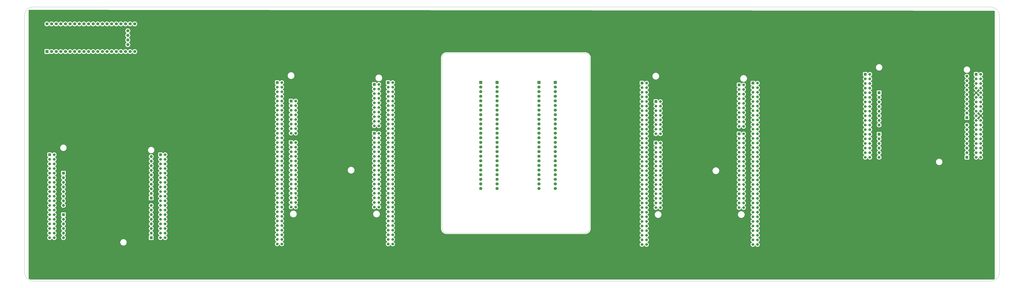
<source format=gbr>
%TF.GenerationSoftware,KiCad,Pcbnew,9.0.0+dfsg-1*%
%TF.CreationDate,2025-06-19T15:00:09-07:00*%
%TF.ProjectId,signalmesh,7369676e-616c-46d6-9573-682e6b696361,rev?*%
%TF.SameCoordinates,Original*%
%TF.FileFunction,Copper,L2,Bot*%
%TF.FilePolarity,Positive*%
%FSLAX46Y46*%
G04 Gerber Fmt 4.6, Leading zero omitted, Abs format (unit mm)*
G04 Created by KiCad (PCBNEW 9.0.0+dfsg-1) date 2025-06-19 15:00:09*
%MOMM*%
%LPD*%
G01*
G04 APERTURE LIST*
%TA.AperFunction,ComponentPad*%
%ADD10R,1.508000X1.508000*%
%TD*%
%TA.AperFunction,ComponentPad*%
%ADD11C,1.508000*%
%TD*%
%TA.AperFunction,ComponentPad*%
%ADD12R,1.700000X1.700000*%
%TD*%
%TA.AperFunction,ComponentPad*%
%ADD13C,1.700000*%
%TD*%
%TA.AperFunction,ComponentPad*%
%ADD14R,1.605000X1.605000*%
%TD*%
%TA.AperFunction,ComponentPad*%
%ADD15C,1.605000*%
%TD*%
%TA.AperFunction,ComponentPad*%
%ADD16R,1.530000X1.530000*%
%TD*%
%TA.AperFunction,ComponentPad*%
%ADD17C,1.530000*%
%TD*%
%TA.AperFunction,Profile*%
%ADD18C,0.050000*%
%TD*%
G04 APERTURE END LIST*
D10*
%TO.P,U1,CN7_1*%
%TO.N,N/C*%
X221460000Y-92556000D03*
D11*
%TO.P,U1,CN7_2*%
X224000000Y-92556000D03*
%TO.P,U1,CN7_3*%
X221460000Y-95096000D03*
%TO.P,U1,CN7_4*%
X224000000Y-95096000D03*
%TO.P,U1,CN7_5*%
X221460000Y-97636000D03*
%TO.P,U1,CN7_6*%
X224000000Y-97636000D03*
%TO.P,U1,CN7_7*%
X221460000Y-100176000D03*
%TO.P,U1,CN7_8*%
X224000000Y-100176000D03*
%TO.P,U1,CN7_9*%
X221460000Y-102716000D03*
%TO.P,U1,CN7_10*%
X224000000Y-102716000D03*
%TO.P,U1,CN7_11*%
X221460000Y-105256000D03*
%TO.P,U1,CN7_12*%
X224000000Y-105256000D03*
%TO.P,U1,CN7_13*%
X221460000Y-107796000D03*
%TO.P,U1,CN7_14*%
X224000000Y-107796000D03*
%TO.P,U1,CN7_15*%
X221460000Y-110336000D03*
%TO.P,U1,CN7_16*%
X224000000Y-110336000D03*
%TO.P,U1,CN7_17*%
X221460000Y-112876000D03*
%TO.P,U1,CN7_18*%
X224000000Y-112876000D03*
%TO.P,U1,CN7_19*%
X221460000Y-115416000D03*
%TO.P,U1,CN7_20*%
X224000000Y-115416000D03*
D10*
%TO.P,U1,CN8_1*%
X175740000Y-101700000D03*
D11*
%TO.P,U1,CN8_2*%
X178280000Y-101700000D03*
%TO.P,U1,CN8_3*%
X175740000Y-104240000D03*
%TO.P,U1,CN8_4*%
X178280000Y-104240000D03*
%TO.P,U1,CN8_5*%
X175740000Y-106780000D03*
%TO.P,U1,CN8_6*%
X178280000Y-106780000D03*
%TO.P,U1,CN8_7*%
X175740000Y-109320000D03*
%TO.P,U1,CN8_8*%
X178280000Y-109320000D03*
%TO.P,U1,CN8_9*%
X175740000Y-111860000D03*
%TO.P,U1,CN8_10*%
X178280000Y-111860000D03*
%TO.P,U1,CN8_11*%
X175740000Y-114400000D03*
%TO.P,U1,CN8_12*%
X178280000Y-114400000D03*
%TO.P,U1,CN8_13*%
X175740000Y-116940000D03*
%TO.P,U1,CN8_14*%
X178280000Y-116940000D03*
%TO.P,U1,CN8_15*%
X175740000Y-119480000D03*
%TO.P,U1,CN8_16*%
X178280000Y-119480000D03*
D10*
%TO.P,U1,CN9_1*%
X175740000Y-124560000D03*
D11*
%TO.P,U1,CN9_2*%
X178280000Y-124560000D03*
%TO.P,U1,CN9_3*%
X175740000Y-127100000D03*
%TO.P,U1,CN9_4*%
X178280000Y-127100000D03*
%TO.P,U1,CN9_5*%
X175740000Y-129640000D03*
%TO.P,U1,CN9_6*%
X178280000Y-129640000D03*
%TO.P,U1,CN9_7*%
X175740000Y-132180000D03*
%TO.P,U1,CN9_8*%
X178280000Y-132180000D03*
%TO.P,U1,CN9_9*%
X175740000Y-134720000D03*
%TO.P,U1,CN9_10*%
X178280000Y-134720000D03*
%TO.P,U1,CN9_11*%
X175740000Y-137260000D03*
%TO.P,U1,CN9_12*%
X178280000Y-137260000D03*
%TO.P,U1,CN9_13*%
X175740000Y-139800000D03*
%TO.P,U1,CN9_14*%
X178280000Y-139800000D03*
%TO.P,U1,CN9_15*%
X175740000Y-142340000D03*
%TO.P,U1,CN9_16*%
X178280000Y-142340000D03*
%TO.P,U1,CN9_17*%
X175740000Y-144880000D03*
%TO.P,U1,CN9_18*%
X178280000Y-144880000D03*
%TO.P,U1,CN9_19*%
X175740000Y-147420000D03*
%TO.P,U1,CN9_20*%
X178280000Y-147420000D03*
%TO.P,U1,CN9_21*%
X175740000Y-149960000D03*
%TO.P,U1,CN9_22*%
X178280000Y-149960000D03*
%TO.P,U1,CN9_23*%
X175740000Y-152500000D03*
%TO.P,U1,CN9_24*%
X178280000Y-152500000D03*
%TO.P,U1,CN9_25*%
X175740000Y-155040000D03*
%TO.P,U1,CN9_26*%
X178280000Y-155040000D03*
%TO.P,U1,CN9_27*%
X175740000Y-157580000D03*
%TO.P,U1,CN9_28*%
X178280000Y-157580000D03*
%TO.P,U1,CN9_29*%
X175740000Y-160120000D03*
%TO.P,U1,CN9_30*%
X178280000Y-160120000D03*
D10*
%TO.P,U1,CN10_1*%
X221460000Y-119480000D03*
D11*
%TO.P,U1,CN10_2*%
X224000000Y-119480000D03*
%TO.P,U1,CN10_3*%
X221460000Y-122020000D03*
%TO.P,U1,CN10_4*%
X224000000Y-122020000D03*
%TO.P,U1,CN10_5*%
X221460000Y-124560000D03*
%TO.P,U1,CN10_6*%
X224000000Y-124560000D03*
%TO.P,U1,CN10_7*%
X221460000Y-127100000D03*
%TO.P,U1,CN10_8*%
X224000000Y-127100000D03*
%TO.P,U1,CN10_9*%
X221460000Y-129640000D03*
%TO.P,U1,CN10_10*%
X224000000Y-129640000D03*
%TO.P,U1,CN10_11*%
X221460000Y-132180000D03*
%TO.P,U1,CN10_12*%
X224000000Y-132180000D03*
%TO.P,U1,CN10_13*%
X221460000Y-134720000D03*
%TO.P,U1,CN10_14*%
X224000000Y-134720000D03*
%TO.P,U1,CN10_15*%
X221460000Y-137260000D03*
%TO.P,U1,CN10_16*%
X224000000Y-137260000D03*
%TO.P,U1,CN10_17*%
X221460000Y-139800000D03*
%TO.P,U1,CN10_18*%
X224000000Y-139800000D03*
%TO.P,U1,CN10_19*%
X221460000Y-142340000D03*
%TO.P,U1,CN10_20*%
X224000000Y-142340000D03*
%TO.P,U1,CN10_21*%
X221460000Y-144880000D03*
%TO.P,U1,CN10_22*%
X224000000Y-144880000D03*
%TO.P,U1,CN10_23*%
X221460000Y-147420000D03*
%TO.P,U1,CN10_24*%
X224000000Y-147420000D03*
%TO.P,U1,CN10_25*%
X221460000Y-149960000D03*
%TO.P,U1,CN10_26*%
X224000000Y-149960000D03*
%TO.P,U1,CN10_27*%
X221460000Y-152500000D03*
%TO.P,U1,CN10_28*%
X224000000Y-152500000D03*
%TO.P,U1,CN10_29*%
X221460000Y-155040000D03*
%TO.P,U1,CN10_30*%
X224000000Y-155040000D03*
%TO.P,U1,CN10_31*%
X221460000Y-157580000D03*
%TO.P,U1,CN10_32*%
X224000000Y-157580000D03*
%TO.P,U1,CN10_33*%
X221460000Y-160120000D03*
%TO.P,U1,CN10_34*%
X224000000Y-160120000D03*
D10*
%TO.P,U1,CN11_1,PC10*%
%TO.N,unconnected-(U1A-PC10-PadCN11_1)*%
X168120000Y-91540000D03*
D11*
%TO.P,U1,CN11_2,PC11*%
%TO.N,unconnected-(U1A-PC11-PadCN11_2)*%
X170660000Y-91540000D03*
%TO.P,U1,CN11_3,PC12*%
%TO.N,unconnected-(U1A-PC12-PadCN11_3)*%
X168120000Y-94080000D03*
%TO.P,U1,CN11_4,PD2*%
%TO.N,unconnected-(U1A-PD2-PadCN11_4)*%
X170660000Y-94080000D03*
%TO.P,U1,CN11_5,3V3_VDD*%
%TO.N,unconnected-(U1A-3V3_VDD-PadCN11_5)*%
X168120000Y-96620000D03*
%TO.P,U1,CN11_6,5V_EXT*%
%TO.N,unconnected-(U1A-5V_EXT-PadCN11_6)*%
X170660000Y-96620000D03*
%TO.P,U1,CN11_7,BOOT0*%
%TO.N,unconnected-(U1A-BOOT0-PadCN11_7)*%
X168120000Y-99160000D03*
%TO.P,U1,CN11_8,GND_CN11*%
%TO.N,Net-(U1A-GND_CN11-PadCN11_19)*%
X170660000Y-99160000D03*
%TO.P,U1,CN11_9,PF6*%
%TO.N,unconnected-(U1A-PF6-PadCN11_9)*%
X168120000Y-101700000D03*
%TO.P,U1,CN11_10,NC*%
%TO.N,unconnected-(U1A-NC-PadCN11_10)*%
X170660000Y-101700000D03*
%TO.P,U1,CN11_11,PF7*%
%TO.N,unconnected-(U1A-PF7-PadCN11_11)*%
X168120000Y-104240000D03*
%TO.P,U1,CN11_12,IOREF*%
%TO.N,unconnected-(U1A-IOREF-PadCN11_12)*%
X170660000Y-104240000D03*
%TO.P,U1,CN11_13,PA13*%
%TO.N,unconnected-(U1A-PA13-PadCN11_13)*%
X168120000Y-106780000D03*
%TO.P,U1,CN11_14,NRST*%
%TO.N,unconnected-(U1A-NRST-PadCN11_14)*%
X170660000Y-106780000D03*
%TO.P,U1,CN11_15,PA14*%
%TO.N,unconnected-(U1A-PA14-PadCN11_15)*%
X168120000Y-109320000D03*
%TO.P,U1,CN11_16,3V3*%
%TO.N,unconnected-(U1A-3V3-PadCN11_16)*%
X170660000Y-109320000D03*
%TO.P,U1,CN11_17,PA15*%
%TO.N,unconnected-(U1A-PA15-PadCN11_17)*%
X168120000Y-111860000D03*
%TO.P,U1,CN11_18,5V*%
%TO.N,unconnected-(U1A-5V-PadCN11_18)*%
X170660000Y-111860000D03*
%TO.P,U1,CN11_19,GND_CN11*%
%TO.N,Net-(U1A-GND_CN11-PadCN11_19)*%
X168120000Y-114400000D03*
%TO.P,U1,CN11_20,GND_CN11*%
X170660000Y-114400000D03*
%TO.P,U1,CN11_21,PB7*%
%TO.N,unconnected-(U1A-PB7-PadCN11_21)*%
X168120000Y-116940000D03*
%TO.P,U1,CN11_22,GND_CN11*%
%TO.N,Net-(U1A-GND_CN11-PadCN11_19)*%
X170660000Y-116940000D03*
%TO.P,U1,CN11_23,PC13*%
%TO.N,unconnected-(U1A-PC13-PadCN11_23)*%
X168120000Y-119480000D03*
%TO.P,U1,CN11_24,VIN*%
%TO.N,unconnected-(U1A-VIN-PadCN11_24)*%
X170660000Y-119480000D03*
%TO.P,U1,CN11_25,PC14*%
%TO.N,unconnected-(U1A-PC14-PadCN11_25)*%
X168120000Y-122020000D03*
%TO.P,U1,CN11_26,NC*%
%TO.N,unconnected-(U1A-NC-PadCN11_26)*%
X170660000Y-122020000D03*
%TO.P,U1,CN11_27,PC15*%
%TO.N,unconnected-(U1A-PC15-PadCN11_27)*%
X168120000Y-124560000D03*
%TO.P,U1,CN11_28,PA0*%
%TO.N,unconnected-(U1A-PA0-PadCN11_28)*%
X170660000Y-124560000D03*
%TO.P,U1,CN11_29,PH0*%
%TO.N,unconnected-(U1A-PH0-PadCN11_29)*%
X168120000Y-127100000D03*
%TO.P,U1,CN11_30,PA1*%
%TO.N,unconnected-(U1A-PA1-PadCN11_30)*%
X170660000Y-127100000D03*
%TO.P,U1,CN11_31,PH1*%
%TO.N,unconnected-(U1A-PH1-PadCN11_31)*%
X168120000Y-129640000D03*
%TO.P,U1,CN11_32,PA4*%
%TO.N,unconnected-(U1A-PA4-PadCN11_32)*%
X170660000Y-129640000D03*
%TO.P,U1,CN11_33,VBAT*%
%TO.N,unconnected-(U1A-VBAT-PadCN11_33)*%
X168120000Y-132180000D03*
%TO.P,U1,CN11_34,PB0*%
%TO.N,unconnected-(U1A-PB0-PadCN11_34)*%
X170660000Y-132180000D03*
%TO.P,U1,CN11_35,PC2*%
%TO.N,unconnected-(U1A-PC2-PadCN11_35)*%
X168120000Y-134720000D03*
%TO.P,U1,CN11_36,PC1*%
%TO.N,unconnected-(U1A-PC1-PadCN11_36)*%
X170660000Y-134720000D03*
%TO.P,U1,CN11_37,PC3*%
%TO.N,unconnected-(U1A-PC3-PadCN11_37)*%
X168120000Y-137260000D03*
%TO.P,U1,CN11_38,PC0*%
%TO.N,unconnected-(U1A-PC0-PadCN11_38)*%
X170660000Y-137260000D03*
%TO.P,U1,CN11_39,PD4*%
%TO.N,unconnected-(U1A-PD4-PadCN11_39)*%
X168120000Y-139800000D03*
%TO.P,U1,CN11_40,PD3*%
%TO.N,unconnected-(U1A-PD3-PadCN11_40)*%
X170660000Y-139800000D03*
%TO.P,U1,CN11_41,PD5*%
%TO.N,unconnected-(U1A-PD5-PadCN11_41)*%
X168120000Y-142340000D03*
%TO.P,U1,CN11_42,PG2*%
%TO.N,unconnected-(U1A-PG2-PadCN11_42)*%
X170660000Y-142340000D03*
%TO.P,U1,CN11_43,PD6*%
%TO.N,unconnected-(U1A-PD6-PadCN11_43)*%
X168120000Y-144880000D03*
%TO.P,U1,CN11_44,PG3*%
%TO.N,unconnected-(U1A-PG3-PadCN11_44)*%
X170660000Y-144880000D03*
%TO.P,U1,CN11_45,PD7*%
%TO.N,unconnected-(U1A-PD7-PadCN11_45)*%
X168120000Y-147420000D03*
%TO.P,U1,CN11_46,PE2*%
%TO.N,unconnected-(U1A-PE2-PadCN11_46)*%
X170660000Y-147420000D03*
%TO.P,U1,CN11_47,PE3*%
%TO.N,unconnected-(U1A-PE3-PadCN11_47)*%
X168120000Y-149960000D03*
%TO.P,U1,CN11_48,PE4*%
%TO.N,unconnected-(U1A-PE4-PadCN11_48)*%
X170660000Y-149960000D03*
%TO.P,U1,CN11_49,GND_CN11*%
%TO.N,Net-(U1A-GND_CN11-PadCN11_19)*%
X168120000Y-152500000D03*
%TO.P,U1,CN11_50,PE5*%
%TO.N,unconnected-(U1A-PE5-PadCN11_50)*%
X170660000Y-152500000D03*
%TO.P,U1,CN11_51,PF1*%
%TO.N,unconnected-(U1A-PF1-PadCN11_51)*%
X168120000Y-155040000D03*
%TO.P,U1,CN11_52,PF2*%
%TO.N,unconnected-(U1A-PF2-PadCN11_52)*%
X170660000Y-155040000D03*
%TO.P,U1,CN11_53,PF0*%
%TO.N,unconnected-(U1A-PF0-PadCN11_53)*%
X168120000Y-157580000D03*
%TO.P,U1,CN11_54,PF8*%
%TO.N,unconnected-(U1A-PF8-PadCN11_54)*%
X170660000Y-157580000D03*
%TO.P,U1,CN11_55,PD1*%
%TO.N,unconnected-(U1A-PD1-PadCN11_55)*%
X168120000Y-160120000D03*
%TO.P,U1,CN11_56,PF9*%
%TO.N,unconnected-(U1A-PF9-PadCN11_56)*%
X170660000Y-160120000D03*
%TO.P,U1,CN11_57,PD0*%
%TO.N,unconnected-(U1A-PD0-PadCN11_57)*%
X168120000Y-162660000D03*
%TO.P,U1,CN11_58,PG1*%
%TO.N,unconnected-(U1A-PG1-PadCN11_58)*%
X170660000Y-162660000D03*
%TO.P,U1,CN11_59,PG0*%
%TO.N,unconnected-(U1A-PG0-PadCN11_59)*%
X168120000Y-165200000D03*
%TO.P,U1,CN11_60,GND_CN11*%
%TO.N,Net-(U1A-GND_CN11-PadCN11_19)*%
X170660000Y-165200000D03*
%TO.P,U1,CN11_61,PE1*%
%TO.N,unconnected-(U1A-PE1-PadCN11_61)*%
X168120000Y-167740000D03*
%TO.P,U1,CN11_62,PE6*%
%TO.N,unconnected-(U1A-PE6-PadCN11_62)*%
X170660000Y-167740000D03*
%TO.P,U1,CN11_63,PG9*%
%TO.N,unconnected-(U1A-PG9-PadCN11_63)*%
X168120000Y-170280000D03*
%TO.P,U1,CN11_64,PG15*%
%TO.N,unconnected-(U1A-PG15-PadCN11_64)*%
X170660000Y-170280000D03*
%TO.P,U1,CN11_65,PG12*%
%TO.N,unconnected-(U1A-PG12-PadCN11_65)*%
X168120000Y-172820000D03*
%TO.P,U1,CN11_66,PG10*%
%TO.N,unconnected-(U1A-PG10-PadCN11_66)*%
X170660000Y-172820000D03*
%TO.P,U1,CN11_67,NC*%
%TO.N,unconnected-(U1A-NC-PadCN11_67)*%
X168120000Y-175360000D03*
%TO.P,U1,CN11_68,PG13*%
%TO.N,unconnected-(U1A-PG13-PadCN11_68)*%
X170660000Y-175360000D03*
%TO.P,U1,CN11_69,PD9*%
%TO.N,unconnected-(U1A-PD9-PadCN11_69)*%
X168120000Y-177900000D03*
%TO.P,U1,CN11_70,PG11*%
%TO.N,unconnected-(U1A-PG11-PadCN11_70)*%
X170660000Y-177900000D03*
%TO.P,U1,CN11_71,GND_CN11*%
%TO.N,Net-(U1A-GND_CN11-PadCN11_19)*%
X168120000Y-180440000D03*
%TO.P,U1,CN11_72,GND_CN11*%
X170660000Y-180440000D03*
D10*
%TO.P,U1,CN12_1*%
%TO.N,N/C*%
X229080000Y-91560000D03*
D11*
%TO.P,U1,CN12_2*%
X231620000Y-91560000D03*
%TO.P,U1,CN12_3*%
X229080000Y-94100000D03*
%TO.P,U1,CN12_4*%
X231620000Y-94100000D03*
%TO.P,U1,CN12_5*%
X229080000Y-96640000D03*
%TO.P,U1,CN12_6*%
X231620000Y-96640000D03*
%TO.P,U1,CN12_7*%
X229080000Y-99180000D03*
%TO.P,U1,CN12_8*%
X231620000Y-99180000D03*
%TO.P,U1,CN12_9*%
X229080000Y-101720000D03*
%TO.P,U1,CN12_10*%
X231620000Y-101720000D03*
%TO.P,U1,CN12_11*%
X229080000Y-104260000D03*
%TO.P,U1,CN12_12*%
X231620000Y-104260000D03*
%TO.P,U1,CN12_13*%
X229080000Y-106800000D03*
%TO.P,U1,CN12_14*%
X231620000Y-106800000D03*
%TO.P,U1,CN12_15*%
X229080000Y-109340000D03*
%TO.P,U1,CN12_16*%
X231620000Y-109340000D03*
%TO.P,U1,CN12_17*%
X229080000Y-111880000D03*
%TO.P,U1,CN12_18*%
X231620000Y-111880000D03*
%TO.P,U1,CN12_19*%
X229080000Y-114420000D03*
%TO.P,U1,CN12_20*%
X231620000Y-114420000D03*
%TO.P,U1,CN12_21*%
X229080000Y-116960000D03*
%TO.P,U1,CN12_22*%
X231620000Y-116960000D03*
%TO.P,U1,CN12_23*%
X229080000Y-119500000D03*
%TO.P,U1,CN12_24*%
X231620000Y-119500000D03*
%TO.P,U1,CN12_25*%
X229080000Y-122040000D03*
%TO.P,U1,CN12_26*%
X231620000Y-122040000D03*
%TO.P,U1,CN12_27*%
X229080000Y-124580000D03*
%TO.P,U1,CN12_28*%
X231620000Y-124580000D03*
%TO.P,U1,CN12_29*%
X229080000Y-127120000D03*
%TO.P,U1,CN12_30*%
X231620000Y-127120000D03*
%TO.P,U1,CN12_31*%
X229080000Y-129660000D03*
%TO.P,U1,CN12_32*%
X231620000Y-129660000D03*
%TO.P,U1,CN12_33*%
X229080000Y-132200000D03*
%TO.P,U1,CN12_34*%
X231620000Y-132200000D03*
%TO.P,U1,CN12_35*%
X229080000Y-134740000D03*
%TO.P,U1,CN12_36*%
X231620000Y-134740000D03*
%TO.P,U1,CN12_37*%
X229080000Y-137280000D03*
%TO.P,U1,CN12_38*%
X231620000Y-137280000D03*
%TO.P,U1,CN12_39*%
X229080000Y-139820000D03*
%TO.P,U1,CN12_40*%
X231620000Y-139820000D03*
%TO.P,U1,CN12_41*%
X229080000Y-142360000D03*
%TO.P,U1,CN12_42*%
X231620000Y-142360000D03*
%TO.P,U1,CN12_43*%
X229080000Y-144900000D03*
%TO.P,U1,CN12_44*%
X231620000Y-144900000D03*
%TO.P,U1,CN12_45*%
X229080000Y-147440000D03*
%TO.P,U1,CN12_46*%
X231620000Y-147440000D03*
%TO.P,U1,CN12_47*%
X229080000Y-149980000D03*
%TO.P,U1,CN12_48*%
X231620000Y-149980000D03*
%TO.P,U1,CN12_49*%
X229080000Y-152520000D03*
%TO.P,U1,CN12_50*%
X231620000Y-152520000D03*
%TO.P,U1,CN12_51*%
X229080000Y-155060000D03*
%TO.P,U1,CN12_52*%
X231620000Y-155060000D03*
%TO.P,U1,CN12_53*%
X229080000Y-157600000D03*
%TO.P,U1,CN12_54*%
X231620000Y-157600000D03*
%TO.P,U1,CN12_55*%
X229080000Y-160140000D03*
%TO.P,U1,CN12_56*%
X231620000Y-160140000D03*
%TO.P,U1,CN12_57*%
X229080000Y-162680000D03*
%TO.P,U1,CN12_58*%
X231620000Y-162680000D03*
%TO.P,U1,CN12_59*%
X229080000Y-165220000D03*
%TO.P,U1,CN12_60*%
X231620000Y-165220000D03*
%TO.P,U1,CN12_61*%
X229080000Y-167760000D03*
%TO.P,U1,CN12_62*%
X231620000Y-167760000D03*
%TO.P,U1,CN12_63*%
X229080000Y-170300000D03*
%TO.P,U1,CN12_64*%
X231620000Y-170300000D03*
%TO.P,U1,CN12_65*%
X229080000Y-172840000D03*
%TO.P,U1,CN12_66*%
X231620000Y-172840000D03*
%TO.P,U1,CN12_67*%
X229080000Y-175380000D03*
%TO.P,U1,CN12_68*%
X231620000Y-175380000D03*
%TO.P,U1,CN12_69*%
X229080000Y-177920000D03*
%TO.P,U1,CN12_70*%
X231620000Y-177920000D03*
%TO.P,U1,CN12_71*%
X229080000Y-180460000D03*
%TO.P,U1,CN12_72*%
X231620000Y-180460000D03*
%TD*%
D12*
%TO.P,J9,1,Pin_1*%
%TO.N,Net-(J2-Pin_1)*%
X321000000Y-91460000D03*
D13*
%TO.P,J9,2,Pin_2*%
%TO.N,Net-(J2-Pin_2)*%
X321000000Y-94000000D03*
%TO.P,J9,3,Pin_3*%
%TO.N,Net-(J2-Pin_3)*%
X321000000Y-96540000D03*
%TO.P,J9,4,Pin_4*%
%TO.N,Net-(J2-Pin_4)*%
X321000000Y-99080000D03*
%TO.P,J9,5,Pin_5*%
%TO.N,Net-(J2-Pin_5)*%
X321000000Y-101620000D03*
%TO.P,J9,6,Pin_6*%
%TO.N,Net-(J2-Pin_6)*%
X321000000Y-104160000D03*
%TO.P,J9,7,Pin_7*%
%TO.N,Net-(J2-Pin_7)*%
X321000000Y-106700000D03*
%TO.P,J9,8,Pin_8*%
%TO.N,Net-(J2-Pin_8)*%
X321000000Y-109240000D03*
%TO.P,J9,9,Pin_9*%
%TO.N,Net-(J2-Pin_9)*%
X321000000Y-111780000D03*
%TO.P,J9,10,Pin_10*%
%TO.N,IOT37A_PMOD1.8*%
X321000000Y-114320000D03*
%TO.P,J9,11,Pin_11*%
%TO.N,IOT37B_PMOD1.7*%
X321000000Y-116860000D03*
%TO.P,J9,12,Pin_12*%
%TO.N,unconnected-(J9-Pin_12-Pad12)*%
X321000000Y-119400000D03*
%TO.P,J9,13,Pin_13*%
%TO.N,unconnected-(J9-Pin_13-Pad13)*%
X321000000Y-121940000D03*
%TO.P,J9,14,Pin_14*%
%TO.N,unconnected-(J9-Pin_14-Pad14)*%
X321000000Y-124480000D03*
%TO.P,J9,15,Pin_15*%
%TO.N,unconnected-(J9-Pin_15-Pad15)*%
X321000000Y-127020000D03*
%TO.P,J9,16,Pin_16*%
%TO.N,unconnected-(J9-Pin_16-Pad16)*%
X321000000Y-129560000D03*
%TO.P,J9,17,Pin_17*%
%TO.N,unconnected-(J9-Pin_17-Pad17)*%
X321000000Y-132100000D03*
%TO.P,J9,18,Pin_18*%
%TO.N,5V_ACM*%
X321000000Y-134640000D03*
%TO.P,J9,19,Pin_19*%
%TO.N,IOR24B_PMOD1.6*%
X321000000Y-137180000D03*
%TO.P,J9,20,Pin_20*%
%TO.N,IOR24A_PMOD1.5*%
X321000000Y-139720000D03*
%TO.P,J9,21,Pin_21*%
%TO.N,IOB15A_PMOD4.2*%
X321000000Y-142260000D03*
%TO.P,J9,22,Pin_22*%
%TO.N,IOB15B_PMOD4.1*%
X321000000Y-144800000D03*
%TO.P,J9,23,Pin_23*%
%TO.N,GND*%
X321000000Y-147340000D03*
%TO.P,J9,24,Pin_24*%
%TO.N,3V3_ACM*%
X321000000Y-149880000D03*
%TD*%
D12*
%TO.P,J1,1,Pin_1*%
%TO.N,IOB31B_PMOD1.4*%
X289000000Y-91500000D03*
D13*
%TO.P,J1,2,Pin_2*%
%TO.N,IOB31A_PMOD1.3*%
X289000000Y-94040000D03*
%TO.P,J1,3,Pin_3*%
%TO.N,IOB29B_PMOD1.2*%
X289000000Y-96580000D03*
%TO.P,J1,4,Pin_4*%
%TO.N,IOB33A_PMOD1.1*%
X289000000Y-99120000D03*
%TO.P,J1,5,Pin_5*%
%TO.N,IOB8A_PMOD2.4*%
X289000000Y-101660000D03*
%TO.P,J1,6,Pin_6*%
%TO.N,IOB8B_PMOD2.3*%
X289000000Y-104200000D03*
%TO.P,J1,7,Pin_7*%
%TO.N,IOB11A_PMOD2.2*%
X289000000Y-106740000D03*
%TO.P,J1,8,Pin_8*%
%TO.N,IOB11B_PMOD2.1*%
X289000000Y-109280000D03*
%TO.P,J1,9,Pin_9*%
%TO.N,IOB13A_PMOD2.8*%
X289000000Y-111820000D03*
%TO.P,J1,10,Pin_10*%
%TO.N,IOB13B_PMOD2.7*%
X289000000Y-114360000D03*
%TO.P,J1,11,Pin_11*%
%TO.N,IOB23A_PMOD2.6*%
X289000000Y-116900000D03*
%TO.P,J1,12,Pin_12*%
%TO.N,IOB23B_PMOD2.5*%
X289000000Y-119440000D03*
%TO.P,J1,13,Pin_13*%
%TO.N,IOB33B_PMOD3.4*%
X289000000Y-121980000D03*
%TO.P,J1,14,Pin_14*%
%TO.N,IOB29A_PMOD3.3*%
X289000000Y-124520000D03*
%TO.P,J1,15,Pin_15*%
%TO.N,IOB41A_PMOD3.2*%
X289000000Y-127060000D03*
%TO.P,J1,16,Pin_16*%
%TO.N,IOB41B_PMOD3.1*%
X289000000Y-129600000D03*
%TO.P,J1,17,Pin_17*%
%TO.N,IOR17B_PMOD3.8*%
X289000000Y-132140000D03*
%TO.P,J1,18,Pin_18*%
%TO.N,IOR15B_PMOD3.7*%
X289000000Y-134680000D03*
%TO.P,J1,19,Pin_19*%
%TO.N,IOR15A_PMOD3.6*%
X289000000Y-137220000D03*
%TO.P,J1,20,Pin_20*%
%TO.N,IOR14B_PMOD3.5*%
X289000000Y-139760000D03*
%TO.P,J1,21,Pin_21*%
%TO.N,IOR14A_PMOD4.4*%
X289000000Y-142300000D03*
%TO.P,J1,22,Pin_22*%
%TO.N,IOR13A_PMOD4.3*%
X289000000Y-144840000D03*
%TO.P,J1,23,Pin_23*%
%TO.N,unconnected-(J1-Pin_23-Pad23)*%
X289000000Y-147380000D03*
%TO.P,J1,24,Pin_24*%
%TO.N,unconnected-(J1-Pin_24-Pad24)*%
X289000000Y-149920000D03*
%TD*%
D12*
%TO.P,J8,1,Pin_1*%
%TO.N,IOB31B_PMOD1.4*%
X280000000Y-91500000D03*
D13*
%TO.P,J8,2,Pin_2*%
%TO.N,IOB31A_PMOD1.3*%
X280000000Y-94040000D03*
%TO.P,J8,3,Pin_3*%
%TO.N,IOB29B_PMOD1.2*%
X280000000Y-96580000D03*
%TO.P,J8,4,Pin_4*%
%TO.N,IOB33A_PMOD1.1*%
X280000000Y-99120000D03*
%TO.P,J8,5,Pin_5*%
%TO.N,IOB8A_PMOD2.4*%
X280000000Y-101660000D03*
%TO.P,J8,6,Pin_6*%
%TO.N,IOB8B_PMOD2.3*%
X280000000Y-104200000D03*
%TO.P,J8,7,Pin_7*%
%TO.N,IOB11A_PMOD2.2*%
X280000000Y-106740000D03*
%TO.P,J8,8,Pin_8*%
%TO.N,IOB11B_PMOD2.1*%
X280000000Y-109280000D03*
%TO.P,J8,9,Pin_9*%
%TO.N,IOB13A_PMOD2.8*%
X280000000Y-111820000D03*
%TO.P,J8,10,Pin_10*%
%TO.N,IOB13B_PMOD2.7*%
X280000000Y-114360000D03*
%TO.P,J8,11,Pin_11*%
%TO.N,IOB23A_PMOD2.6*%
X280000000Y-116900000D03*
%TO.P,J8,12,Pin_12*%
%TO.N,IOB23B_PMOD2.5*%
X280000000Y-119440000D03*
%TO.P,J8,13,Pin_13*%
%TO.N,IOB33B_PMOD3.4*%
X280000000Y-121980000D03*
%TO.P,J8,14,Pin_14*%
%TO.N,IOB29A_PMOD3.3*%
X280000000Y-124520000D03*
%TO.P,J8,15,Pin_15*%
%TO.N,IOB41A_PMOD3.2*%
X280000000Y-127060000D03*
%TO.P,J8,16,Pin_16*%
%TO.N,IOB41B_PMOD3.1*%
X280000000Y-129600000D03*
%TO.P,J8,17,Pin_17*%
%TO.N,IOR17B_PMOD3.8*%
X280000000Y-132140000D03*
%TO.P,J8,18,Pin_18*%
%TO.N,IOR15B_PMOD3.7*%
X280000000Y-134680000D03*
%TO.P,J8,19,Pin_19*%
%TO.N,IOR15A_PMOD3.6*%
X280000000Y-137220000D03*
%TO.P,J8,20,Pin_20*%
%TO.N,IOR14B_PMOD3.5*%
X280000000Y-139760000D03*
%TO.P,J8,21,Pin_21*%
%TO.N,IOR14A_PMOD4.4*%
X280000000Y-142300000D03*
%TO.P,J8,22,Pin_22*%
%TO.N,IOR13A_PMOD4.3*%
X280000000Y-144840000D03*
%TO.P,J8,23,Pin_23*%
%TO.N,unconnected-(J8-Pin_23-Pad23)*%
X280000000Y-147380000D03*
%TO.P,J8,24,Pin_24*%
%TO.N,unconnected-(J8-Pin_24-Pad24)*%
X280000000Y-149920000D03*
%TD*%
D12*
%TO.P,J2,1,Pin_1*%
%TO.N,Net-(J2-Pin_1)*%
X312000000Y-91500000D03*
D13*
%TO.P,J2,2,Pin_2*%
%TO.N,Net-(J2-Pin_2)*%
X312000000Y-94040000D03*
%TO.P,J2,3,Pin_3*%
%TO.N,Net-(J2-Pin_3)*%
X312000000Y-96580000D03*
%TO.P,J2,4,Pin_4*%
%TO.N,Net-(J2-Pin_4)*%
X312000000Y-99120000D03*
%TO.P,J2,5,Pin_5*%
%TO.N,Net-(J2-Pin_5)*%
X312000000Y-101660000D03*
%TO.P,J2,6,Pin_6*%
%TO.N,Net-(J2-Pin_6)*%
X312000000Y-104200000D03*
%TO.P,J2,7,Pin_7*%
%TO.N,Net-(J2-Pin_7)*%
X312000000Y-106740000D03*
%TO.P,J2,8,Pin_8*%
%TO.N,Net-(J2-Pin_8)*%
X312000000Y-109280000D03*
%TO.P,J2,9,Pin_9*%
%TO.N,Net-(J2-Pin_9)*%
X312000000Y-111820000D03*
%TO.P,J2,10,Pin_10*%
%TO.N,IOT37A_PMOD1.8*%
X312000000Y-114360000D03*
%TO.P,J2,11,Pin_11*%
%TO.N,IOT37B_PMOD1.7*%
X312000000Y-116900000D03*
%TO.P,J2,12,Pin_12*%
%TO.N,unconnected-(J2-Pin_12-Pad12)*%
X312000000Y-119440000D03*
%TO.P,J2,13,Pin_13*%
%TO.N,unconnected-(J2-Pin_13-Pad13)*%
X312000000Y-121980000D03*
%TO.P,J2,14,Pin_14*%
%TO.N,unconnected-(J2-Pin_14-Pad14)*%
X312000000Y-124520000D03*
%TO.P,J2,15,Pin_15*%
%TO.N,unconnected-(J2-Pin_15-Pad15)*%
X312000000Y-127060000D03*
%TO.P,J2,16,Pin_16*%
%TO.N,unconnected-(J2-Pin_16-Pad16)*%
X312000000Y-129600000D03*
%TO.P,J2,17,Pin_17*%
%TO.N,unconnected-(J2-Pin_17-Pad17)*%
X312000000Y-132140000D03*
%TO.P,J2,18,Pin_18*%
%TO.N,5V_ACM*%
X312000000Y-134680000D03*
%TO.P,J2,19,Pin_19*%
%TO.N,IOR24B_PMOD1.6*%
X312000000Y-137220000D03*
%TO.P,J2,20,Pin_20*%
%TO.N,IOR24A_PMOD1.5*%
X312000000Y-139760000D03*
%TO.P,J2,21,Pin_21*%
%TO.N,IOB15A_PMOD4.2*%
X312000000Y-142300000D03*
%TO.P,J2,22,Pin_22*%
%TO.N,IOB15B_PMOD4.1*%
X312000000Y-144840000D03*
%TO.P,J2,23,Pin_23*%
%TO.N,GND*%
X312000000Y-147380000D03*
%TO.P,J2,24,Pin_24*%
%TO.N,3V3_ACM*%
X312000000Y-149920000D03*
%TD*%
D14*
%TO.P,U9,CN5_1*%
%TO.N,N/C*%
X547240000Y-110880000D03*
D15*
%TO.P,U9,CN5_2*%
X547240000Y-108340000D03*
%TO.P,U9,CN5_3*%
X547240000Y-105800000D03*
%TO.P,U9,CN5_4*%
X547240000Y-103260000D03*
%TO.P,U9,CN5_5*%
X547240000Y-100720000D03*
%TO.P,U9,CN5_6*%
X547240000Y-98180000D03*
%TO.P,U9,CN5_7*%
X547240000Y-95640000D03*
%TO.P,U9,CN5_8*%
X547240000Y-93100000D03*
%TO.P,U9,CN5_9*%
X547240000Y-90560000D03*
%TO.P,U9,CN5_10*%
X547240000Y-88020000D03*
D14*
%TO.P,U9,CN6_1*%
X498980000Y-97160000D03*
D15*
%TO.P,U9,CN6_2*%
X498980000Y-99700000D03*
%TO.P,U9,CN6_3*%
X498980000Y-102240000D03*
%TO.P,U9,CN6_4*%
X498980000Y-104780000D03*
%TO.P,U9,CN6_5*%
X498980000Y-107320000D03*
%TO.P,U9,CN6_6*%
X498980000Y-109860000D03*
%TO.P,U9,CN6_7*%
X498980000Y-112400000D03*
%TO.P,U9,CN6_8*%
X498980000Y-114940000D03*
D16*
%TO.P,U9,CN7_1*%
X491360000Y-87000000D03*
D17*
%TO.P,U9,CN7_2*%
X493900000Y-87000000D03*
%TO.P,U9,CN7_3*%
X491360000Y-89540000D03*
%TO.P,U9,CN7_4*%
X493900000Y-89540000D03*
%TO.P,U9,CN7_5*%
X491360000Y-92080000D03*
%TO.P,U9,CN7_6*%
X493900000Y-92080000D03*
%TO.P,U9,CN7_7*%
X491360000Y-94620000D03*
%TO.P,U9,CN7_8*%
X493900000Y-94620000D03*
%TO.P,U9,CN7_9*%
X491360000Y-97160000D03*
%TO.P,U9,CN7_10*%
X493900000Y-97160000D03*
%TO.P,U9,CN7_11*%
X491360000Y-99700000D03*
%TO.P,U9,CN7_12*%
X493900000Y-99700000D03*
%TO.P,U9,CN7_13*%
X491360000Y-102240000D03*
%TO.P,U9,CN7_14*%
X493900000Y-102240000D03*
%TO.P,U9,CN7_15*%
X491360000Y-104780000D03*
%TO.P,U9,CN7_16*%
X493900000Y-104780000D03*
%TO.P,U9,CN7_17*%
X491360000Y-107320000D03*
%TO.P,U9,CN7_18*%
X493900000Y-107320000D03*
%TO.P,U9,CN7_19*%
X491360000Y-109860000D03*
%TO.P,U9,CN7_20*%
X493900000Y-109860000D03*
%TO.P,U9,CN7_21*%
X491360000Y-112400000D03*
%TO.P,U9,CN7_22*%
X493900000Y-112400000D03*
%TO.P,U9,CN7_23*%
X491360000Y-114940000D03*
%TO.P,U9,CN7_24*%
X493900000Y-114940000D03*
%TO.P,U9,CN7_25*%
X491360000Y-117480000D03*
%TO.P,U9,CN7_26*%
X493900000Y-117480000D03*
%TO.P,U9,CN7_27*%
X491360000Y-120020000D03*
%TO.P,U9,CN7_28*%
X493900000Y-120020000D03*
%TO.P,U9,CN7_29*%
X491360000Y-122560000D03*
%TO.P,U9,CN7_30*%
X493900000Y-122560000D03*
%TO.P,U9,CN7_31*%
X491360000Y-125100000D03*
%TO.P,U9,CN7_32*%
X493900000Y-125100000D03*
%TO.P,U9,CN7_33*%
X491360000Y-127640000D03*
%TO.P,U9,CN7_34*%
X493900000Y-127640000D03*
%TO.P,U9,CN7_35*%
X491360000Y-130180000D03*
%TO.P,U9,CN7_36*%
X493900000Y-130180000D03*
%TO.P,U9,CN7_37*%
X491360000Y-132720000D03*
%TO.P,U9,CN7_38*%
X493900000Y-132720000D03*
D14*
%TO.P,U9,CN8_1*%
X498980000Y-120020000D03*
D15*
%TO.P,U9,CN8_2*%
X498980000Y-122560000D03*
%TO.P,U9,CN8_3*%
X498980000Y-125100000D03*
%TO.P,U9,CN8_4*%
X498980000Y-127640000D03*
%TO.P,U9,CN8_5*%
X498980000Y-130180000D03*
%TO.P,U9,CN8_6*%
X498980000Y-132720000D03*
D14*
%TO.P,U9,CN9_1*%
X547240000Y-132720000D03*
D15*
%TO.P,U9,CN9_2*%
X547240000Y-130180000D03*
%TO.P,U9,CN9_3*%
X547240000Y-127640000D03*
%TO.P,U9,CN9_4*%
X547240000Y-125100000D03*
%TO.P,U9,CN9_5*%
X547240000Y-122560000D03*
%TO.P,U9,CN9_6*%
X547240000Y-120020000D03*
%TO.P,U9,CN9_7*%
X547240000Y-117480000D03*
%TO.P,U9,CN9_8*%
X547240000Y-114940000D03*
D16*
%TO.P,U9,CN10_1,PC9*%
%TO.N,unconnected-(U9B-PC9-PadCN10_1)*%
X552320000Y-87000000D03*
D17*
%TO.P,U9,CN10_2,PC8*%
%TO.N,unconnected-(U9B-PC8-PadCN10_2)*%
X554860000Y-87000000D03*
%TO.P,U9,CN10_3,PB8*%
%TO.N,I2C1_SCL_TDM*%
X552320000Y-89540000D03*
%TO.P,U9,CN10_4,PC6*%
%TO.N,unconnected-(U9B-PC6-PadCN10_4)*%
X554860000Y-89540000D03*
%TO.P,U9,CN10_5,PB9*%
%TO.N,I2C1_SDA_TDM*%
X552320000Y-92080000D03*
%TO.P,U9,CN10_6,PC5*%
%TO.N,LEDFAIL_TDM*%
X554860000Y-92080000D03*
%TO.P,U9,CN10_7,AVDD*%
%TO.N,unconnected-(U9B-AVDD-PadCN10_7)*%
X552320000Y-94620000D03*
%TO.P,U9,CN10_8,U5V*%
%TO.N,5V_TDM*%
X554860000Y-94620000D03*
%TO.P,U9,CN10_9,CN10_GND*%
%TO.N,GND*%
X552320000Y-97160000D03*
%TO.P,U9,CN10_10*%
%TO.N,N/C*%
X554860000Y-97160000D03*
%TO.P,U9,CN10_11,PA5*%
%TO.N,LEDOK_TDM*%
X552320000Y-99700000D03*
%TO.P,U9,CN10_12,PA12*%
%TO.N,unconnected-(U9B-PA12-PadCN10_12)*%
X554860000Y-99700000D03*
%TO.P,U9,CN10_13,PA6*%
%TO.N,unconnected-(U9B-PA6-PadCN10_13)*%
X552320000Y-102240000D03*
%TO.P,U9,CN10_14,PA11*%
%TO.N,unconnected-(U9B-PA11-PadCN10_14)*%
X554860000Y-102240000D03*
%TO.P,U9,CN10_15,PA7*%
%TO.N,unconnected-(U9B-PA7-PadCN10_15)*%
X552320000Y-104780000D03*
%TO.P,U9,CN10_16,PB12*%
%TO.N,unconnected-(U9B-PB12-PadCN10_16)*%
X554860000Y-104780000D03*
%TO.P,U9,CN10_17,PB6*%
%TO.N,unconnected-(U9B-PB6-PadCN10_17)*%
X552320000Y-107320000D03*
%TO.P,U9,CN10_18*%
%TO.N,N/C*%
X554860000Y-107320000D03*
%TO.P,U9,CN10_19,PC7*%
%TO.N,unconnected-(U9B-PC7-PadCN10_19)*%
X552320000Y-109860000D03*
%TO.P,U9,CN10_20,CN10_GND*%
%TO.N,GND*%
X554860000Y-109860000D03*
%TO.P,U9,CN10_21,PA9*%
%TO.N,unconnected-(U9B-PA9-PadCN10_21)*%
X552320000Y-112400000D03*
%TO.P,U9,CN10_22,PB2*%
%TO.N,unconnected-(U9B-PB2-PadCN10_22)*%
X554860000Y-112400000D03*
%TO.P,U9,CN10_23,PA8*%
%TO.N,unconnected-(U9B-PA8-PadCN10_23)*%
X552320000Y-114940000D03*
%TO.P,U9,CN10_24,PB1*%
%TO.N,unconnected-(U9B-PB1-PadCN10_24)*%
X554860000Y-114940000D03*
%TO.P,U9,CN10_25,PB10*%
%TO.N,unconnected-(U9B-PB10-PadCN10_25)*%
X552320000Y-117480000D03*
%TO.P,U9,CN10_26,PB15*%
%TO.N,unconnected-(U9B-PB15-PadCN10_26)*%
X554860000Y-117480000D03*
%TO.P,U9,CN10_27,PB4*%
%TO.N,unconnected-(U9B-PB4-PadCN10_27)*%
X552320000Y-120020000D03*
%TO.P,U9,CN10_28,PB14*%
%TO.N,unconnected-(U9B-PB14-PadCN10_28)*%
X554860000Y-120020000D03*
%TO.P,U9,CN10_29,PB5*%
%TO.N,unconnected-(U9B-PB5-PadCN10_29)*%
X552320000Y-122560000D03*
%TO.P,U9,CN10_30,PB13*%
%TO.N,unconnected-(U9B-PB13-PadCN10_30)*%
X554860000Y-122560000D03*
%TO.P,U9,CN10_31,PB3*%
%TO.N,unconnected-(U9B-PB3-PadCN10_31)*%
X552320000Y-125100000D03*
%TO.P,U9,CN10_32,AGND*%
%TO.N,unconnected-(U9B-AGND-PadCN10_32)*%
X554860000Y-125100000D03*
%TO.P,U9,CN10_33,PA10*%
%TO.N,unconnected-(U9B-PA10-PadCN10_33)*%
X552320000Y-127640000D03*
%TO.P,U9,CN10_34,PC4*%
%TO.N,LEDWARN_TDM*%
X554860000Y-127640000D03*
%TO.P,U9,CN10_35,PA2*%
%TO.N,unconnected-(U9B-PA2-PadCN10_35)*%
X552320000Y-130180000D03*
%TO.P,U9,CN10_36*%
%TO.N,N/C*%
X554860000Y-130180000D03*
%TO.P,U9,CN10_37,PA3*%
%TO.N,unconnected-(U9B-PA3-PadCN10_37)*%
X552320000Y-132720000D03*
%TO.P,U9,CN10_38*%
%TO.N,N/C*%
X554860000Y-132720000D03*
%TD*%
D12*
%TO.P,U4,1,PB12*%
%TO.N,unconnected-(U4-PB12-Pad1)*%
X41550000Y-74500000D03*
D13*
%TO.P,U4,2,PB13*%
%TO.N,unconnected-(U4-PB13-Pad2)*%
X44090000Y-74500000D03*
%TO.P,U4,3,PB14*%
%TO.N,unconnected-(U4-PB14-Pad3)*%
X46630000Y-74500000D03*
%TO.P,U4,4,PB15*%
%TO.N,unconnected-(U4-PB15-Pad4)*%
X49170000Y-74500000D03*
%TO.P,U4,5,PA8*%
%TO.N,unconnected-(U4-PA8-Pad5)*%
X51710000Y-74500000D03*
%TO.P,U4,6,PA9*%
%TO.N,unconnected-(U4-PA9-Pad6)*%
X54250000Y-74500000D03*
%TO.P,U4,7,PA10*%
%TO.N,unconnected-(U4-PA10-Pad7)*%
X56790000Y-74500000D03*
%TO.P,U4,8,PA11*%
%TO.N,unconnected-(U4-PA11-Pad8)*%
X59330000Y-74500000D03*
%TO.P,U4,9,PA12*%
%TO.N,unconnected-(U4-PA12-Pad9)*%
X61870000Y-74500000D03*
%TO.P,U4,10,PA15*%
%TO.N,unconnected-(U4-PA15-Pad10)*%
X64410000Y-74500000D03*
%TO.P,U4,11,PB3*%
%TO.N,unconnected-(U4-PB3-Pad11)*%
X66950000Y-74500000D03*
%TO.P,U4,12,PB4*%
%TO.N,unconnected-(U4-PB4-Pad12)*%
X69490000Y-74500000D03*
%TO.P,U4,13,PB5*%
%TO.N,unconnected-(U4-PB5-Pad13)*%
X72030000Y-74500000D03*
%TO.P,U4,14,PB6*%
%TO.N,unconnected-(U4-PB6-Pad14)*%
X74570000Y-74500000D03*
%TO.P,U4,15,PB7*%
%TO.N,unconnected-(U4-PB7-Pad15)*%
X77110000Y-74500000D03*
%TO.P,U4,16,PB8*%
%TO.N,unconnected-(U4-PB8-Pad16)*%
X79650000Y-74500000D03*
%TO.P,U4,17,PB9*%
%TO.N,unconnected-(U4-PB9-Pad17)*%
X82190000Y-74500000D03*
%TO.P,U4,18,5V*%
%TO.N,unconnected-(U4-5V-Pad18)*%
X84730000Y-74500000D03*
%TO.P,U4,19,GND*%
%TO.N,unconnected-(U4-GND-Pad19)*%
X87270000Y-74500000D03*
%TO.P,U4,20,3V3*%
%TO.N,unconnected-(U4-3V3-Pad20)*%
X89810000Y-74500000D03*
%TO.P,U4,21,VBat*%
%TO.N,unconnected-(U4-VBat-Pad21)*%
X89810000Y-59260000D03*
%TO.P,U4,22,PC13*%
%TO.N,unconnected-(U4-PC13-Pad22)*%
X87270000Y-59260000D03*
%TO.P,U4,23,PC14*%
%TO.N,unconnected-(U4-PC14-Pad23)*%
X84730000Y-59260000D03*
%TO.P,U4,24,PC15*%
%TO.N,unconnected-(U4-PC15-Pad24)*%
X82190000Y-59260000D03*
%TO.P,U4,25,PA0*%
%TO.N,unconnected-(U4-PA0-Pad25)*%
X79650000Y-59260000D03*
%TO.P,U4,26,PA1*%
%TO.N,unconnected-(U4-PA1-Pad26)*%
X77110000Y-59260000D03*
%TO.P,U4,27,PA2*%
%TO.N,unconnected-(U4-PA2-Pad27)*%
X74570000Y-59260000D03*
%TO.P,U4,28,PA3*%
%TO.N,unconnected-(U4-PA3-Pad28)*%
X72030000Y-59260000D03*
%TO.P,U4,29,PA4*%
%TO.N,unconnected-(U4-PA4-Pad29)*%
X69490000Y-59260000D03*
%TO.P,U4,30,PA5*%
%TO.N,unconnected-(U4-PA5-Pad30)*%
X66950000Y-59260000D03*
%TO.P,U4,31,PA6*%
%TO.N,unconnected-(U4-PA6-Pad31)*%
X64410000Y-59260000D03*
%TO.P,U4,32,PA7*%
%TO.N,unconnected-(U4-PA7-Pad32)*%
X61870000Y-59260000D03*
%TO.P,U4,33,PB0*%
%TO.N,unconnected-(U4-PB0-Pad33)*%
X59330000Y-59260000D03*
%TO.P,U4,34,PB1*%
%TO.N,unconnected-(U4-PB1-Pad34)*%
X56790000Y-59260000D03*
%TO.P,U4,35,PB10*%
%TO.N,unconnected-(U4-PB10-Pad35)*%
X54250000Y-59260000D03*
%TO.P,U4,36,PB11*%
%TO.N,unconnected-(U4-PB11-Pad36)*%
X51710000Y-59260000D03*
%TO.P,U4,37,RST*%
%TO.N,unconnected-(U4-RST-Pad37)*%
X49170000Y-59260000D03*
%TO.P,U4,38,3V3*%
%TO.N,unconnected-(U4-3V3-Pad38)*%
X46630000Y-59260000D03*
%TO.P,U4,39,GND*%
%TO.N,unconnected-(U4-GND-Pad39)*%
X44090000Y-59260000D03*
%TO.P,U4,40,GND*%
%TO.N,unconnected-(U4-GND-Pad40)*%
X41550000Y-59260000D03*
%TO.P,U4,41*%
%TO.N,N/C*%
X85999000Y-63068000D03*
%TO.P,U4,42*%
X85999000Y-65608000D03*
%TO.P,U4,43*%
X85999000Y-68148000D03*
%TO.P,U4,44*%
X85999000Y-70688000D03*
%TD*%
D14*
%TO.P,U3,CN5_1*%
%TO.N,N/C*%
X98880000Y-155160000D03*
D15*
%TO.P,U3,CN5_2*%
X98880000Y-152620000D03*
%TO.P,U3,CN5_3*%
X98880000Y-150080000D03*
%TO.P,U3,CN5_4*%
X98880000Y-147540000D03*
%TO.P,U3,CN5_5*%
X98880000Y-145000000D03*
%TO.P,U3,CN5_6*%
X98880000Y-142460000D03*
%TO.P,U3,CN5_7*%
X98880000Y-139920000D03*
%TO.P,U3,CN5_8*%
X98880000Y-137380000D03*
%TO.P,U3,CN5_9*%
X98880000Y-134840000D03*
%TO.P,U3,CN5_10*%
X98880000Y-132300000D03*
D14*
%TO.P,U3,CN6_1*%
X50620000Y-141440000D03*
D15*
%TO.P,U3,CN6_2*%
X50620000Y-143980000D03*
%TO.P,U3,CN6_3*%
X50620000Y-146520000D03*
%TO.P,U3,CN6_4*%
X50620000Y-149060000D03*
%TO.P,U3,CN6_5*%
X50620000Y-151600000D03*
%TO.P,U3,CN6_6*%
X50620000Y-154140000D03*
%TO.P,U3,CN6_7*%
X50620000Y-156680000D03*
%TO.P,U3,CN6_8*%
X50620000Y-159220000D03*
D16*
%TO.P,U3,CN7_1*%
X43000000Y-131280000D03*
D17*
%TO.P,U3,CN7_2*%
X45540000Y-131280000D03*
%TO.P,U3,CN7_3*%
X43000000Y-133820000D03*
%TO.P,U3,CN7_4*%
X45540000Y-133820000D03*
%TO.P,U3,CN7_5*%
X43000000Y-136360000D03*
%TO.P,U3,CN7_6*%
X45540000Y-136360000D03*
%TO.P,U3,CN7_7*%
X43000000Y-138900000D03*
%TO.P,U3,CN7_8*%
X45540000Y-138900000D03*
%TO.P,U3,CN7_9*%
X43000000Y-141440000D03*
%TO.P,U3,CN7_10*%
X45540000Y-141440000D03*
%TO.P,U3,CN7_11*%
X43000000Y-143980000D03*
%TO.P,U3,CN7_12*%
X45540000Y-143980000D03*
%TO.P,U3,CN7_13*%
X43000000Y-146520000D03*
%TO.P,U3,CN7_14*%
X45540000Y-146520000D03*
%TO.P,U3,CN7_15*%
X43000000Y-149060000D03*
%TO.P,U3,CN7_16*%
X45540000Y-149060000D03*
%TO.P,U3,CN7_17*%
X43000000Y-151600000D03*
%TO.P,U3,CN7_18*%
X45540000Y-151600000D03*
%TO.P,U3,CN7_19*%
X43000000Y-154140000D03*
%TO.P,U3,CN7_20*%
X45540000Y-154140000D03*
%TO.P,U3,CN7_21*%
X43000000Y-156680000D03*
%TO.P,U3,CN7_22*%
X45540000Y-156680000D03*
%TO.P,U3,CN7_23*%
X43000000Y-159220000D03*
%TO.P,U3,CN7_24*%
X45540000Y-159220000D03*
%TO.P,U3,CN7_25*%
X43000000Y-161760000D03*
%TO.P,U3,CN7_26*%
X45540000Y-161760000D03*
%TO.P,U3,CN7_27*%
X43000000Y-164300000D03*
%TO.P,U3,CN7_28*%
X45540000Y-164300000D03*
%TO.P,U3,CN7_29*%
X43000000Y-166840000D03*
%TO.P,U3,CN7_30*%
X45540000Y-166840000D03*
%TO.P,U3,CN7_31*%
X43000000Y-169380000D03*
%TO.P,U3,CN7_32*%
X45540000Y-169380000D03*
%TO.P,U3,CN7_33*%
X43000000Y-171920000D03*
%TO.P,U3,CN7_34*%
X45540000Y-171920000D03*
%TO.P,U3,CN7_35*%
X43000000Y-174460000D03*
%TO.P,U3,CN7_36*%
X45540000Y-174460000D03*
%TO.P,U3,CN7_37*%
X43000000Y-177000000D03*
%TO.P,U3,CN7_38*%
X45540000Y-177000000D03*
D14*
%TO.P,U3,CN8_1*%
X50620000Y-164300000D03*
D15*
%TO.P,U3,CN8_2*%
X50620000Y-166840000D03*
%TO.P,U3,CN8_3*%
X50620000Y-169380000D03*
%TO.P,U3,CN8_4*%
X50620000Y-171920000D03*
%TO.P,U3,CN8_5*%
X50620000Y-174460000D03*
%TO.P,U3,CN8_6*%
X50620000Y-177000000D03*
D14*
%TO.P,U3,CN9_1*%
X98880000Y-177000000D03*
D15*
%TO.P,U3,CN9_2*%
X98880000Y-174460000D03*
%TO.P,U3,CN9_3*%
X98880000Y-171920000D03*
%TO.P,U3,CN9_4*%
X98880000Y-169380000D03*
%TO.P,U3,CN9_5*%
X98880000Y-166840000D03*
%TO.P,U3,CN9_6*%
X98880000Y-164300000D03*
%TO.P,U3,CN9_7*%
X98880000Y-161760000D03*
%TO.P,U3,CN9_8*%
X98880000Y-159220000D03*
D16*
%TO.P,U3,CN10_1,PC9*%
%TO.N,unconnected-(U3B-PC9-PadCN10_1)*%
X103960000Y-131280000D03*
D17*
%TO.P,U3,CN10_2,PC8*%
%TO.N,unconnected-(U3B-PC8-PadCN10_2)*%
X106500000Y-131280000D03*
%TO.P,U3,CN10_3,PB8*%
%TO.N,unconnected-(U3B-PB8-PadCN10_3)*%
X103960000Y-133820000D03*
%TO.P,U3,CN10_4,PC6*%
%TO.N,unconnected-(U3B-PC6-PadCN10_4)*%
X106500000Y-133820000D03*
%TO.P,U3,CN10_5,PB9*%
%TO.N,unconnected-(U3B-PB9-PadCN10_5)*%
X103960000Y-136360000D03*
%TO.P,U3,CN10_6,PC5*%
%TO.N,unconnected-(U3B-PC5-PadCN10_6)*%
X106500000Y-136360000D03*
%TO.P,U3,CN10_7,AVDD*%
%TO.N,unconnected-(U3B-AVDD-PadCN10_7)*%
X103960000Y-138900000D03*
%TO.P,U3,CN10_8,U5V*%
%TO.N,unconnected-(U3B-U5V-PadCN10_8)*%
X106500000Y-138900000D03*
%TO.P,U3,CN10_9,GND_S2*%
%TO.N,Net-(U3B-GND_S2-PadCN10_20)*%
X103960000Y-141440000D03*
%TO.P,U3,CN10_10*%
%TO.N,N/C*%
X106500000Y-141440000D03*
%TO.P,U3,CN10_11,PA5*%
%TO.N,unconnected-(U3B-PA5-PadCN10_11)*%
X103960000Y-143980000D03*
%TO.P,U3,CN10_12,PA12*%
%TO.N,unconnected-(U3B-PA12-PadCN10_12)*%
X106500000Y-143980000D03*
%TO.P,U3,CN10_13,PA6*%
%TO.N,unconnected-(U3B-PA6-PadCN10_13)*%
X103960000Y-146520000D03*
%TO.P,U3,CN10_14,PA11*%
%TO.N,unconnected-(U3B-PA11-PadCN10_14)*%
X106500000Y-146520000D03*
%TO.P,U3,CN10_15,PA7*%
%TO.N,unconnected-(U3B-PA7-PadCN10_15)*%
X103960000Y-149060000D03*
%TO.P,U3,CN10_16,PB12*%
%TO.N,unconnected-(U3B-PB12-PadCN10_16)*%
X106500000Y-149060000D03*
%TO.P,U3,CN10_17,PB6*%
%TO.N,unconnected-(U3B-PB6-PadCN10_17)*%
X103960000Y-151600000D03*
%TO.P,U3,CN10_18,PB11*%
%TO.N,unconnected-(U3B-PB11-PadCN10_18)*%
X106500000Y-151600000D03*
%TO.P,U3,CN10_19,PC7*%
%TO.N,unconnected-(U3B-PC7-PadCN10_19)*%
X103960000Y-154140000D03*
%TO.P,U3,CN10_20,GND_S2*%
%TO.N,Net-(U3B-GND_S2-PadCN10_20)*%
X106500000Y-154140000D03*
%TO.P,U3,CN10_21,PA9*%
%TO.N,unconnected-(U3B-PA9-PadCN10_21)*%
X103960000Y-156680000D03*
%TO.P,U3,CN10_22,PB2*%
%TO.N,unconnected-(U3B-PB2-PadCN10_22)*%
X106500000Y-156680000D03*
%TO.P,U3,CN10_23,PA8*%
%TO.N,unconnected-(U3B-PA8-PadCN10_23)*%
X103960000Y-159220000D03*
%TO.P,U3,CN10_24,PB1*%
%TO.N,unconnected-(U3B-PB1-PadCN10_24)*%
X106500000Y-159220000D03*
%TO.P,U3,CN10_25,PB10*%
%TO.N,unconnected-(U3B-PB10-PadCN10_25)*%
X103960000Y-161760000D03*
%TO.P,U3,CN10_26,PB15*%
%TO.N,unconnected-(U3B-PB15-PadCN10_26)*%
X106500000Y-161760000D03*
%TO.P,U3,CN10_27,PB4*%
%TO.N,unconnected-(U3B-PB4-PadCN10_27)*%
X103960000Y-164300000D03*
%TO.P,U3,CN10_28,PB14*%
%TO.N,unconnected-(U3B-PB14-PadCN10_28)*%
X106500000Y-164300000D03*
%TO.P,U3,CN10_29,PB5*%
%TO.N,unconnected-(U3B-PB5-PadCN10_29)*%
X103960000Y-166840000D03*
%TO.P,U3,CN10_30,PB13*%
%TO.N,unconnected-(U3B-PB13-PadCN10_30)*%
X106500000Y-166840000D03*
%TO.P,U3,CN10_31,PB3*%
%TO.N,unconnected-(U3B-PB3-PadCN10_31)*%
X103960000Y-169380000D03*
%TO.P,U3,CN10_32,AGND*%
%TO.N,unconnected-(U3B-AGND-PadCN10_32)*%
X106500000Y-169380000D03*
%TO.P,U3,CN10_33,PA10*%
%TO.N,unconnected-(U3B-PA10-PadCN10_33)*%
X103960000Y-171920000D03*
%TO.P,U3,CN10_34,PC4*%
%TO.N,unconnected-(U3B-PC4-PadCN10_34)*%
X106500000Y-171920000D03*
%TO.P,U3,CN10_35,PA2*%
%TO.N,unconnected-(U3B-PA2-PadCN10_35)*%
X103960000Y-174460000D03*
%TO.P,U3,CN10_36*%
%TO.N,N/C*%
X106500000Y-174460000D03*
%TO.P,U3,CN10_37,PA3*%
%TO.N,unconnected-(U3B-PA3-PadCN10_37)*%
X103960000Y-177000000D03*
%TO.P,U3,CN10_38*%
%TO.N,N/C*%
X106500000Y-177000000D03*
%TD*%
D10*
%TO.P,U2,CN7_1*%
%TO.N,N/C*%
X421960000Y-92856000D03*
D11*
%TO.P,U2,CN7_2*%
X424500000Y-92856000D03*
%TO.P,U2,CN7_3*%
X421960000Y-95396000D03*
%TO.P,U2,CN7_4*%
X424500000Y-95396000D03*
%TO.P,U2,CN7_5*%
X421960000Y-97936000D03*
%TO.P,U2,CN7_6*%
X424500000Y-97936000D03*
%TO.P,U2,CN7_7*%
X421960000Y-100476000D03*
%TO.P,U2,CN7_8*%
X424500000Y-100476000D03*
%TO.P,U2,CN7_9*%
X421960000Y-103016000D03*
%TO.P,U2,CN7_10*%
X424500000Y-103016000D03*
%TO.P,U2,CN7_11*%
X421960000Y-105556000D03*
%TO.P,U2,CN7_12*%
X424500000Y-105556000D03*
%TO.P,U2,CN7_13*%
X421960000Y-108096000D03*
%TO.P,U2,CN7_14*%
X424500000Y-108096000D03*
%TO.P,U2,CN7_15*%
X421960000Y-110636000D03*
%TO.P,U2,CN7_16*%
X424500000Y-110636000D03*
%TO.P,U2,CN7_17*%
X421960000Y-113176000D03*
%TO.P,U2,CN7_18*%
X424500000Y-113176000D03*
%TO.P,U2,CN7_19*%
X421960000Y-115716000D03*
%TO.P,U2,CN7_20*%
X424500000Y-115716000D03*
D10*
%TO.P,U2,CN8_1*%
X376240000Y-102000000D03*
D11*
%TO.P,U2,CN8_2*%
X378780000Y-102000000D03*
%TO.P,U2,CN8_3*%
X376240000Y-104540000D03*
%TO.P,U2,CN8_4*%
X378780000Y-104540000D03*
%TO.P,U2,CN8_5*%
X376240000Y-107080000D03*
%TO.P,U2,CN8_6*%
X378780000Y-107080000D03*
%TO.P,U2,CN8_7*%
X376240000Y-109620000D03*
%TO.P,U2,CN8_8*%
X378780000Y-109620000D03*
%TO.P,U2,CN8_9*%
X376240000Y-112160000D03*
%TO.P,U2,CN8_10*%
X378780000Y-112160000D03*
%TO.P,U2,CN8_11*%
X376240000Y-114700000D03*
%TO.P,U2,CN8_12*%
X378780000Y-114700000D03*
%TO.P,U2,CN8_13*%
X376240000Y-117240000D03*
%TO.P,U2,CN8_14*%
X378780000Y-117240000D03*
%TO.P,U2,CN8_15*%
X376240000Y-119780000D03*
%TO.P,U2,CN8_16*%
X378780000Y-119780000D03*
D10*
%TO.P,U2,CN9_1*%
X376240000Y-124860000D03*
D11*
%TO.P,U2,CN9_2*%
X378780000Y-124860000D03*
%TO.P,U2,CN9_3*%
X376240000Y-127400000D03*
%TO.P,U2,CN9_4*%
X378780000Y-127400000D03*
%TO.P,U2,CN9_5*%
X376240000Y-129940000D03*
%TO.P,U2,CN9_6*%
X378780000Y-129940000D03*
%TO.P,U2,CN9_7*%
X376240000Y-132480000D03*
%TO.P,U2,CN9_8*%
X378780000Y-132480000D03*
%TO.P,U2,CN9_9*%
X376240000Y-135020000D03*
%TO.P,U2,CN9_10*%
X378780000Y-135020000D03*
%TO.P,U2,CN9_11*%
X376240000Y-137560000D03*
%TO.P,U2,CN9_12*%
X378780000Y-137560000D03*
%TO.P,U2,CN9_13*%
X376240000Y-140100000D03*
%TO.P,U2,CN9_14*%
X378780000Y-140100000D03*
%TO.P,U2,CN9_15*%
X376240000Y-142640000D03*
%TO.P,U2,CN9_16*%
X378780000Y-142640000D03*
%TO.P,U2,CN9_17*%
X376240000Y-145180000D03*
%TO.P,U2,CN9_18*%
X378780000Y-145180000D03*
%TO.P,U2,CN9_19*%
X376240000Y-147720000D03*
%TO.P,U2,CN9_20*%
X378780000Y-147720000D03*
%TO.P,U2,CN9_21*%
X376240000Y-150260000D03*
%TO.P,U2,CN9_22*%
X378780000Y-150260000D03*
%TO.P,U2,CN9_23*%
X376240000Y-152800000D03*
%TO.P,U2,CN9_24*%
X378780000Y-152800000D03*
%TO.P,U2,CN9_25*%
X376240000Y-155340000D03*
%TO.P,U2,CN9_26*%
X378780000Y-155340000D03*
%TO.P,U2,CN9_27*%
X376240000Y-157880000D03*
%TO.P,U2,CN9_28*%
X378780000Y-157880000D03*
%TO.P,U2,CN9_29*%
X376240000Y-160420000D03*
%TO.P,U2,CN9_30*%
X378780000Y-160420000D03*
D10*
%TO.P,U2,CN10_1*%
X421960000Y-119780000D03*
D11*
%TO.P,U2,CN10_2*%
X424500000Y-119780000D03*
%TO.P,U2,CN10_3*%
X421960000Y-122320000D03*
%TO.P,U2,CN10_4*%
X424500000Y-122320000D03*
%TO.P,U2,CN10_5*%
X421960000Y-124860000D03*
%TO.P,U2,CN10_6*%
X424500000Y-124860000D03*
%TO.P,U2,CN10_7*%
X421960000Y-127400000D03*
%TO.P,U2,CN10_8*%
X424500000Y-127400000D03*
%TO.P,U2,CN10_9*%
X421960000Y-129940000D03*
%TO.P,U2,CN10_10*%
X424500000Y-129940000D03*
%TO.P,U2,CN10_11*%
X421960000Y-132480000D03*
%TO.P,U2,CN10_12*%
X424500000Y-132480000D03*
%TO.P,U2,CN10_13*%
X421960000Y-135020000D03*
%TO.P,U2,CN10_14*%
X424500000Y-135020000D03*
%TO.P,U2,CN10_15*%
X421960000Y-137560000D03*
%TO.P,U2,CN10_16*%
X424500000Y-137560000D03*
%TO.P,U2,CN10_17*%
X421960000Y-140100000D03*
%TO.P,U2,CN10_18*%
X424500000Y-140100000D03*
%TO.P,U2,CN10_19*%
X421960000Y-142640000D03*
%TO.P,U2,CN10_20*%
X424500000Y-142640000D03*
%TO.P,U2,CN10_21*%
X421960000Y-145180000D03*
%TO.P,U2,CN10_22*%
X424500000Y-145180000D03*
%TO.P,U2,CN10_23*%
X421960000Y-147720000D03*
%TO.P,U2,CN10_24*%
X424500000Y-147720000D03*
%TO.P,U2,CN10_25*%
X421960000Y-150260000D03*
%TO.P,U2,CN10_26*%
X424500000Y-150260000D03*
%TO.P,U2,CN10_27*%
X421960000Y-152800000D03*
%TO.P,U2,CN10_28*%
X424500000Y-152800000D03*
%TO.P,U2,CN10_29*%
X421960000Y-155340000D03*
%TO.P,U2,CN10_30*%
X424500000Y-155340000D03*
%TO.P,U2,CN10_31*%
X421960000Y-157880000D03*
%TO.P,U2,CN10_32*%
X424500000Y-157880000D03*
%TO.P,U2,CN10_33*%
X421960000Y-160420000D03*
%TO.P,U2,CN10_34*%
X424500000Y-160420000D03*
D10*
%TO.P,U2,CN11_1,PC10*%
%TO.N,unconnected-(U2A-PC10-PadCN11_1)*%
X368620000Y-91840000D03*
D11*
%TO.P,U2,CN11_2,PC11*%
%TO.N,unconnected-(U2A-PC11-PadCN11_2)*%
X371160000Y-91840000D03*
%TO.P,U2,CN11_3,PC12*%
%TO.N,unconnected-(U2A-PC12-PadCN11_3)*%
X368620000Y-94380000D03*
%TO.P,U2,CN11_4,PD2*%
%TO.N,unconnected-(U2A-PD2-PadCN11_4)*%
X371160000Y-94380000D03*
%TO.P,U2,CN11_5,3V3_VDD*%
%TO.N,unconnected-(U2A-3V3_VDD-PadCN11_5)*%
X368620000Y-96920000D03*
%TO.P,U2,CN11_6,5V_EXT*%
%TO.N,unconnected-(U2A-5V_EXT-PadCN11_6)*%
X371160000Y-96920000D03*
%TO.P,U2,CN11_7,BOOT0*%
%TO.N,unconnected-(U2A-BOOT0-PadCN11_7)*%
X368620000Y-99460000D03*
%TO.P,U2,CN11_8,GND_CN11*%
%TO.N,Net-(U2A-GND_CN11-PadCN11_19)*%
X371160000Y-99460000D03*
%TO.P,U2,CN11_9,PF6*%
%TO.N,unconnected-(U2A-PF6-PadCN11_9)*%
X368620000Y-102000000D03*
%TO.P,U2,CN11_10,NC*%
%TO.N,unconnected-(U2A-NC-PadCN11_10)*%
X371160000Y-102000000D03*
%TO.P,U2,CN11_11,PF7*%
%TO.N,unconnected-(U2A-PF7-PadCN11_11)*%
X368620000Y-104540000D03*
%TO.P,U2,CN11_12,IOREF*%
%TO.N,unconnected-(U2A-IOREF-PadCN11_12)*%
X371160000Y-104540000D03*
%TO.P,U2,CN11_13,PA13*%
%TO.N,unconnected-(U2A-PA13-PadCN11_13)*%
X368620000Y-107080000D03*
%TO.P,U2,CN11_14,NRST*%
%TO.N,unconnected-(U2A-NRST-PadCN11_14)*%
X371160000Y-107080000D03*
%TO.P,U2,CN11_15,PA14*%
%TO.N,unconnected-(U2A-PA14-PadCN11_15)*%
X368620000Y-109620000D03*
%TO.P,U2,CN11_16,3V3*%
%TO.N,unconnected-(U2A-3V3-PadCN11_16)*%
X371160000Y-109620000D03*
%TO.P,U2,CN11_17,PA15*%
%TO.N,unconnected-(U2A-PA15-PadCN11_17)*%
X368620000Y-112160000D03*
%TO.P,U2,CN11_18,5V*%
%TO.N,unconnected-(U2A-5V-PadCN11_18)*%
X371160000Y-112160000D03*
%TO.P,U2,CN11_19,GND_CN11*%
%TO.N,Net-(U2A-GND_CN11-PadCN11_19)*%
X368620000Y-114700000D03*
%TO.P,U2,CN11_20,GND_CN11*%
X371160000Y-114700000D03*
%TO.P,U2,CN11_21,PB7*%
%TO.N,unconnected-(U2A-PB7-PadCN11_21)*%
X368620000Y-117240000D03*
%TO.P,U2,CN11_22,GND_CN11*%
%TO.N,Net-(U2A-GND_CN11-PadCN11_19)*%
X371160000Y-117240000D03*
%TO.P,U2,CN11_23,PC13*%
%TO.N,unconnected-(U2A-PC13-PadCN11_23)*%
X368620000Y-119780000D03*
%TO.P,U2,CN11_24,VIN*%
%TO.N,unconnected-(U2A-VIN-PadCN11_24)*%
X371160000Y-119780000D03*
%TO.P,U2,CN11_25,PC14*%
%TO.N,unconnected-(U2A-PC14-PadCN11_25)*%
X368620000Y-122320000D03*
%TO.P,U2,CN11_26,NC*%
%TO.N,unconnected-(U2A-NC-PadCN11_26)*%
X371160000Y-122320000D03*
%TO.P,U2,CN11_27,PC15*%
%TO.N,unconnected-(U2A-PC15-PadCN11_27)*%
X368620000Y-124860000D03*
%TO.P,U2,CN11_28,PA0*%
%TO.N,unconnected-(U2A-PA0-PadCN11_28)*%
X371160000Y-124860000D03*
%TO.P,U2,CN11_29,PH0*%
%TO.N,unconnected-(U2A-PH0-PadCN11_29)*%
X368620000Y-127400000D03*
%TO.P,U2,CN11_30,PA1*%
%TO.N,unconnected-(U2A-PA1-PadCN11_30)*%
X371160000Y-127400000D03*
%TO.P,U2,CN11_31,PH1*%
%TO.N,unconnected-(U2A-PH1-PadCN11_31)*%
X368620000Y-129940000D03*
%TO.P,U2,CN11_32,PA4*%
%TO.N,unconnected-(U2A-PA4-PadCN11_32)*%
X371160000Y-129940000D03*
%TO.P,U2,CN11_33,VBAT*%
%TO.N,unconnected-(U2A-VBAT-PadCN11_33)*%
X368620000Y-132480000D03*
%TO.P,U2,CN11_34,PB0*%
%TO.N,unconnected-(U2A-PB0-PadCN11_34)*%
X371160000Y-132480000D03*
%TO.P,U2,CN11_35,PC2*%
%TO.N,unconnected-(U2A-PC2-PadCN11_35)*%
X368620000Y-135020000D03*
%TO.P,U2,CN11_36,PC1*%
%TO.N,unconnected-(U2A-PC1-PadCN11_36)*%
X371160000Y-135020000D03*
%TO.P,U2,CN11_37,PC3*%
%TO.N,unconnected-(U2A-PC3-PadCN11_37)*%
X368620000Y-137560000D03*
%TO.P,U2,CN11_38,PC0*%
%TO.N,unconnected-(U2A-PC0-PadCN11_38)*%
X371160000Y-137560000D03*
%TO.P,U2,CN11_39,PD4*%
%TO.N,unconnected-(U2A-PD4-PadCN11_39)*%
X368620000Y-140100000D03*
%TO.P,U2,CN11_40,PD3*%
%TO.N,unconnected-(U2A-PD3-PadCN11_40)*%
X371160000Y-140100000D03*
%TO.P,U2,CN11_41,PD5*%
%TO.N,unconnected-(U2A-PD5-PadCN11_41)*%
X368620000Y-142640000D03*
%TO.P,U2,CN11_42,PG2*%
%TO.N,unconnected-(U2A-PG2-PadCN11_42)*%
X371160000Y-142640000D03*
%TO.P,U2,CN11_43,PD6*%
%TO.N,unconnected-(U2A-PD6-PadCN11_43)*%
X368620000Y-145180000D03*
%TO.P,U2,CN11_44,PG3*%
%TO.N,unconnected-(U2A-PG3-PadCN11_44)*%
X371160000Y-145180000D03*
%TO.P,U2,CN11_45,PD7*%
%TO.N,unconnected-(U2A-PD7-PadCN11_45)*%
X368620000Y-147720000D03*
%TO.P,U2,CN11_46,PE2*%
%TO.N,unconnected-(U2A-PE2-PadCN11_46)*%
X371160000Y-147720000D03*
%TO.P,U2,CN11_47,PE3*%
%TO.N,unconnected-(U2A-PE3-PadCN11_47)*%
X368620000Y-150260000D03*
%TO.P,U2,CN11_48,PE4*%
%TO.N,unconnected-(U2A-PE4-PadCN11_48)*%
X371160000Y-150260000D03*
%TO.P,U2,CN11_49,GND_CN11*%
%TO.N,Net-(U2A-GND_CN11-PadCN11_19)*%
X368620000Y-152800000D03*
%TO.P,U2,CN11_50,PE5*%
%TO.N,unconnected-(U2A-PE5-PadCN11_50)*%
X371160000Y-152800000D03*
%TO.P,U2,CN11_51,PF1*%
%TO.N,unconnected-(U2A-PF1-PadCN11_51)*%
X368620000Y-155340000D03*
%TO.P,U2,CN11_52,PF2*%
%TO.N,unconnected-(U2A-PF2-PadCN11_52)*%
X371160000Y-155340000D03*
%TO.P,U2,CN11_53,PF0*%
%TO.N,unconnected-(U2A-PF0-PadCN11_53)*%
X368620000Y-157880000D03*
%TO.P,U2,CN11_54,PF8*%
%TO.N,unconnected-(U2A-PF8-PadCN11_54)*%
X371160000Y-157880000D03*
%TO.P,U2,CN11_55,PD1*%
%TO.N,unconnected-(U2A-PD1-PadCN11_55)*%
X368620000Y-160420000D03*
%TO.P,U2,CN11_56,PF9*%
%TO.N,unconnected-(U2A-PF9-PadCN11_56)*%
X371160000Y-160420000D03*
%TO.P,U2,CN11_57,PD0*%
%TO.N,unconnected-(U2A-PD0-PadCN11_57)*%
X368620000Y-162960000D03*
%TO.P,U2,CN11_58,PG1*%
%TO.N,unconnected-(U2A-PG1-PadCN11_58)*%
X371160000Y-162960000D03*
%TO.P,U2,CN11_59,PG0*%
%TO.N,unconnected-(U2A-PG0-PadCN11_59)*%
X368620000Y-165500000D03*
%TO.P,U2,CN11_60,GND_CN11*%
%TO.N,Net-(U2A-GND_CN11-PadCN11_19)*%
X371160000Y-165500000D03*
%TO.P,U2,CN11_61,PE1*%
%TO.N,unconnected-(U2A-PE1-PadCN11_61)*%
X368620000Y-168040000D03*
%TO.P,U2,CN11_62,PE6*%
%TO.N,unconnected-(U2A-PE6-PadCN11_62)*%
X371160000Y-168040000D03*
%TO.P,U2,CN11_63,PG9*%
%TO.N,unconnected-(U2A-PG9-PadCN11_63)*%
X368620000Y-170580000D03*
%TO.P,U2,CN11_64,PG15*%
%TO.N,unconnected-(U2A-PG15-PadCN11_64)*%
X371160000Y-170580000D03*
%TO.P,U2,CN11_65,PG12*%
%TO.N,unconnected-(U2A-PG12-PadCN11_65)*%
X368620000Y-173120000D03*
%TO.P,U2,CN11_66,PG10*%
%TO.N,unconnected-(U2A-PG10-PadCN11_66)*%
X371160000Y-173120000D03*
%TO.P,U2,CN11_67,NC*%
%TO.N,unconnected-(U2A-NC-PadCN11_67)*%
X368620000Y-175660000D03*
%TO.P,U2,CN11_68,PG13*%
%TO.N,unconnected-(U2A-PG13-PadCN11_68)*%
X371160000Y-175660000D03*
%TO.P,U2,CN11_69,PD9*%
%TO.N,unconnected-(U2A-PD9-PadCN11_69)*%
X368620000Y-178200000D03*
%TO.P,U2,CN11_70,PG11*%
%TO.N,unconnected-(U2A-PG11-PadCN11_70)*%
X371160000Y-178200000D03*
%TO.P,U2,CN11_71,GND_CN11*%
%TO.N,Net-(U2A-GND_CN11-PadCN11_19)*%
X368620000Y-180740000D03*
%TO.P,U2,CN11_72,GND_CN11*%
X371160000Y-180740000D03*
D10*
%TO.P,U2,CN12_1*%
%TO.N,N/C*%
X429580000Y-91860000D03*
D11*
%TO.P,U2,CN12_2*%
X432120000Y-91860000D03*
%TO.P,U2,CN12_3*%
X429580000Y-94400000D03*
%TO.P,U2,CN12_4*%
X432120000Y-94400000D03*
%TO.P,U2,CN12_5*%
X429580000Y-96940000D03*
%TO.P,U2,CN12_6*%
X432120000Y-96940000D03*
%TO.P,U2,CN12_7*%
X429580000Y-99480000D03*
%TO.P,U2,CN12_8*%
X432120000Y-99480000D03*
%TO.P,U2,CN12_9*%
X429580000Y-102020000D03*
%TO.P,U2,CN12_10*%
X432120000Y-102020000D03*
%TO.P,U2,CN12_11*%
X429580000Y-104560000D03*
%TO.P,U2,CN12_12*%
X432120000Y-104560000D03*
%TO.P,U2,CN12_13*%
X429580000Y-107100000D03*
%TO.P,U2,CN12_14*%
X432120000Y-107100000D03*
%TO.P,U2,CN12_15*%
X429580000Y-109640000D03*
%TO.P,U2,CN12_16*%
X432120000Y-109640000D03*
%TO.P,U2,CN12_17*%
X429580000Y-112180000D03*
%TO.P,U2,CN12_18*%
X432120000Y-112180000D03*
%TO.P,U2,CN12_19*%
X429580000Y-114720000D03*
%TO.P,U2,CN12_20*%
X432120000Y-114720000D03*
%TO.P,U2,CN12_21*%
X429580000Y-117260000D03*
%TO.P,U2,CN12_22*%
X432120000Y-117260000D03*
%TO.P,U2,CN12_23*%
X429580000Y-119800000D03*
%TO.P,U2,CN12_24*%
X432120000Y-119800000D03*
%TO.P,U2,CN12_25*%
X429580000Y-122340000D03*
%TO.P,U2,CN12_26*%
X432120000Y-122340000D03*
%TO.P,U2,CN12_27*%
X429580000Y-124880000D03*
%TO.P,U2,CN12_28*%
X432120000Y-124880000D03*
%TO.P,U2,CN12_29*%
X429580000Y-127420000D03*
%TO.P,U2,CN12_30*%
X432120000Y-127420000D03*
%TO.P,U2,CN12_31*%
X429580000Y-129960000D03*
%TO.P,U2,CN12_32*%
X432120000Y-129960000D03*
%TO.P,U2,CN12_33*%
X429580000Y-132500000D03*
%TO.P,U2,CN12_34*%
X432120000Y-132500000D03*
%TO.P,U2,CN12_35*%
X429580000Y-135040000D03*
%TO.P,U2,CN12_36*%
X432120000Y-135040000D03*
%TO.P,U2,CN12_37*%
X429580000Y-137580000D03*
%TO.P,U2,CN12_38*%
X432120000Y-137580000D03*
%TO.P,U2,CN12_39*%
X429580000Y-140120000D03*
%TO.P,U2,CN12_40*%
X432120000Y-140120000D03*
%TO.P,U2,CN12_41*%
X429580000Y-142660000D03*
%TO.P,U2,CN12_42*%
X432120000Y-142660000D03*
%TO.P,U2,CN12_43*%
X429580000Y-145200000D03*
%TO.P,U2,CN12_44*%
X432120000Y-145200000D03*
%TO.P,U2,CN12_45*%
X429580000Y-147740000D03*
%TO.P,U2,CN12_46*%
X432120000Y-147740000D03*
%TO.P,U2,CN12_47*%
X429580000Y-150280000D03*
%TO.P,U2,CN12_48*%
X432120000Y-150280000D03*
%TO.P,U2,CN12_49*%
X429580000Y-152820000D03*
%TO.P,U2,CN12_50*%
X432120000Y-152820000D03*
%TO.P,U2,CN12_51*%
X429580000Y-155360000D03*
%TO.P,U2,CN12_52*%
X432120000Y-155360000D03*
%TO.P,U2,CN12_53*%
X429580000Y-157900000D03*
%TO.P,U2,CN12_54*%
X432120000Y-157900000D03*
%TO.P,U2,CN12_55*%
X429580000Y-160440000D03*
%TO.P,U2,CN12_56*%
X432120000Y-160440000D03*
%TO.P,U2,CN12_57*%
X429580000Y-162980000D03*
%TO.P,U2,CN12_58*%
X432120000Y-162980000D03*
%TO.P,U2,CN12_59*%
X429580000Y-165520000D03*
%TO.P,U2,CN12_60*%
X432120000Y-165520000D03*
%TO.P,U2,CN12_61*%
X429580000Y-168060000D03*
%TO.P,U2,CN12_62*%
X432120000Y-168060000D03*
%TO.P,U2,CN12_63*%
X429580000Y-170600000D03*
%TO.P,U2,CN12_64*%
X432120000Y-170600000D03*
%TO.P,U2,CN12_65*%
X429580000Y-173140000D03*
%TO.P,U2,CN12_66*%
X432120000Y-173140000D03*
%TO.P,U2,CN12_67*%
X429580000Y-175680000D03*
%TO.P,U2,CN12_68*%
X432120000Y-175680000D03*
%TO.P,U2,CN12_69*%
X429580000Y-178220000D03*
%TO.P,U2,CN12_70*%
X432120000Y-178220000D03*
%TO.P,U2,CN12_71*%
X429580000Y-180760000D03*
%TO.P,U2,CN12_72*%
X432120000Y-180760000D03*
%TD*%
%TA.AperFunction,Conductor*%
%TO.N,GND*%
G36*
X554384755Y-110056853D02*
G01*
X554451898Y-110173147D01*
X554546853Y-110268102D01*
X554663147Y-110335245D01*
X554722425Y-110351128D01*
X554159134Y-110914417D01*
X554196994Y-110941924D01*
X554348722Y-111019234D01*
X554399518Y-111067209D01*
X554416313Y-111135030D01*
X554393776Y-111201165D01*
X554348723Y-111240203D01*
X554196735Y-111317645D01*
X554113061Y-111378439D01*
X554035582Y-111434731D01*
X554035580Y-111434733D01*
X554035579Y-111434733D01*
X553894733Y-111575579D01*
X553894733Y-111575580D01*
X553894731Y-111575582D01*
X553861370Y-111621500D01*
X553777647Y-111736733D01*
X553700485Y-111888172D01*
X553652510Y-111938968D01*
X553584689Y-111955763D01*
X553518554Y-111933225D01*
X553479515Y-111888172D01*
X553425045Y-111781269D01*
X553402353Y-111736734D01*
X553285269Y-111575582D01*
X553144418Y-111434731D01*
X552983266Y-111317647D01*
X552831827Y-111240485D01*
X552781031Y-111192510D01*
X552764236Y-111124689D01*
X552786773Y-111058554D01*
X552831827Y-111019515D01*
X552882882Y-110993501D01*
X552983266Y-110942353D01*
X553144418Y-110825269D01*
X553285269Y-110684418D01*
X553402353Y-110523266D01*
X553479795Y-110371276D01*
X553527769Y-110320481D01*
X553595590Y-110303686D01*
X553661725Y-110326223D01*
X553700765Y-110371277D01*
X553778077Y-110523008D01*
X553805580Y-110560863D01*
X553805581Y-110560864D01*
X554368871Y-109997574D01*
X554384755Y-110056853D01*
G37*
%TD.AperFunction*%
%TA.AperFunction,Conductor*%
G36*
X553661446Y-107786773D02*
G01*
X553700485Y-107831827D01*
X553777647Y-107983266D01*
X553894731Y-108144418D01*
X554035582Y-108285269D01*
X554196734Y-108402353D01*
X554275621Y-108442548D01*
X554348722Y-108479795D01*
X554399518Y-108527770D01*
X554416313Y-108595591D01*
X554393776Y-108661726D01*
X554348723Y-108700764D01*
X554196993Y-108778075D01*
X554159135Y-108805580D01*
X554159135Y-108805581D01*
X554722425Y-109368871D01*
X554663147Y-109384755D01*
X554546853Y-109451898D01*
X554451898Y-109546853D01*
X554384755Y-109663147D01*
X554368871Y-109722425D01*
X553805581Y-109159135D01*
X553805580Y-109159135D01*
X553778075Y-109196993D01*
X553700764Y-109348723D01*
X553652790Y-109399518D01*
X553584969Y-109416313D01*
X553518834Y-109393775D01*
X553479795Y-109348722D01*
X553432303Y-109255515D01*
X553402353Y-109196734D01*
X553285269Y-109035582D01*
X553144418Y-108894731D01*
X552983266Y-108777647D01*
X552873244Y-108721588D01*
X552831827Y-108700485D01*
X552781031Y-108652510D01*
X552764236Y-108584689D01*
X552786773Y-108518554D01*
X552831827Y-108479515D01*
X552882882Y-108453501D01*
X552983266Y-108402353D01*
X553144418Y-108285269D01*
X553285269Y-108144418D01*
X553402353Y-107983266D01*
X553479515Y-107831827D01*
X553527490Y-107781031D01*
X553595311Y-107764236D01*
X553661446Y-107786773D01*
G37*
%TD.AperFunction*%
%TA.AperFunction,Conductor*%
G36*
X553374417Y-97860863D02*
G01*
X553374418Y-97860863D01*
X553401924Y-97823005D01*
X553479234Y-97671277D01*
X553527208Y-97620481D01*
X553595029Y-97603686D01*
X553661164Y-97626223D01*
X553700204Y-97671277D01*
X553770888Y-97810000D01*
X553777647Y-97823266D01*
X553894731Y-97984418D01*
X554035582Y-98125269D01*
X554196734Y-98242353D01*
X554255921Y-98272510D01*
X554348172Y-98319515D01*
X554398968Y-98367490D01*
X554415763Y-98435311D01*
X554393225Y-98501446D01*
X554348172Y-98540485D01*
X554196733Y-98617647D01*
X554134658Y-98662748D01*
X554035582Y-98734731D01*
X554035580Y-98734733D01*
X554035579Y-98734733D01*
X553894733Y-98875579D01*
X553894733Y-98875580D01*
X553894731Y-98875582D01*
X553861370Y-98921500D01*
X553777647Y-99036733D01*
X553700485Y-99188172D01*
X553652510Y-99238968D01*
X553584689Y-99255763D01*
X553518554Y-99233225D01*
X553479515Y-99188172D01*
X553425045Y-99081269D01*
X553402353Y-99036734D01*
X553285269Y-98875582D01*
X553144418Y-98734731D01*
X552983266Y-98617647D01*
X552976163Y-98614028D01*
X552831277Y-98540204D01*
X552780481Y-98492229D01*
X552763686Y-98424408D01*
X552786224Y-98358273D01*
X552831277Y-98319234D01*
X552983005Y-98241924D01*
X553020863Y-98214418D01*
X553020863Y-98214417D01*
X552457574Y-97651128D01*
X552516853Y-97635245D01*
X552633147Y-97568102D01*
X552728102Y-97473147D01*
X552795245Y-97356853D01*
X552811128Y-97297574D01*
X553374417Y-97860863D01*
G37*
%TD.AperFunction*%
%TA.AperFunction,Conductor*%
G36*
X553661446Y-95086773D02*
G01*
X553700485Y-95131827D01*
X553777647Y-95283266D01*
X553894731Y-95444418D01*
X554035582Y-95585269D01*
X554196734Y-95702353D01*
X554255921Y-95732510D01*
X554348172Y-95779515D01*
X554398968Y-95827490D01*
X554415763Y-95895311D01*
X554393225Y-95961446D01*
X554348172Y-96000485D01*
X554196733Y-96077647D01*
X554134658Y-96122748D01*
X554035582Y-96194731D01*
X554035580Y-96194733D01*
X554035579Y-96194733D01*
X553894733Y-96335579D01*
X553894733Y-96335580D01*
X553894731Y-96335582D01*
X553876490Y-96360689D01*
X553777645Y-96496735D01*
X553700203Y-96648723D01*
X553652229Y-96699518D01*
X553584408Y-96716313D01*
X553518273Y-96693775D01*
X553479234Y-96648722D01*
X553401924Y-96496994D01*
X553374417Y-96459135D01*
X553374417Y-96459134D01*
X552811128Y-97022424D01*
X552795245Y-96963147D01*
X552728102Y-96846853D01*
X552633147Y-96751898D01*
X552516853Y-96684755D01*
X552457574Y-96668871D01*
X553020864Y-96105581D01*
X553020863Y-96105580D01*
X552983008Y-96078077D01*
X552831277Y-96000765D01*
X552780481Y-95952790D01*
X552763686Y-95884969D01*
X552786224Y-95818834D01*
X552831277Y-95779795D01*
X552882876Y-95753504D01*
X552983266Y-95702353D01*
X553144418Y-95585269D01*
X553285269Y-95444418D01*
X553402353Y-95283266D01*
X553479515Y-95131827D01*
X553527490Y-95081031D01*
X553595311Y-95064236D01*
X553661446Y-95086773D01*
G37*
%TD.AperFunction*%
%TA.AperFunction,Conductor*%
G36*
X562376118Y-52002263D02*
G01*
X562443139Y-52022011D01*
X562488843Y-52074859D01*
X562500000Y-52126263D01*
X562500000Y-199663897D01*
X562497380Y-199672816D01*
X562498668Y-199682024D01*
X562487693Y-199705808D01*
X562480315Y-199730936D01*
X562472512Y-199738707D01*
X562469395Y-199745465D01*
X562442631Y-199768474D01*
X562434319Y-199773770D01*
X562424945Y-199779182D01*
X562086376Y-199955430D01*
X562076573Y-199960002D01*
X562054478Y-199969153D01*
X562002796Y-199990561D01*
X561955345Y-200000000D01*
X32404655Y-200000000D01*
X32396475Y-199998373D01*
X32391399Y-199999289D01*
X32357202Y-199990561D01*
X32283427Y-199960002D01*
X32273623Y-199955430D01*
X31935057Y-199779183D01*
X31925689Y-199773775D01*
X31603761Y-199568685D01*
X31594899Y-199562479D01*
X31548513Y-199526885D01*
X31507310Y-199470457D01*
X31500000Y-199428510D01*
X31500000Y-179425258D01*
X81889500Y-179425258D01*
X81889500Y-179654741D01*
X81908953Y-179802495D01*
X81919452Y-179882238D01*
X81945229Y-179978439D01*
X81978842Y-180103887D01*
X82066650Y-180315876D01*
X82066657Y-180315890D01*
X82181392Y-180514617D01*
X82321081Y-180696661D01*
X82321089Y-180696670D01*
X82483330Y-180858911D01*
X82483338Y-180858918D01*
X82483339Y-180858919D01*
X82506642Y-180876800D01*
X82665382Y-180998607D01*
X82665385Y-180998608D01*
X82665388Y-180998611D01*
X82864112Y-181113344D01*
X82864117Y-181113346D01*
X82864123Y-181113349D01*
X82955480Y-181151190D01*
X83076113Y-181201158D01*
X83297762Y-181260548D01*
X83525266Y-181290500D01*
X83525273Y-181290500D01*
X83754727Y-181290500D01*
X83754734Y-181290500D01*
X83982238Y-181260548D01*
X84203887Y-181201158D01*
X84415888Y-181113344D01*
X84614612Y-180998611D01*
X84796661Y-180858919D01*
X84796665Y-180858914D01*
X84796670Y-180858911D01*
X84958911Y-180696670D01*
X84958914Y-180696665D01*
X84958919Y-180696661D01*
X85098611Y-180514612D01*
X85213344Y-180315888D01*
X85301158Y-180103887D01*
X85360548Y-179882238D01*
X85390500Y-179654734D01*
X85390500Y-179425266D01*
X85360548Y-179197762D01*
X85301158Y-178976113D01*
X85213344Y-178764112D01*
X85098611Y-178565388D01*
X85098608Y-178565385D01*
X85098607Y-178565382D01*
X84972899Y-178401558D01*
X84958919Y-178383339D01*
X84958918Y-178383338D01*
X84958911Y-178383330D01*
X84796670Y-178221089D01*
X84796661Y-178221081D01*
X84614617Y-178081392D01*
X84415890Y-177966657D01*
X84415876Y-177966650D01*
X84203887Y-177878842D01*
X84097675Y-177850383D01*
X83982238Y-177819452D01*
X83944215Y-177814446D01*
X83754741Y-177789500D01*
X83754734Y-177789500D01*
X83525266Y-177789500D01*
X83525258Y-177789500D01*
X83308715Y-177818009D01*
X83297762Y-177819452D01*
X83204076Y-177844554D01*
X83076112Y-177878842D01*
X82864123Y-177966650D01*
X82864109Y-177966657D01*
X82665382Y-178081392D01*
X82483338Y-178221081D01*
X82321081Y-178383338D01*
X82181392Y-178565382D01*
X82066657Y-178764109D01*
X82066650Y-178764123D01*
X81978842Y-178976112D01*
X81951136Y-179079515D01*
X81930407Y-179156879D01*
X81919453Y-179197759D01*
X81919451Y-179197770D01*
X81889500Y-179425258D01*
X31500000Y-179425258D01*
X31500000Y-130467135D01*
X41734500Y-130467135D01*
X41734500Y-132092870D01*
X41734501Y-132092876D01*
X41740908Y-132152483D01*
X41791202Y-132287328D01*
X41791206Y-132287335D01*
X41877452Y-132402544D01*
X41877455Y-132402547D01*
X41992664Y-132488793D01*
X41992671Y-132488797D01*
X42127517Y-132539091D01*
X42127516Y-132539091D01*
X42134444Y-132539835D01*
X42187127Y-132545500D01*
X42219568Y-132545499D01*
X42286605Y-132565182D01*
X42332361Y-132617984D01*
X42342306Y-132687143D01*
X42313283Y-132750699D01*
X42292455Y-132769816D01*
X42175582Y-132854730D01*
X42034733Y-132995579D01*
X42034733Y-132995580D01*
X42034731Y-132995582D01*
X41984447Y-133064790D01*
X41917647Y-133156733D01*
X41827213Y-133334219D01*
X41765661Y-133523656D01*
X41765661Y-133523659D01*
X41742949Y-133667056D01*
X41734500Y-133720403D01*
X41734500Y-133919597D01*
X41741897Y-133966297D01*
X41765661Y-134116340D01*
X41765661Y-134116343D01*
X41827213Y-134305780D01*
X41888589Y-134426236D01*
X41917647Y-134483266D01*
X42034731Y-134644418D01*
X42175582Y-134785269D01*
X42336734Y-134902353D01*
X42366976Y-134917762D01*
X42488172Y-134979515D01*
X42538968Y-135027490D01*
X42555763Y-135095311D01*
X42533225Y-135161446D01*
X42488172Y-135200485D01*
X42336733Y-135277647D01*
X42259497Y-135333763D01*
X42175582Y-135394731D01*
X42175580Y-135394733D01*
X42175579Y-135394733D01*
X42034733Y-135535579D01*
X42034733Y-135535580D01*
X42034731Y-135535582D01*
X41986301Y-135602240D01*
X41917647Y-135696733D01*
X41827213Y-135874219D01*
X41765661Y-136063656D01*
X41765661Y-136063659D01*
X41742949Y-136207056D01*
X41734500Y-136260403D01*
X41734500Y-136459597D01*
X41742017Y-136507056D01*
X41765661Y-136656340D01*
X41765661Y-136656343D01*
X41827213Y-136845780D01*
X41888589Y-136966236D01*
X41917647Y-137023266D01*
X42034731Y-137184418D01*
X42175582Y-137325269D01*
X42336734Y-137442353D01*
X42373847Y-137461263D01*
X42488172Y-137519515D01*
X42538968Y-137567490D01*
X42555763Y-137635311D01*
X42533225Y-137701446D01*
X42488172Y-137740485D01*
X42336733Y-137817647D01*
X42259497Y-137873763D01*
X42175582Y-137934731D01*
X42175580Y-137934733D01*
X42175579Y-137934733D01*
X42034733Y-138075579D01*
X42034733Y-138075580D01*
X42034731Y-138075582D01*
X41990273Y-138136773D01*
X41917647Y-138236733D01*
X41827213Y-138414219D01*
X41765661Y-138603656D01*
X41765661Y-138603659D01*
X41742949Y-138747056D01*
X41734500Y-138800403D01*
X41734500Y-138999597D01*
X41742017Y-139047056D01*
X41765661Y-139196340D01*
X41765661Y-139196343D01*
X41827213Y-139385780D01*
X41888588Y-139506235D01*
X41917647Y-139563266D01*
X42034731Y-139724418D01*
X42175582Y-139865269D01*
X42336734Y-139982353D01*
X42359683Y-139994046D01*
X42488172Y-140059515D01*
X42538968Y-140107490D01*
X42555763Y-140175311D01*
X42533225Y-140241446D01*
X42488172Y-140280485D01*
X42336733Y-140357647D01*
X42259497Y-140413763D01*
X42175582Y-140474731D01*
X42175580Y-140474733D01*
X42175579Y-140474733D01*
X42034733Y-140615579D01*
X42034733Y-140615580D01*
X42034731Y-140615582D01*
X41984447Y-140684790D01*
X41917647Y-140776733D01*
X41827213Y-140954219D01*
X41765661Y-141143656D01*
X41765661Y-141143659D01*
X41742949Y-141287056D01*
X41734500Y-141340403D01*
X41734500Y-141539597D01*
X41742017Y-141587056D01*
X41765661Y-141736340D01*
X41765661Y-141736343D01*
X41827213Y-141925780D01*
X41888589Y-142046236D01*
X41917647Y-142103266D01*
X42034731Y-142264418D01*
X42175582Y-142405269D01*
X42336734Y-142522353D01*
X42373847Y-142541263D01*
X42488172Y-142599515D01*
X42538968Y-142647490D01*
X42555763Y-142715311D01*
X42533225Y-142781446D01*
X42488172Y-142820485D01*
X42336733Y-142897647D01*
X42259497Y-142953763D01*
X42175582Y-143014731D01*
X42175580Y-143014733D01*
X42175579Y-143014733D01*
X42034733Y-143155579D01*
X42034733Y-143155580D01*
X42034731Y-143155582D01*
X41984447Y-143224790D01*
X41917647Y-143316733D01*
X41827213Y-143494219D01*
X41765661Y-143683656D01*
X41765661Y-143683659D01*
X41742949Y-143827056D01*
X41734500Y-143880403D01*
X41734500Y-144079597D01*
X41742017Y-144127056D01*
X41765661Y-144276340D01*
X41765661Y-144276343D01*
X41827213Y-144465780D01*
X41888589Y-144586236D01*
X41917647Y-144643266D01*
X42034731Y-144804418D01*
X42175582Y-144945269D01*
X42336734Y-145062353D01*
X42373847Y-145081263D01*
X42488172Y-145139515D01*
X42538968Y-145187490D01*
X42555763Y-145255311D01*
X42533225Y-145321446D01*
X42488172Y-145360485D01*
X42336733Y-145437647D01*
X42259497Y-145493763D01*
X42175582Y-145554731D01*
X42175580Y-145554733D01*
X42175579Y-145554733D01*
X42034733Y-145695579D01*
X42034733Y-145695580D01*
X42034731Y-145695582D01*
X41984447Y-145764790D01*
X41917647Y-145856733D01*
X41827213Y-146034219D01*
X41765661Y-146223656D01*
X41765661Y-146223659D01*
X41742949Y-146367056D01*
X41734500Y-146420403D01*
X41734500Y-146619597D01*
X41742017Y-146667056D01*
X41765661Y-146816340D01*
X41765661Y-146816343D01*
X41827213Y-147005780D01*
X41888589Y-147126236D01*
X41917647Y-147183266D01*
X42034731Y-147344418D01*
X42175582Y-147485269D01*
X42336734Y-147602353D01*
X42373847Y-147621263D01*
X42488172Y-147679515D01*
X42538968Y-147727490D01*
X42555763Y-147795311D01*
X42533225Y-147861446D01*
X42488172Y-147900485D01*
X42336733Y-147977647D01*
X42259497Y-148033763D01*
X42175582Y-148094731D01*
X42175580Y-148094733D01*
X42175579Y-148094733D01*
X42034733Y-148235579D01*
X42034733Y-148235580D01*
X42034731Y-148235582D01*
X41984447Y-148304790D01*
X41917647Y-148396733D01*
X41827213Y-148574219D01*
X41765661Y-148763656D01*
X41765661Y-148763659D01*
X41742949Y-148907056D01*
X41734500Y-148960403D01*
X41734500Y-149159597D01*
X41742017Y-149207056D01*
X41765661Y-149356340D01*
X41765661Y-149356343D01*
X41827213Y-149545780D01*
X41888589Y-149666236D01*
X41917647Y-149723266D01*
X42034731Y-149884418D01*
X42175582Y-150025269D01*
X42336734Y-150142353D01*
X42373847Y-150161263D01*
X42488172Y-150219515D01*
X42538968Y-150267490D01*
X42555763Y-150335311D01*
X42533225Y-150401446D01*
X42488172Y-150440485D01*
X42336733Y-150517647D01*
X42259497Y-150573763D01*
X42175582Y-150634731D01*
X42175580Y-150634733D01*
X42175579Y-150634733D01*
X42034733Y-150775579D01*
X42034733Y-150775580D01*
X42034731Y-150775582D01*
X41984447Y-150844790D01*
X41917647Y-150936733D01*
X41827213Y-151114219D01*
X41765661Y-151303656D01*
X41765661Y-151303659D01*
X41742949Y-151447056D01*
X41734500Y-151500403D01*
X41734500Y-151699597D01*
X41742017Y-151747056D01*
X41765661Y-151896340D01*
X41765661Y-151896343D01*
X41827213Y-152085780D01*
X41888589Y-152206236D01*
X41917647Y-152263266D01*
X42034731Y-152424418D01*
X42175582Y-152565269D01*
X42336734Y-152682353D01*
X42373847Y-152701263D01*
X42488172Y-152759515D01*
X42538968Y-152807490D01*
X42555763Y-152875311D01*
X42533225Y-152941446D01*
X42488172Y-152980485D01*
X42336733Y-153057647D01*
X42259497Y-153113763D01*
X42175582Y-153174731D01*
X42175580Y-153174733D01*
X42175579Y-153174733D01*
X42034733Y-153315579D01*
X42034733Y-153315580D01*
X42034731Y-153315582D01*
X42018987Y-153337252D01*
X41917647Y-153476733D01*
X41827213Y-153654219D01*
X41765661Y-153843656D01*
X41765661Y-153843659D01*
X41740906Y-153999955D01*
X41734500Y-154040403D01*
X41734500Y-154239597D01*
X41742017Y-154287056D01*
X41765661Y-154436340D01*
X41765661Y-154436343D01*
X41827213Y-154625780D01*
X41888589Y-154746236D01*
X41917647Y-154803266D01*
X42034731Y-154964418D01*
X42175582Y-155105269D01*
X42336734Y-155222353D01*
X42373847Y-155241263D01*
X42488172Y-155299515D01*
X42538968Y-155347490D01*
X42555763Y-155415311D01*
X42533225Y-155481446D01*
X42488172Y-155520485D01*
X42336733Y-155597647D01*
X42259497Y-155653763D01*
X42175582Y-155714731D01*
X42175580Y-155714733D01*
X42175579Y-155714733D01*
X42034733Y-155855579D01*
X42034733Y-155855580D01*
X42034731Y-155855582D01*
X42018987Y-155877252D01*
X41917647Y-156016733D01*
X41827213Y-156194219D01*
X41765661Y-156383656D01*
X41765661Y-156383659D01*
X41742949Y-156527056D01*
X41734500Y-156580403D01*
X41734500Y-156779597D01*
X41742017Y-156827056D01*
X41765661Y-156976340D01*
X41765661Y-156976343D01*
X41827213Y-157165780D01*
X41888589Y-157286236D01*
X41917647Y-157343266D01*
X42034731Y-157504418D01*
X42175582Y-157645269D01*
X42336734Y-157762353D01*
X42373847Y-157781263D01*
X42488172Y-157839515D01*
X42538968Y-157887490D01*
X42555763Y-157955311D01*
X42533225Y-158021446D01*
X42488172Y-158060485D01*
X42336733Y-158137647D01*
X42259497Y-158193763D01*
X42175582Y-158254731D01*
X42175580Y-158254733D01*
X42175579Y-158254733D01*
X42034733Y-158395579D01*
X42034733Y-158395580D01*
X42034731Y-158395582D01*
X42018987Y-158417252D01*
X41917647Y-158556733D01*
X41827213Y-158734219D01*
X41765661Y-158923656D01*
X41765661Y-158923659D01*
X41742949Y-159067056D01*
X41734500Y-159120403D01*
X41734500Y-159319597D01*
X41742017Y-159367056D01*
X41765661Y-159516340D01*
X41765661Y-159516343D01*
X41827213Y-159705780D01*
X41888589Y-159826236D01*
X41917647Y-159883266D01*
X42034731Y-160044418D01*
X42175582Y-160185269D01*
X42336734Y-160302353D01*
X42373847Y-160321263D01*
X42488172Y-160379515D01*
X42538968Y-160427490D01*
X42555763Y-160495311D01*
X42533225Y-160561446D01*
X42488172Y-160600485D01*
X42336733Y-160677647D01*
X42259497Y-160733763D01*
X42175582Y-160794731D01*
X42175580Y-160794733D01*
X42175579Y-160794733D01*
X42034733Y-160935579D01*
X42034733Y-160935580D01*
X42034731Y-160935582D01*
X42018987Y-160957252D01*
X41917647Y-161096733D01*
X41827213Y-161274219D01*
X41765661Y-161463656D01*
X41765661Y-161463659D01*
X41742949Y-161607056D01*
X41734500Y-161660403D01*
X41734500Y-161859597D01*
X41742017Y-161907056D01*
X41765661Y-162056340D01*
X41765661Y-162056343D01*
X41827213Y-162245780D01*
X41888589Y-162366236D01*
X41917647Y-162423266D01*
X42034731Y-162584418D01*
X42175582Y-162725269D01*
X42336734Y-162842353D01*
X42373847Y-162861263D01*
X42488172Y-162919515D01*
X42538968Y-162967490D01*
X42555763Y-163035311D01*
X42533225Y-163101446D01*
X42488172Y-163140485D01*
X42336733Y-163217647D01*
X42259497Y-163273763D01*
X42175582Y-163334731D01*
X42175580Y-163334733D01*
X42175579Y-163334733D01*
X42034733Y-163475579D01*
X42034733Y-163475580D01*
X42034731Y-163475582D01*
X41984447Y-163544790D01*
X41917647Y-163636733D01*
X41827213Y-163814219D01*
X41765661Y-164003656D01*
X41765661Y-164003659D01*
X41742949Y-164147056D01*
X41734500Y-164200403D01*
X41734500Y-164399597D01*
X41742017Y-164447056D01*
X41765661Y-164596340D01*
X41765661Y-164596343D01*
X41827213Y-164785780D01*
X41888589Y-164906236D01*
X41917647Y-164963266D01*
X42034731Y-165124418D01*
X42175582Y-165265269D01*
X42336734Y-165382353D01*
X42373847Y-165401263D01*
X42488172Y-165459515D01*
X42538968Y-165507490D01*
X42555763Y-165575311D01*
X42533225Y-165641446D01*
X42488172Y-165680485D01*
X42336733Y-165757647D01*
X42259497Y-165813763D01*
X42175582Y-165874731D01*
X42175580Y-165874733D01*
X42175579Y-165874733D01*
X42034733Y-166015579D01*
X42034733Y-166015580D01*
X42034731Y-166015582D01*
X42018987Y-166037252D01*
X41917647Y-166176733D01*
X41827213Y-166354219D01*
X41765661Y-166543656D01*
X41765661Y-166543659D01*
X41742949Y-166687056D01*
X41734500Y-166740403D01*
X41734500Y-166939597D01*
X41742017Y-166987056D01*
X41765661Y-167136340D01*
X41765661Y-167136343D01*
X41827213Y-167325780D01*
X41888589Y-167446236D01*
X41917647Y-167503266D01*
X42034731Y-167664418D01*
X42175582Y-167805269D01*
X42336734Y-167922353D01*
X42373847Y-167941263D01*
X42488172Y-167999515D01*
X42538968Y-168047490D01*
X42555763Y-168115311D01*
X42533225Y-168181446D01*
X42488172Y-168220485D01*
X42336733Y-168297647D01*
X42259497Y-168353763D01*
X42175582Y-168414731D01*
X42175580Y-168414733D01*
X42175579Y-168414733D01*
X42034733Y-168555579D01*
X42034733Y-168555580D01*
X42034731Y-168555582D01*
X42018987Y-168577252D01*
X41917647Y-168716733D01*
X41827213Y-168894219D01*
X41765661Y-169083656D01*
X41765661Y-169083659D01*
X41742949Y-169227056D01*
X41734500Y-169280403D01*
X41734500Y-169479597D01*
X41742017Y-169527056D01*
X41765661Y-169676340D01*
X41765661Y-169676343D01*
X41827213Y-169865780D01*
X41888589Y-169986236D01*
X41917647Y-170043266D01*
X42034731Y-170204418D01*
X42175582Y-170345269D01*
X42336734Y-170462353D01*
X42373847Y-170481263D01*
X42488172Y-170539515D01*
X42538968Y-170587490D01*
X42555763Y-170655311D01*
X42533225Y-170721446D01*
X42488172Y-170760485D01*
X42336733Y-170837647D01*
X42259497Y-170893763D01*
X42175582Y-170954731D01*
X42175580Y-170954733D01*
X42175579Y-170954733D01*
X42034733Y-171095579D01*
X42034733Y-171095580D01*
X42034731Y-171095582D01*
X42018987Y-171117252D01*
X41917647Y-171256733D01*
X41827213Y-171434219D01*
X41765661Y-171623656D01*
X41765661Y-171623659D01*
X41742949Y-171767056D01*
X41734500Y-171820403D01*
X41734500Y-172019597D01*
X41750080Y-172117968D01*
X41765661Y-172216340D01*
X41765661Y-172216343D01*
X41827213Y-172405780D01*
X41888589Y-172526236D01*
X41917647Y-172583266D01*
X42034731Y-172744418D01*
X42175582Y-172885269D01*
X42336734Y-173002353D01*
X42373847Y-173021263D01*
X42488172Y-173079515D01*
X42538968Y-173127490D01*
X42555763Y-173195311D01*
X42533225Y-173261446D01*
X42488172Y-173300485D01*
X42336733Y-173377647D01*
X42259497Y-173433763D01*
X42175582Y-173494731D01*
X42175580Y-173494733D01*
X42175579Y-173494733D01*
X42034733Y-173635579D01*
X42034733Y-173635580D01*
X42034731Y-173635582D01*
X41984447Y-173704790D01*
X41917647Y-173796733D01*
X41827213Y-173974219D01*
X41765661Y-174163656D01*
X41765661Y-174163659D01*
X41742949Y-174307056D01*
X41734500Y-174360403D01*
X41734500Y-174559597D01*
X41742017Y-174607056D01*
X41765661Y-174756340D01*
X41765661Y-174756343D01*
X41827213Y-174945780D01*
X41888589Y-175066236D01*
X41917647Y-175123266D01*
X42034731Y-175284418D01*
X42175582Y-175425269D01*
X42336734Y-175542353D01*
X42373847Y-175561263D01*
X42488172Y-175619515D01*
X42538968Y-175667490D01*
X42555763Y-175735311D01*
X42533225Y-175801446D01*
X42488172Y-175840485D01*
X42336733Y-175917647D01*
X42259497Y-175973763D01*
X42175582Y-176034731D01*
X42175580Y-176034733D01*
X42175579Y-176034733D01*
X42034733Y-176175579D01*
X42034733Y-176175580D01*
X42034731Y-176175582D01*
X42018987Y-176197252D01*
X41917647Y-176336733D01*
X41827213Y-176514219D01*
X41765661Y-176703656D01*
X41765661Y-176703659D01*
X41742949Y-176847056D01*
X41734500Y-176900403D01*
X41734500Y-177099597D01*
X41742017Y-177147056D01*
X41765661Y-177296340D01*
X41765661Y-177296343D01*
X41827213Y-177485780D01*
X41888589Y-177606236D01*
X41917647Y-177663266D01*
X42034731Y-177824418D01*
X42175582Y-177965269D01*
X42336734Y-178082353D01*
X42489215Y-178160046D01*
X42514219Y-178172786D01*
X42703657Y-178234338D01*
X42703658Y-178234338D01*
X42703661Y-178234339D01*
X42900403Y-178265500D01*
X42900404Y-178265500D01*
X43099596Y-178265500D01*
X43099597Y-178265500D01*
X43296339Y-178234339D01*
X43296342Y-178234338D01*
X43296343Y-178234338D01*
X43485780Y-178172786D01*
X43485780Y-178172785D01*
X43485783Y-178172785D01*
X43663266Y-178082353D01*
X43824418Y-177965269D01*
X43965269Y-177824418D01*
X44082353Y-177663266D01*
X44159515Y-177511827D01*
X44207490Y-177461031D01*
X44275311Y-177444236D01*
X44341446Y-177466773D01*
X44380485Y-177511827D01*
X44457647Y-177663266D01*
X44574731Y-177824418D01*
X44715582Y-177965269D01*
X44876734Y-178082353D01*
X45029215Y-178160046D01*
X45054219Y-178172786D01*
X45243657Y-178234338D01*
X45243658Y-178234338D01*
X45243661Y-178234339D01*
X45440403Y-178265500D01*
X45440404Y-178265500D01*
X45639596Y-178265500D01*
X45639597Y-178265500D01*
X45836339Y-178234339D01*
X45836342Y-178234338D01*
X45836343Y-178234338D01*
X46025780Y-178172786D01*
X46025780Y-178172785D01*
X46025783Y-178172785D01*
X46203266Y-178082353D01*
X46364418Y-177965269D01*
X46505269Y-177824418D01*
X46622353Y-177663266D01*
X46712785Y-177485783D01*
X46721989Y-177457456D01*
X46774338Y-177296343D01*
X46774338Y-177296342D01*
X46774339Y-177296339D01*
X46805500Y-177099597D01*
X46805500Y-176900403D01*
X46774339Y-176703661D01*
X46774338Y-176703657D01*
X46774338Y-176703656D01*
X46712786Y-176514219D01*
X46671373Y-176432941D01*
X46622353Y-176336734D01*
X46505269Y-176175582D01*
X46364418Y-176034731D01*
X46203266Y-175917647D01*
X46051827Y-175840485D01*
X46001031Y-175792510D01*
X45984236Y-175724689D01*
X46006773Y-175658554D01*
X46051827Y-175619515D01*
X46087654Y-175601260D01*
X46203266Y-175542353D01*
X46364418Y-175425269D01*
X46505269Y-175284418D01*
X46622353Y-175123266D01*
X46712785Y-174945783D01*
X46722077Y-174917186D01*
X46774338Y-174756343D01*
X46774338Y-174756342D01*
X46774339Y-174756339D01*
X46805500Y-174559597D01*
X46805500Y-174360403D01*
X46774339Y-174163661D01*
X46774338Y-174163657D01*
X46774338Y-174163656D01*
X46712786Y-173974219D01*
X46637303Y-173826075D01*
X46622353Y-173796734D01*
X46505269Y-173635582D01*
X46364418Y-173494731D01*
X46203266Y-173377647D01*
X46051827Y-173300485D01*
X46001031Y-173252510D01*
X45984236Y-173184689D01*
X46006773Y-173118554D01*
X46051827Y-173079515D01*
X46061116Y-173074781D01*
X46203266Y-173002353D01*
X46364418Y-172885269D01*
X46505269Y-172744418D01*
X46622353Y-172583266D01*
X46712785Y-172405783D01*
X46725140Y-172367758D01*
X46774338Y-172216343D01*
X46774338Y-172216342D01*
X46774339Y-172216339D01*
X46805500Y-172019597D01*
X46805500Y-171820403D01*
X46774339Y-171623661D01*
X46774338Y-171623657D01*
X46774338Y-171623656D01*
X46712786Y-171434219D01*
X46671373Y-171352941D01*
X46622353Y-171256734D01*
X46505269Y-171095582D01*
X46364418Y-170954731D01*
X46203266Y-170837647D01*
X46051827Y-170760485D01*
X46001031Y-170712510D01*
X45984236Y-170644689D01*
X46006773Y-170578554D01*
X46051827Y-170539515D01*
X46061116Y-170534781D01*
X46203266Y-170462353D01*
X46364418Y-170345269D01*
X46505269Y-170204418D01*
X46622353Y-170043266D01*
X46712785Y-169865783D01*
X46721989Y-169837456D01*
X46774338Y-169676343D01*
X46774338Y-169676342D01*
X46774339Y-169676339D01*
X46805500Y-169479597D01*
X46805500Y-169280403D01*
X46774339Y-169083661D01*
X46774338Y-169083657D01*
X46774338Y-169083656D01*
X46712786Y-168894219D01*
X46671373Y-168812941D01*
X46622353Y-168716734D01*
X46505269Y-168555582D01*
X46364418Y-168414731D01*
X46203266Y-168297647D01*
X46051827Y-168220485D01*
X46001031Y-168172510D01*
X45984236Y-168104689D01*
X46006773Y-168038554D01*
X46051827Y-167999515D01*
X46061116Y-167994781D01*
X46203266Y-167922353D01*
X46364418Y-167805269D01*
X46505269Y-167664418D01*
X46622353Y-167503266D01*
X46712785Y-167325783D01*
X46725140Y-167287758D01*
X46774338Y-167136343D01*
X46774338Y-167136342D01*
X46774339Y-167136339D01*
X46805500Y-166939597D01*
X46805500Y-166740403D01*
X46774339Y-166543661D01*
X46774338Y-166543657D01*
X46774338Y-166543656D01*
X46712786Y-166354219D01*
X46671373Y-166272941D01*
X46622353Y-166176734D01*
X46505269Y-166015582D01*
X46364418Y-165874731D01*
X46203266Y-165757647D01*
X46093185Y-165701558D01*
X46051827Y-165680485D01*
X46001031Y-165632510D01*
X45984236Y-165564689D01*
X46006773Y-165498554D01*
X46051827Y-165459515D01*
X46065131Y-165452736D01*
X46203266Y-165382353D01*
X46364418Y-165265269D01*
X46505269Y-165124418D01*
X46622353Y-164963266D01*
X46712785Y-164785783D01*
X46724345Y-164750205D01*
X46774338Y-164596343D01*
X46774338Y-164596342D01*
X46774339Y-164596339D01*
X46805500Y-164399597D01*
X46805500Y-164200403D01*
X46774339Y-164003661D01*
X46774338Y-164003657D01*
X46774338Y-164003656D01*
X46712786Y-163814219D01*
X46656797Y-163704334D01*
X46622353Y-163636734D01*
X46505269Y-163475582D01*
X46479322Y-163449635D01*
X49317000Y-163449635D01*
X49317000Y-165150370D01*
X49317001Y-165150376D01*
X49323408Y-165209983D01*
X49373702Y-165344828D01*
X49373706Y-165344835D01*
X49459952Y-165460044D01*
X49459955Y-165460047D01*
X49575164Y-165546293D01*
X49575171Y-165546297D01*
X49620118Y-165563061D01*
X49710017Y-165596591D01*
X49742417Y-165600074D01*
X49806965Y-165626811D01*
X49846814Y-165684203D01*
X49849309Y-165754028D01*
X49813657Y-165814117D01*
X49802047Y-165823680D01*
X49771156Y-165846124D01*
X49771154Y-165846125D01*
X49626125Y-165991154D01*
X49626121Y-165991159D01*
X49505577Y-166157075D01*
X49412464Y-166339817D01*
X49390476Y-166407490D01*
X49349084Y-166534880D01*
X49349083Y-166534883D01*
X49349083Y-166534885D01*
X49317000Y-166737446D01*
X49317000Y-166942553D01*
X49342431Y-167103115D01*
X49349084Y-167145120D01*
X49395606Y-167288297D01*
X49412464Y-167340182D01*
X49476497Y-167465853D01*
X49495560Y-167503266D01*
X49505577Y-167522924D01*
X49626121Y-167688840D01*
X49626125Y-167688845D01*
X49771154Y-167833874D01*
X49771159Y-167833878D01*
X49915880Y-167939023D01*
X49937079Y-167954425D01*
X50013210Y-167993215D01*
X50025573Y-167999515D01*
X50076369Y-168047490D01*
X50093164Y-168115311D01*
X50070627Y-168181446D01*
X50025573Y-168220485D01*
X49937075Y-168265577D01*
X49771159Y-168386121D01*
X49771154Y-168386125D01*
X49626125Y-168531154D01*
X49626121Y-168531159D01*
X49505577Y-168697075D01*
X49412464Y-168879817D01*
X49390476Y-168947490D01*
X49349084Y-169074880D01*
X49349083Y-169074883D01*
X49349083Y-169074885D01*
X49317000Y-169277446D01*
X49317000Y-169482553D01*
X49342431Y-169643115D01*
X49349084Y-169685120D01*
X49383943Y-169792403D01*
X49412464Y-169880182D01*
X49476497Y-170005853D01*
X49495560Y-170043266D01*
X49505577Y-170062924D01*
X49626121Y-170228840D01*
X49626125Y-170228845D01*
X49771154Y-170373874D01*
X49771159Y-170373878D01*
X49915880Y-170479023D01*
X49937079Y-170494425D01*
X50013210Y-170533215D01*
X50025573Y-170539515D01*
X50076369Y-170587490D01*
X50093164Y-170655311D01*
X50070627Y-170721446D01*
X50025573Y-170760485D01*
X49937075Y-170805577D01*
X49771159Y-170926121D01*
X49771154Y-170926125D01*
X49626125Y-171071154D01*
X49626121Y-171071159D01*
X49505577Y-171237075D01*
X49412464Y-171419817D01*
X49390476Y-171487490D01*
X49349084Y-171614880D01*
X49349083Y-171614883D01*
X49349083Y-171614885D01*
X49317000Y-171817446D01*
X49317000Y-172022553D01*
X49342431Y-172183115D01*
X49349084Y-172225120D01*
X49395606Y-172368297D01*
X49412464Y-172420182D01*
X49476497Y-172545853D01*
X49495560Y-172583266D01*
X49505577Y-172602924D01*
X49626121Y-172768840D01*
X49626125Y-172768845D01*
X49771154Y-172913874D01*
X49771159Y-172913878D01*
X49915880Y-173019023D01*
X49937079Y-173034425D01*
X50013210Y-173073215D01*
X50025573Y-173079515D01*
X50076369Y-173127490D01*
X50093164Y-173195311D01*
X50070627Y-173261446D01*
X50025573Y-173300485D01*
X49937075Y-173345577D01*
X49771159Y-173466121D01*
X49771154Y-173466125D01*
X49626125Y-173611154D01*
X49626121Y-173611159D01*
X49505577Y-173777075D01*
X49412464Y-173959817D01*
X49390476Y-174027490D01*
X49349084Y-174154880D01*
X49349083Y-174154883D01*
X49349083Y-174154885D01*
X49317000Y-174357446D01*
X49317000Y-174562553D01*
X49342431Y-174723115D01*
X49349084Y-174765120D01*
X49383943Y-174872403D01*
X49412464Y-174960182D01*
X49476497Y-175085853D01*
X49495560Y-175123266D01*
X49505577Y-175142924D01*
X49626121Y-175308840D01*
X49626125Y-175308845D01*
X49771154Y-175453874D01*
X49771159Y-175453878D01*
X49897911Y-175545968D01*
X49937079Y-175574425D01*
X49989746Y-175601260D01*
X50025573Y-175619515D01*
X50076369Y-175667490D01*
X50093164Y-175735311D01*
X50070627Y-175801446D01*
X50025573Y-175840485D01*
X49937075Y-175885577D01*
X49771159Y-176006121D01*
X49771154Y-176006125D01*
X49626125Y-176151154D01*
X49626121Y-176151159D01*
X49505577Y-176317075D01*
X49412464Y-176499817D01*
X49390476Y-176567490D01*
X49349084Y-176694880D01*
X49349083Y-176694883D01*
X49349083Y-176694885D01*
X49317000Y-176897446D01*
X49317000Y-177102553D01*
X49342431Y-177263115D01*
X49349084Y-177305120D01*
X49383943Y-177412403D01*
X49412464Y-177500182D01*
X49476497Y-177625853D01*
X49495560Y-177663266D01*
X49505577Y-177682924D01*
X49626121Y-177848840D01*
X49626125Y-177848845D01*
X49771154Y-177993874D01*
X49771159Y-177993878D01*
X49915880Y-178099023D01*
X49937079Y-178114425D01*
X50051617Y-178172785D01*
X50119817Y-178207535D01*
X50119819Y-178207535D01*
X50119822Y-178207537D01*
X50314880Y-178270916D01*
X50416166Y-178286958D01*
X50517447Y-178303000D01*
X50517452Y-178303000D01*
X50722553Y-178303000D01*
X50814626Y-178288416D01*
X50925120Y-178270916D01*
X51120178Y-178207537D01*
X51302921Y-178114425D01*
X51468847Y-177993873D01*
X51613873Y-177848847D01*
X51734425Y-177682921D01*
X51827537Y-177500178D01*
X51890916Y-177305120D01*
X51908416Y-177194626D01*
X51923000Y-177102553D01*
X51923000Y-176897446D01*
X51901307Y-176760485D01*
X51890916Y-176694880D01*
X51827537Y-176499822D01*
X51827535Y-176499819D01*
X51827535Y-176499817D01*
X51793460Y-176432941D01*
X51734425Y-176317079D01*
X51647366Y-176197252D01*
X51613878Y-176151159D01*
X51613874Y-176151154D01*
X51468845Y-176006125D01*
X51468840Y-176006121D01*
X51302925Y-175885577D01*
X51267635Y-175867596D01*
X51214425Y-175840484D01*
X51163630Y-175792511D01*
X51146835Y-175724690D01*
X51169372Y-175658555D01*
X51214425Y-175619515D01*
X51302921Y-175574425D01*
X51468847Y-175453873D01*
X51613873Y-175308847D01*
X51734425Y-175142921D01*
X51827537Y-174960178D01*
X51890916Y-174765120D01*
X51908416Y-174654626D01*
X51923000Y-174562553D01*
X51923000Y-174357446D01*
X51901307Y-174220485D01*
X51890916Y-174154880D01*
X51827537Y-173959822D01*
X51827535Y-173959819D01*
X51827535Y-173959817D01*
X51786869Y-173880006D01*
X51734425Y-173777079D01*
X51719023Y-173755880D01*
X51613878Y-173611159D01*
X51613874Y-173611154D01*
X51468845Y-173466125D01*
X51468840Y-173466121D01*
X51302925Y-173345577D01*
X51267635Y-173327596D01*
X51214425Y-173300484D01*
X51163630Y-173252511D01*
X51146835Y-173184690D01*
X51169372Y-173118555D01*
X51214425Y-173079515D01*
X51302921Y-173034425D01*
X51468847Y-172913873D01*
X51613873Y-172768847D01*
X51734425Y-172602921D01*
X51827537Y-172420178D01*
X51890916Y-172225120D01*
X51915589Y-172069342D01*
X51923000Y-172022553D01*
X51923000Y-171817446D01*
X51901307Y-171680485D01*
X51890916Y-171614880D01*
X51827537Y-171419822D01*
X51827535Y-171419819D01*
X51827535Y-171419817D01*
X51793460Y-171352941D01*
X51734425Y-171237079D01*
X51647366Y-171117252D01*
X51613878Y-171071159D01*
X51613874Y-171071154D01*
X51468845Y-170926125D01*
X51468840Y-170926121D01*
X51302925Y-170805577D01*
X51267635Y-170787596D01*
X51214425Y-170760484D01*
X51163630Y-170712511D01*
X51146835Y-170644690D01*
X51169372Y-170578555D01*
X51214425Y-170539515D01*
X51302921Y-170494425D01*
X51468847Y-170373873D01*
X51613873Y-170228847D01*
X51734425Y-170062921D01*
X51827537Y-169880178D01*
X51890916Y-169685120D01*
X51908416Y-169574626D01*
X51923000Y-169482553D01*
X51923000Y-169277446D01*
X51901307Y-169140485D01*
X51890916Y-169074880D01*
X51827537Y-168879822D01*
X51827535Y-168879819D01*
X51827535Y-168879817D01*
X51793460Y-168812941D01*
X51734425Y-168697079D01*
X51647366Y-168577252D01*
X51613878Y-168531159D01*
X51613874Y-168531154D01*
X51468845Y-168386125D01*
X51468840Y-168386121D01*
X51302925Y-168265577D01*
X51267635Y-168247596D01*
X51214425Y-168220484D01*
X51163630Y-168172511D01*
X51146835Y-168104690D01*
X51169372Y-168038555D01*
X51214425Y-167999515D01*
X51302921Y-167954425D01*
X51468847Y-167833873D01*
X51613873Y-167688847D01*
X51734425Y-167522921D01*
X51827537Y-167340178D01*
X51890916Y-167145120D01*
X51908416Y-167034626D01*
X51923000Y-166942553D01*
X51923000Y-166737446D01*
X51901307Y-166600485D01*
X51890916Y-166534880D01*
X51827537Y-166339822D01*
X51827535Y-166339819D01*
X51827535Y-166339817D01*
X51793460Y-166272941D01*
X51734425Y-166157079D01*
X51647366Y-166037252D01*
X51613878Y-165991159D01*
X51613874Y-165991154D01*
X51468845Y-165846125D01*
X51468840Y-165846121D01*
X51437954Y-165823681D01*
X51395288Y-165768351D01*
X51389309Y-165698738D01*
X51421914Y-165636943D01*
X51482753Y-165602586D01*
X51497582Y-165600073D01*
X51529983Y-165596591D01*
X51664831Y-165546296D01*
X51780046Y-165460046D01*
X51866296Y-165344831D01*
X51916591Y-165209983D01*
X51923000Y-165150373D01*
X51922999Y-163449628D01*
X51916591Y-163390017D01*
X51897005Y-163337505D01*
X51866297Y-163255171D01*
X51866293Y-163255164D01*
X51780047Y-163139955D01*
X51780044Y-163139952D01*
X51664835Y-163053706D01*
X51664828Y-163053702D01*
X51529982Y-163003408D01*
X51529983Y-163003408D01*
X51470383Y-162997001D01*
X51470381Y-162997000D01*
X51470373Y-162997000D01*
X51470364Y-162997000D01*
X49769629Y-162997000D01*
X49769623Y-162997001D01*
X49710016Y-163003408D01*
X49575171Y-163053702D01*
X49575164Y-163053706D01*
X49459955Y-163139952D01*
X49459952Y-163139955D01*
X49373706Y-163255164D01*
X49373702Y-163255171D01*
X49323408Y-163390017D01*
X49317867Y-163441561D01*
X49317001Y-163449623D01*
X49317000Y-163449635D01*
X46479322Y-163449635D01*
X46364418Y-163334731D01*
X46203266Y-163217647D01*
X46051827Y-163140485D01*
X46001031Y-163092510D01*
X45984236Y-163024689D01*
X46006773Y-162958554D01*
X46051827Y-162919515D01*
X46090704Y-162899706D01*
X46203266Y-162842353D01*
X46364418Y-162725269D01*
X46505269Y-162584418D01*
X46622353Y-162423266D01*
X46712785Y-162245783D01*
X46725140Y-162207758D01*
X46774338Y-162056343D01*
X46774338Y-162056342D01*
X46774339Y-162056339D01*
X46805500Y-161859597D01*
X46805500Y-161660403D01*
X46774339Y-161463661D01*
X46774338Y-161463657D01*
X46774338Y-161463656D01*
X46712786Y-161274219D01*
X46671373Y-161192941D01*
X46622353Y-161096734D01*
X46505269Y-160935582D01*
X46364418Y-160794731D01*
X46203266Y-160677647D01*
X46051827Y-160600485D01*
X46001031Y-160552510D01*
X45984236Y-160484689D01*
X46006773Y-160418554D01*
X46051827Y-160379515D01*
X46061116Y-160374781D01*
X46203266Y-160302353D01*
X46364418Y-160185269D01*
X46505269Y-160044418D01*
X46622353Y-159883266D01*
X46712785Y-159705783D01*
X46721989Y-159677456D01*
X46774338Y-159516343D01*
X46774338Y-159516342D01*
X46774339Y-159516339D01*
X46805500Y-159319597D01*
X46805500Y-159120403D01*
X46774339Y-158923661D01*
X46774338Y-158923657D01*
X46774338Y-158923656D01*
X46712786Y-158734219D01*
X46671373Y-158652941D01*
X46622353Y-158556734D01*
X46505269Y-158395582D01*
X46364418Y-158254731D01*
X46203266Y-158137647D01*
X46051827Y-158060485D01*
X46001031Y-158012510D01*
X45984236Y-157944689D01*
X46006773Y-157878554D01*
X46051827Y-157839515D01*
X46061116Y-157834781D01*
X46203266Y-157762353D01*
X46364418Y-157645269D01*
X46505269Y-157504418D01*
X46622353Y-157343266D01*
X46712785Y-157165783D01*
X46725140Y-157127758D01*
X46774338Y-156976343D01*
X46774338Y-156976342D01*
X46774339Y-156976339D01*
X46805500Y-156779597D01*
X46805500Y-156580403D01*
X46774339Y-156383661D01*
X46774338Y-156383657D01*
X46774338Y-156383656D01*
X46712786Y-156194219D01*
X46671373Y-156112941D01*
X46622353Y-156016734D01*
X46505269Y-155855582D01*
X46364418Y-155714731D01*
X46203266Y-155597647D01*
X46051827Y-155520485D01*
X46001031Y-155472510D01*
X45984236Y-155404689D01*
X46006773Y-155338554D01*
X46051827Y-155299515D01*
X46061116Y-155294781D01*
X46203266Y-155222353D01*
X46364418Y-155105269D01*
X46505269Y-154964418D01*
X46622353Y-154803266D01*
X46712785Y-154625783D01*
X46721989Y-154597456D01*
X46774338Y-154436343D01*
X46774338Y-154436342D01*
X46774339Y-154436339D01*
X46805500Y-154239597D01*
X46805500Y-154040403D01*
X46774339Y-153843661D01*
X46774338Y-153843657D01*
X46774338Y-153843656D01*
X46712786Y-153654219D01*
X46704138Y-153637246D01*
X46622353Y-153476734D01*
X46505269Y-153315582D01*
X46364418Y-153174731D01*
X46203266Y-153057647D01*
X46051827Y-152980485D01*
X46001031Y-152932510D01*
X45984236Y-152864689D01*
X46006773Y-152798554D01*
X46051827Y-152759515D01*
X46061116Y-152754781D01*
X46203266Y-152682353D01*
X46364418Y-152565269D01*
X46505269Y-152424418D01*
X46622353Y-152263266D01*
X46712785Y-152085783D01*
X46725140Y-152047758D01*
X46774338Y-151896343D01*
X46774338Y-151896342D01*
X46774339Y-151896339D01*
X46805500Y-151699597D01*
X46805500Y-151500403D01*
X46774339Y-151303661D01*
X46774338Y-151303657D01*
X46774338Y-151303656D01*
X46712786Y-151114219D01*
X46629165Y-150950104D01*
X46622353Y-150936734D01*
X46505269Y-150775582D01*
X46364418Y-150634731D01*
X46203266Y-150517647D01*
X46051827Y-150440485D01*
X46001031Y-150392510D01*
X45984236Y-150324689D01*
X46006773Y-150258554D01*
X46051827Y-150219515D01*
X46061116Y-150214781D01*
X46203266Y-150142353D01*
X46364418Y-150025269D01*
X46505269Y-149884418D01*
X46622353Y-149723266D01*
X46712785Y-149545783D01*
X46721989Y-149517456D01*
X46774338Y-149356343D01*
X46774338Y-149356342D01*
X46774339Y-149356339D01*
X46805500Y-149159597D01*
X46805500Y-148960403D01*
X46774339Y-148763661D01*
X46774338Y-148763657D01*
X46774338Y-148763656D01*
X46712786Y-148574219D01*
X46692229Y-148533873D01*
X46622353Y-148396734D01*
X46505269Y-148235582D01*
X46364418Y-148094731D01*
X46203266Y-147977647D01*
X46051827Y-147900485D01*
X46001031Y-147852510D01*
X45984236Y-147784689D01*
X46006773Y-147718554D01*
X46051827Y-147679515D01*
X46061116Y-147674781D01*
X46203266Y-147602353D01*
X46364418Y-147485269D01*
X46505269Y-147344418D01*
X46622353Y-147183266D01*
X46712785Y-147005783D01*
X46725140Y-146967758D01*
X46774338Y-146816343D01*
X46774338Y-146816342D01*
X46774339Y-146816339D01*
X46805500Y-146619597D01*
X46805500Y-146420403D01*
X46774339Y-146223661D01*
X46774338Y-146223657D01*
X46774338Y-146223656D01*
X46712786Y-146034219D01*
X46629165Y-145870104D01*
X46622353Y-145856734D01*
X46505269Y-145695582D01*
X46364418Y-145554731D01*
X46203266Y-145437647D01*
X46051827Y-145360485D01*
X46001031Y-145312510D01*
X45984236Y-145244689D01*
X46006773Y-145178554D01*
X46051827Y-145139515D01*
X46061116Y-145134781D01*
X46203266Y-145062353D01*
X46364418Y-144945269D01*
X46505269Y-144804418D01*
X46622353Y-144643266D01*
X46712785Y-144465783D01*
X46721989Y-144437456D01*
X46774338Y-144276343D01*
X46774338Y-144276342D01*
X46774339Y-144276339D01*
X46805500Y-144079597D01*
X46805500Y-143880403D01*
X46774339Y-143683661D01*
X46774338Y-143683657D01*
X46774338Y-143683656D01*
X46712786Y-143494219D01*
X46629165Y-143330104D01*
X46622353Y-143316734D01*
X46505269Y-143155582D01*
X46364418Y-143014731D01*
X46203266Y-142897647D01*
X46093185Y-142841558D01*
X46051827Y-142820485D01*
X46001031Y-142772510D01*
X45984236Y-142704689D01*
X46006773Y-142638554D01*
X46051827Y-142599515D01*
X46061116Y-142594781D01*
X46203266Y-142522353D01*
X46364418Y-142405269D01*
X46505269Y-142264418D01*
X46622353Y-142103266D01*
X46712785Y-141925783D01*
X46725140Y-141887758D01*
X46774338Y-141736343D01*
X46774338Y-141736342D01*
X46774339Y-141736339D01*
X46805500Y-141539597D01*
X46805500Y-141340403D01*
X46774339Y-141143661D01*
X46774338Y-141143657D01*
X46774338Y-141143656D01*
X46712786Y-140954219D01*
X46695460Y-140920214D01*
X46622353Y-140776734D01*
X46505269Y-140615582D01*
X46479322Y-140589635D01*
X49317000Y-140589635D01*
X49317000Y-142290370D01*
X49317001Y-142290376D01*
X49323408Y-142349983D01*
X49373702Y-142484828D01*
X49373706Y-142484835D01*
X49459952Y-142600044D01*
X49459955Y-142600047D01*
X49575164Y-142686293D01*
X49575171Y-142686297D01*
X49620118Y-142703061D01*
X49710017Y-142736591D01*
X49742417Y-142740074D01*
X49806965Y-142766811D01*
X49846814Y-142824203D01*
X49849309Y-142894028D01*
X49813657Y-142954117D01*
X49802047Y-142963680D01*
X49771156Y-142986124D01*
X49771154Y-142986125D01*
X49626125Y-143131154D01*
X49626121Y-143131159D01*
X49505577Y-143297075D01*
X49412464Y-143479817D01*
X49386881Y-143558554D01*
X49349084Y-143674880D01*
X49349083Y-143674883D01*
X49349083Y-143674885D01*
X49317000Y-143877446D01*
X49317000Y-144082553D01*
X49342431Y-144243115D01*
X49349084Y-144285120D01*
X49383943Y-144392403D01*
X49412464Y-144480182D01*
X49476497Y-144605853D01*
X49495560Y-144643266D01*
X49505577Y-144662924D01*
X49626121Y-144828840D01*
X49626125Y-144828845D01*
X49771154Y-144973874D01*
X49771159Y-144973878D01*
X49915880Y-145079023D01*
X49937079Y-145094425D01*
X50013210Y-145133215D01*
X50025573Y-145139515D01*
X50076369Y-145187490D01*
X50093164Y-145255311D01*
X50070627Y-145321446D01*
X50025573Y-145360485D01*
X49937075Y-145405577D01*
X49771159Y-145526121D01*
X49771154Y-145526125D01*
X49626125Y-145671154D01*
X49626121Y-145671159D01*
X49505577Y-145837075D01*
X49412464Y-146019817D01*
X49386881Y-146098554D01*
X49349084Y-146214880D01*
X49349083Y-146214883D01*
X49349083Y-146214885D01*
X49317000Y-146417446D01*
X49317000Y-146622553D01*
X49342431Y-146783115D01*
X49349084Y-146825120D01*
X49395606Y-146968297D01*
X49412464Y-147020182D01*
X49476497Y-147145853D01*
X49495560Y-147183266D01*
X49505577Y-147202924D01*
X49626121Y-147368840D01*
X49626125Y-147368845D01*
X49771154Y-147513874D01*
X49771159Y-147513878D01*
X49915880Y-147619023D01*
X49937079Y-147634425D01*
X50013210Y-147673215D01*
X50025573Y-147679515D01*
X50076369Y-147727490D01*
X50093164Y-147795311D01*
X50070627Y-147861446D01*
X50025573Y-147900485D01*
X49937075Y-147945577D01*
X49771159Y-148066121D01*
X49771154Y-148066125D01*
X49626125Y-148211154D01*
X49626121Y-148211159D01*
X49505577Y-148377075D01*
X49412464Y-148559817D01*
X49386881Y-148638554D01*
X49349084Y-148754880D01*
X49349083Y-148754883D01*
X49349083Y-148754885D01*
X49317000Y-148957446D01*
X49317000Y-149162553D01*
X49342431Y-149323115D01*
X49349084Y-149365120D01*
X49383943Y-149472403D01*
X49412464Y-149560182D01*
X49476497Y-149685853D01*
X49495560Y-149723266D01*
X49505577Y-149742924D01*
X49626121Y-149908840D01*
X49626125Y-149908845D01*
X49771154Y-150053874D01*
X49771159Y-150053878D01*
X49915880Y-150159023D01*
X49937079Y-150174425D01*
X50013210Y-150213215D01*
X50025573Y-150219515D01*
X50076369Y-150267490D01*
X50093164Y-150335311D01*
X50070627Y-150401446D01*
X50025573Y-150440485D01*
X49937075Y-150485577D01*
X49771159Y-150606121D01*
X49771154Y-150606125D01*
X49626125Y-150751154D01*
X49626121Y-150751159D01*
X49505577Y-150917075D01*
X49412464Y-151099817D01*
X49386881Y-151178554D01*
X49349084Y-151294880D01*
X49349083Y-151294883D01*
X49349083Y-151294885D01*
X49317000Y-151497446D01*
X49317000Y-151702553D01*
X49342431Y-151863115D01*
X49349084Y-151905120D01*
X49395606Y-152048297D01*
X49412464Y-152100182D01*
X49476497Y-152225853D01*
X49495560Y-152263266D01*
X49505577Y-152282924D01*
X49626121Y-152448840D01*
X49626125Y-152448845D01*
X49771154Y-152593874D01*
X49771159Y-152593878D01*
X49915880Y-152699023D01*
X49937079Y-152714425D01*
X50013210Y-152753215D01*
X50025573Y-152759515D01*
X50076369Y-152807490D01*
X50093164Y-152875311D01*
X50070627Y-152941446D01*
X50025573Y-152980485D01*
X49937075Y-153025577D01*
X49771159Y-153146121D01*
X49771154Y-153146125D01*
X49626125Y-153291154D01*
X49626121Y-153291159D01*
X49505577Y-153457075D01*
X49412464Y-153639817D01*
X49390476Y-153707490D01*
X49349084Y-153834880D01*
X49349083Y-153834883D01*
X49349083Y-153834885D01*
X49317000Y-154037446D01*
X49317000Y-154242553D01*
X49342431Y-154403115D01*
X49349084Y-154445120D01*
X49383943Y-154552403D01*
X49412464Y-154640182D01*
X49476497Y-154765853D01*
X49495560Y-154803266D01*
X49505577Y-154822924D01*
X49626121Y-154988840D01*
X49626125Y-154988845D01*
X49771154Y-155133874D01*
X49771159Y-155133878D01*
X49915880Y-155239023D01*
X49937079Y-155254425D01*
X50013210Y-155293215D01*
X50025573Y-155299515D01*
X50076369Y-155347490D01*
X50093164Y-155415311D01*
X50070627Y-155481446D01*
X50025573Y-155520485D01*
X49937075Y-155565577D01*
X49771159Y-155686121D01*
X49771154Y-155686125D01*
X49626125Y-155831154D01*
X49626121Y-155831159D01*
X49505577Y-155997075D01*
X49412464Y-156179817D01*
X49390476Y-156247490D01*
X49349084Y-156374880D01*
X49349083Y-156374883D01*
X49349083Y-156374885D01*
X49317000Y-156577446D01*
X49317000Y-156782553D01*
X49342431Y-156943115D01*
X49349084Y-156985120D01*
X49395606Y-157128297D01*
X49412464Y-157180182D01*
X49476497Y-157305853D01*
X49495560Y-157343266D01*
X49505577Y-157362924D01*
X49626121Y-157528840D01*
X49626125Y-157528845D01*
X49771154Y-157673874D01*
X49771159Y-157673878D01*
X49915880Y-157779023D01*
X49937079Y-157794425D01*
X50013210Y-157833215D01*
X50025573Y-157839515D01*
X50076369Y-157887490D01*
X50093164Y-157955311D01*
X50070627Y-158021446D01*
X50025573Y-158060485D01*
X49937075Y-158105577D01*
X49771159Y-158226121D01*
X49771154Y-158226125D01*
X49626125Y-158371154D01*
X49626121Y-158371159D01*
X49505577Y-158537075D01*
X49412464Y-158719817D01*
X49390476Y-158787490D01*
X49349084Y-158914880D01*
X49349083Y-158914883D01*
X49349083Y-158914885D01*
X49317000Y-159117446D01*
X49317000Y-159322553D01*
X49342431Y-159483115D01*
X49349084Y-159525120D01*
X49383943Y-159632403D01*
X49412464Y-159720182D01*
X49476497Y-159845853D01*
X49495560Y-159883266D01*
X49505577Y-159902924D01*
X49626121Y-160068840D01*
X49626125Y-160068845D01*
X49771154Y-160213874D01*
X49771159Y-160213878D01*
X49915880Y-160319023D01*
X49937079Y-160334425D01*
X50051617Y-160392785D01*
X50119817Y-160427535D01*
X50119819Y-160427535D01*
X50119822Y-160427537D01*
X50314880Y-160490916D01*
X50416166Y-160506958D01*
X50517447Y-160523000D01*
X50517452Y-160523000D01*
X50722553Y-160523000D01*
X50814626Y-160508416D01*
X50925120Y-160490916D01*
X51120178Y-160427537D01*
X51302921Y-160334425D01*
X51468847Y-160213873D01*
X51613873Y-160068847D01*
X51734425Y-159902921D01*
X51827537Y-159720178D01*
X51890916Y-159525120D01*
X51908416Y-159414626D01*
X51923000Y-159322553D01*
X51923000Y-159117446D01*
X97577000Y-159117446D01*
X97577000Y-159322553D01*
X97602431Y-159483115D01*
X97609084Y-159525120D01*
X97643943Y-159632403D01*
X97672464Y-159720182D01*
X97736497Y-159845853D01*
X97755560Y-159883266D01*
X97765577Y-159902924D01*
X97886121Y-160068840D01*
X97886125Y-160068845D01*
X98031154Y-160213874D01*
X98031159Y-160213878D01*
X98175880Y-160319023D01*
X98197079Y-160334425D01*
X98273210Y-160373215D01*
X98285573Y-160379515D01*
X98336369Y-160427490D01*
X98353164Y-160495311D01*
X98330627Y-160561446D01*
X98285573Y-160600485D01*
X98197075Y-160645577D01*
X98031159Y-160766121D01*
X98031154Y-160766125D01*
X97886125Y-160911154D01*
X97886121Y-160911159D01*
X97765577Y-161077075D01*
X97672464Y-161259817D01*
X97650476Y-161327490D01*
X97609084Y-161454880D01*
X97609083Y-161454883D01*
X97609083Y-161454885D01*
X97577000Y-161657446D01*
X97577000Y-161862553D01*
X97602431Y-162023115D01*
X97609084Y-162065120D01*
X97655606Y-162208297D01*
X97672464Y-162260182D01*
X97733260Y-162379500D01*
X97755560Y-162423266D01*
X97765577Y-162442924D01*
X97886121Y-162608840D01*
X97886125Y-162608845D01*
X98031154Y-162753874D01*
X98031159Y-162753878D01*
X98175880Y-162859023D01*
X98197079Y-162874425D01*
X98246706Y-162899711D01*
X98285573Y-162919515D01*
X98336369Y-162967490D01*
X98353164Y-163035311D01*
X98330627Y-163101446D01*
X98285573Y-163140485D01*
X98197075Y-163185577D01*
X98031159Y-163306121D01*
X98031154Y-163306125D01*
X97886125Y-163451154D01*
X97886121Y-163451159D01*
X97765577Y-163617075D01*
X97672464Y-163799817D01*
X97650476Y-163867490D01*
X97609084Y-163994880D01*
X97609083Y-163994883D01*
X97609083Y-163994885D01*
X97577000Y-164197446D01*
X97577000Y-164402553D01*
X97607693Y-164596339D01*
X97609084Y-164605120D01*
X97643943Y-164712403D01*
X97672464Y-164800182D01*
X97736497Y-164925853D01*
X97755560Y-164963266D01*
X97765577Y-164982924D01*
X97886121Y-165148840D01*
X97886125Y-165148845D01*
X98031154Y-165293874D01*
X98031159Y-165293878D01*
X98175880Y-165399023D01*
X98197079Y-165414425D01*
X98273210Y-165453215D01*
X98285573Y-165459515D01*
X98336369Y-165507490D01*
X98353164Y-165575311D01*
X98330627Y-165641446D01*
X98285573Y-165680485D01*
X98197075Y-165725577D01*
X98031159Y-165846121D01*
X98031154Y-165846125D01*
X97886125Y-165991154D01*
X97886121Y-165991159D01*
X97765577Y-166157075D01*
X97672464Y-166339817D01*
X97650476Y-166407490D01*
X97609084Y-166534880D01*
X97609083Y-166534883D01*
X97609083Y-166534885D01*
X97577000Y-166737446D01*
X97577000Y-166942553D01*
X97602431Y-167103115D01*
X97609084Y-167145120D01*
X97655606Y-167288297D01*
X97672464Y-167340182D01*
X97736497Y-167465853D01*
X97755560Y-167503266D01*
X97765577Y-167522924D01*
X97886121Y-167688840D01*
X97886125Y-167688845D01*
X98031154Y-167833874D01*
X98031159Y-167833878D01*
X98175880Y-167939023D01*
X98197079Y-167954425D01*
X98273210Y-167993215D01*
X98285573Y-167999515D01*
X98336369Y-168047490D01*
X98353164Y-168115311D01*
X98330627Y-168181446D01*
X98285573Y-168220485D01*
X98197075Y-168265577D01*
X98031159Y-168386121D01*
X98031154Y-168386125D01*
X97886125Y-168531154D01*
X97886121Y-168531159D01*
X97765577Y-168697075D01*
X97672464Y-168879817D01*
X97650476Y-168947490D01*
X97609084Y-169074880D01*
X97609083Y-169074883D01*
X97609083Y-169074885D01*
X97577000Y-169277446D01*
X97577000Y-169482553D01*
X97602431Y-169643115D01*
X97609084Y-169685120D01*
X97643943Y-169792403D01*
X97672464Y-169880182D01*
X97736497Y-170005853D01*
X97755560Y-170043266D01*
X97765577Y-170062924D01*
X97886121Y-170228840D01*
X97886125Y-170228845D01*
X98031154Y-170373874D01*
X98031159Y-170373878D01*
X98175880Y-170479023D01*
X98197079Y-170494425D01*
X98273210Y-170533215D01*
X98285573Y-170539515D01*
X98336369Y-170587490D01*
X98353164Y-170655311D01*
X98330627Y-170721446D01*
X98285573Y-170760485D01*
X98197075Y-170805577D01*
X98031159Y-170926121D01*
X98031154Y-170926125D01*
X97886125Y-171071154D01*
X97886121Y-171071159D01*
X97765577Y-171237075D01*
X97672464Y-171419817D01*
X97650476Y-171487490D01*
X97609084Y-171614880D01*
X97609083Y-171614883D01*
X97609083Y-171614885D01*
X97577000Y-171817446D01*
X97577000Y-172022553D01*
X97602431Y-172183115D01*
X97609084Y-172225120D01*
X97655606Y-172368297D01*
X97672464Y-172420182D01*
X97736497Y-172545853D01*
X97755560Y-172583266D01*
X97765577Y-172602924D01*
X97886121Y-172768840D01*
X97886125Y-172768845D01*
X98031154Y-172913874D01*
X98031159Y-172913878D01*
X98175880Y-173019023D01*
X98197079Y-173034425D01*
X98273210Y-173073215D01*
X98285573Y-173079515D01*
X98336369Y-173127490D01*
X98353164Y-173195311D01*
X98330627Y-173261446D01*
X98285573Y-173300485D01*
X98197075Y-173345577D01*
X98031159Y-173466121D01*
X98031154Y-173466125D01*
X97886125Y-173611154D01*
X97886121Y-173611159D01*
X97765577Y-173777075D01*
X97672464Y-173959817D01*
X97650476Y-174027490D01*
X97609084Y-174154880D01*
X97609083Y-174154883D01*
X97609083Y-174154885D01*
X97577000Y-174357446D01*
X97577000Y-174562553D01*
X97602431Y-174723115D01*
X97609084Y-174765120D01*
X97643943Y-174872403D01*
X97672464Y-174960182D01*
X97736497Y-175085853D01*
X97755560Y-175123266D01*
X97765577Y-175142924D01*
X97886121Y-175308840D01*
X97886125Y-175308845D01*
X97886127Y-175308847D01*
X98031153Y-175453873D01*
X98062043Y-175476316D01*
X98062045Y-175476317D01*
X98104711Y-175531647D01*
X98110690Y-175601260D01*
X98078085Y-175663056D01*
X98017246Y-175697413D01*
X98002414Y-175699926D01*
X97970016Y-175703408D01*
X97835171Y-175753702D01*
X97835164Y-175753706D01*
X97719955Y-175839952D01*
X97719952Y-175839955D01*
X97633706Y-175955164D01*
X97633702Y-175955171D01*
X97583408Y-176090017D01*
X97577218Y-176147596D01*
X97577001Y-176149623D01*
X97577000Y-176149635D01*
X97577000Y-177850370D01*
X97577001Y-177850376D01*
X97583408Y-177909983D01*
X97633702Y-178044828D01*
X97633706Y-178044835D01*
X97719952Y-178160044D01*
X97719955Y-178160047D01*
X97835164Y-178246293D01*
X97835171Y-178246297D01*
X97970017Y-178296591D01*
X97970016Y-178296591D01*
X97976944Y-178297335D01*
X98029627Y-178303000D01*
X99730372Y-178302999D01*
X99789983Y-178296591D01*
X99924831Y-178246296D01*
X100040046Y-178160046D01*
X100126296Y-178044831D01*
X100176591Y-177909983D01*
X100183000Y-177850373D01*
X100182999Y-176149628D01*
X100176591Y-176090017D01*
X100175286Y-176086519D01*
X100126297Y-175955171D01*
X100126293Y-175955164D01*
X100040047Y-175839955D01*
X100040044Y-175839952D01*
X99924835Y-175753706D01*
X99924828Y-175753702D01*
X99789983Y-175703408D01*
X99757582Y-175699925D01*
X99693032Y-175673187D01*
X99653184Y-175615794D01*
X99650691Y-175545968D01*
X99686344Y-175485880D01*
X99697955Y-175476317D01*
X99728847Y-175453873D01*
X99873873Y-175308847D01*
X99994425Y-175142921D01*
X100087537Y-174960178D01*
X100150916Y-174765120D01*
X100168416Y-174654626D01*
X100183000Y-174562553D01*
X100183000Y-174357446D01*
X100161307Y-174220485D01*
X100150916Y-174154880D01*
X100087537Y-173959822D01*
X100087535Y-173959819D01*
X100087535Y-173959817D01*
X100046869Y-173880006D01*
X99994425Y-173777079D01*
X99979023Y-173755880D01*
X99873878Y-173611159D01*
X99873874Y-173611154D01*
X99728845Y-173466125D01*
X99728840Y-173466121D01*
X99562925Y-173345577D01*
X99527635Y-173327596D01*
X99474425Y-173300484D01*
X99423630Y-173252511D01*
X99406835Y-173184690D01*
X99429372Y-173118555D01*
X99474425Y-173079515D01*
X99562921Y-173034425D01*
X99728847Y-172913873D01*
X99873873Y-172768847D01*
X99994425Y-172602921D01*
X100087537Y-172420178D01*
X100150916Y-172225120D01*
X100175589Y-172069342D01*
X100183000Y-172022553D01*
X100183000Y-171817446D01*
X100161307Y-171680485D01*
X100150916Y-171614880D01*
X100087537Y-171419822D01*
X100087535Y-171419819D01*
X100087535Y-171419817D01*
X100053460Y-171352941D01*
X99994425Y-171237079D01*
X99907366Y-171117252D01*
X99873878Y-171071159D01*
X99873874Y-171071154D01*
X99728845Y-170926125D01*
X99728840Y-170926121D01*
X99562925Y-170805577D01*
X99527635Y-170787596D01*
X99474425Y-170760484D01*
X99423630Y-170712511D01*
X99406835Y-170644690D01*
X99429372Y-170578555D01*
X99474425Y-170539515D01*
X99562921Y-170494425D01*
X99728847Y-170373873D01*
X99873873Y-170228847D01*
X99994425Y-170062921D01*
X100087537Y-169880178D01*
X100150916Y-169685120D01*
X100168416Y-169574626D01*
X100183000Y-169482553D01*
X100183000Y-169277446D01*
X100161307Y-169140485D01*
X100150916Y-169074880D01*
X100087537Y-168879822D01*
X100087535Y-168879819D01*
X100087535Y-168879817D01*
X100053460Y-168812941D01*
X99994425Y-168697079D01*
X99907366Y-168577252D01*
X99873878Y-168531159D01*
X99873874Y-168531154D01*
X99728845Y-168386125D01*
X99728840Y-168386121D01*
X99562925Y-168265577D01*
X99527635Y-168247596D01*
X99474425Y-168220484D01*
X99423630Y-168172511D01*
X99406835Y-168104690D01*
X99429372Y-168038555D01*
X99474425Y-167999515D01*
X99562921Y-167954425D01*
X99728847Y-167833873D01*
X99873873Y-167688847D01*
X99994425Y-167522921D01*
X100087537Y-167340178D01*
X100150916Y-167145120D01*
X100168416Y-167034626D01*
X100183000Y-166942553D01*
X100183000Y-166737446D01*
X100161307Y-166600485D01*
X100150916Y-166534880D01*
X100087537Y-166339822D01*
X100087535Y-166339819D01*
X100087535Y-166339817D01*
X100053460Y-166272941D01*
X99994425Y-166157079D01*
X99907366Y-166037252D01*
X99873878Y-165991159D01*
X99873874Y-165991154D01*
X99728845Y-165846125D01*
X99728840Y-165846121D01*
X99562925Y-165725577D01*
X99527635Y-165707596D01*
X99474425Y-165680484D01*
X99423630Y-165632511D01*
X99406835Y-165564690D01*
X99429372Y-165498555D01*
X99474425Y-165459515D01*
X99562921Y-165414425D01*
X99728847Y-165293873D01*
X99873873Y-165148847D01*
X99994425Y-164982921D01*
X100087537Y-164800178D01*
X100150916Y-164605120D01*
X100168416Y-164494626D01*
X100183000Y-164402553D01*
X100183000Y-164197446D01*
X100161307Y-164060485D01*
X100150916Y-163994880D01*
X100087537Y-163799822D01*
X100087535Y-163799819D01*
X100087535Y-163799817D01*
X100053460Y-163732941D01*
X99994425Y-163617079D01*
X99958923Y-163568214D01*
X99873878Y-163451159D01*
X99873874Y-163451154D01*
X99728845Y-163306125D01*
X99728840Y-163306121D01*
X99562925Y-163185577D01*
X99527635Y-163167596D01*
X99474425Y-163140484D01*
X99423630Y-163092511D01*
X99406835Y-163024690D01*
X99429372Y-162958555D01*
X99474425Y-162919515D01*
X99562921Y-162874425D01*
X99728847Y-162753873D01*
X99873873Y-162608847D01*
X99994425Y-162442921D01*
X100087537Y-162260178D01*
X100150916Y-162065120D01*
X100168416Y-161954626D01*
X100183000Y-161862553D01*
X100183000Y-161657446D01*
X100161307Y-161520485D01*
X100150916Y-161454880D01*
X100087537Y-161259822D01*
X100087535Y-161259819D01*
X100087535Y-161259817D01*
X100053460Y-161192941D01*
X99994425Y-161077079D01*
X99907366Y-160957252D01*
X99873878Y-160911159D01*
X99873874Y-160911154D01*
X99728845Y-160766125D01*
X99728840Y-160766121D01*
X99562925Y-160645577D01*
X99527635Y-160627596D01*
X99474425Y-160600484D01*
X99423630Y-160552511D01*
X99406835Y-160484690D01*
X99429372Y-160418555D01*
X99474425Y-160379515D01*
X99562921Y-160334425D01*
X99728847Y-160213873D01*
X99873873Y-160068847D01*
X99994425Y-159902921D01*
X100087537Y-159720178D01*
X100150916Y-159525120D01*
X100168416Y-159414626D01*
X100183000Y-159322553D01*
X100183000Y-159117446D01*
X100161307Y-158980485D01*
X100150916Y-158914880D01*
X100087537Y-158719822D01*
X100087535Y-158719819D01*
X100087535Y-158719817D01*
X100053460Y-158652941D01*
X99994425Y-158537079D01*
X99907366Y-158417252D01*
X99873878Y-158371159D01*
X99873874Y-158371154D01*
X99728845Y-158226125D01*
X99728840Y-158226121D01*
X99562924Y-158105577D01*
X99562923Y-158105576D01*
X99562921Y-158105575D01*
X99488383Y-158067596D01*
X99380182Y-158012464D01*
X99333384Y-157997258D01*
X99185120Y-157949084D01*
X99185114Y-157949083D01*
X98982553Y-157917000D01*
X98982548Y-157917000D01*
X98777452Y-157917000D01*
X98777447Y-157917000D01*
X98574885Y-157949083D01*
X98574883Y-157949083D01*
X98574880Y-157949084D01*
X98483637Y-157978731D01*
X98379817Y-158012464D01*
X98197075Y-158105577D01*
X98031159Y-158226121D01*
X98031154Y-158226125D01*
X97886125Y-158371154D01*
X97886121Y-158371159D01*
X97765577Y-158537075D01*
X97672464Y-158719817D01*
X97650476Y-158787490D01*
X97609084Y-158914880D01*
X97609083Y-158914883D01*
X97609083Y-158914885D01*
X97577000Y-159117446D01*
X51923000Y-159117446D01*
X51901307Y-158980485D01*
X51890916Y-158914880D01*
X51827537Y-158719822D01*
X51827535Y-158719819D01*
X51827535Y-158719817D01*
X51793460Y-158652941D01*
X51734425Y-158537079D01*
X51647366Y-158417252D01*
X51613878Y-158371159D01*
X51613874Y-158371154D01*
X51468845Y-158226125D01*
X51468840Y-158226121D01*
X51302925Y-158105577D01*
X51267635Y-158087596D01*
X51214425Y-158060484D01*
X51163630Y-158012511D01*
X51146835Y-157944690D01*
X51169372Y-157878555D01*
X51214425Y-157839515D01*
X51302921Y-157794425D01*
X51468847Y-157673873D01*
X51613873Y-157528847D01*
X51734425Y-157362921D01*
X51827537Y-157180178D01*
X51890916Y-156985120D01*
X51908416Y-156874626D01*
X51923000Y-156782553D01*
X51923000Y-156577446D01*
X51901307Y-156440485D01*
X51890916Y-156374880D01*
X51827537Y-156179822D01*
X51827535Y-156179819D01*
X51827535Y-156179817D01*
X51771571Y-156069983D01*
X51734425Y-155997079D01*
X51647366Y-155877252D01*
X51613878Y-155831159D01*
X51613874Y-155831154D01*
X51468845Y-155686125D01*
X51468840Y-155686121D01*
X51302925Y-155565577D01*
X51267635Y-155547596D01*
X51214425Y-155520484D01*
X51163630Y-155472511D01*
X51146835Y-155404690D01*
X51169372Y-155338555D01*
X51214425Y-155299515D01*
X51302921Y-155254425D01*
X51468847Y-155133873D01*
X51613873Y-154988847D01*
X51734425Y-154822921D01*
X51827537Y-154640178D01*
X51890916Y-154445120D01*
X51912375Y-154309635D01*
X51923000Y-154242553D01*
X51923000Y-154037446D01*
X51901307Y-153900485D01*
X51890916Y-153834880D01*
X51827537Y-153639822D01*
X51827535Y-153639819D01*
X51827535Y-153639817D01*
X51793460Y-153572941D01*
X51734425Y-153457079D01*
X51647366Y-153337252D01*
X51613878Y-153291159D01*
X51613874Y-153291154D01*
X51468845Y-153146125D01*
X51468840Y-153146121D01*
X51302925Y-153025577D01*
X51267635Y-153007596D01*
X51214425Y-152980484D01*
X51163630Y-152932511D01*
X51146835Y-152864690D01*
X51169372Y-152798555D01*
X51214425Y-152759515D01*
X51302921Y-152714425D01*
X51468847Y-152593873D01*
X51613873Y-152448847D01*
X51734425Y-152282921D01*
X51827537Y-152100178D01*
X51890916Y-151905120D01*
X51912134Y-151771153D01*
X51923000Y-151702553D01*
X51923000Y-151497446D01*
X51901307Y-151360485D01*
X51890916Y-151294880D01*
X51827537Y-151099822D01*
X51827535Y-151099819D01*
X51827535Y-151099817D01*
X51793460Y-151032941D01*
X51734425Y-150917079D01*
X51719023Y-150895880D01*
X51613878Y-150751159D01*
X51613874Y-150751154D01*
X51468845Y-150606125D01*
X51468840Y-150606121D01*
X51302925Y-150485577D01*
X51267635Y-150467596D01*
X51214425Y-150440484D01*
X51163630Y-150392511D01*
X51146835Y-150324690D01*
X51169372Y-150258555D01*
X51214425Y-150219515D01*
X51302921Y-150174425D01*
X51468847Y-150053873D01*
X51613873Y-149908847D01*
X51734425Y-149742921D01*
X51827537Y-149560178D01*
X51890916Y-149365120D01*
X51912134Y-149231153D01*
X51923000Y-149162553D01*
X51923000Y-148957446D01*
X51901307Y-148820485D01*
X51890916Y-148754880D01*
X51827537Y-148559822D01*
X51827535Y-148559819D01*
X51827535Y-148559817D01*
X51793460Y-148492941D01*
X51734425Y-148377079D01*
X51719023Y-148355880D01*
X51613878Y-148211159D01*
X51613874Y-148211154D01*
X51468845Y-148066125D01*
X51468840Y-148066121D01*
X51302925Y-147945577D01*
X51267635Y-147927596D01*
X51214425Y-147900484D01*
X51163630Y-147852511D01*
X51146835Y-147784690D01*
X51169372Y-147718555D01*
X51214425Y-147679515D01*
X51302921Y-147634425D01*
X51468847Y-147513873D01*
X51613873Y-147368847D01*
X51734425Y-147202921D01*
X51827537Y-147020178D01*
X51890916Y-146825120D01*
X51912134Y-146691153D01*
X51923000Y-146622553D01*
X51923000Y-146417446D01*
X51901307Y-146280485D01*
X51890916Y-146214880D01*
X51827537Y-146019822D01*
X51827535Y-146019819D01*
X51827535Y-146019817D01*
X51793460Y-145952941D01*
X51734425Y-145837079D01*
X51719023Y-145815880D01*
X51613878Y-145671159D01*
X51613874Y-145671154D01*
X51468845Y-145526125D01*
X51468840Y-145526121D01*
X51302925Y-145405577D01*
X51267635Y-145387596D01*
X51214425Y-145360484D01*
X51163630Y-145312511D01*
X51146835Y-145244690D01*
X51169372Y-145178555D01*
X51214425Y-145139515D01*
X51302921Y-145094425D01*
X51468847Y-144973873D01*
X51613873Y-144828847D01*
X51734425Y-144662921D01*
X51827537Y-144480178D01*
X51890916Y-144285120D01*
X51912134Y-144151153D01*
X51923000Y-144082553D01*
X51923000Y-143877446D01*
X51901307Y-143740485D01*
X51890916Y-143674880D01*
X51827537Y-143479822D01*
X51827535Y-143479819D01*
X51827535Y-143479817D01*
X51793460Y-143412941D01*
X51734425Y-143297079D01*
X51719023Y-143275880D01*
X51613878Y-143131159D01*
X51613874Y-143131154D01*
X51468845Y-142986125D01*
X51468840Y-142986121D01*
X51437954Y-142963681D01*
X51395288Y-142908351D01*
X51389309Y-142838738D01*
X51421914Y-142776943D01*
X51482753Y-142742586D01*
X51497582Y-142740073D01*
X51529983Y-142736591D01*
X51664831Y-142686296D01*
X51780046Y-142600046D01*
X51866296Y-142484831D01*
X51916591Y-142349983D01*
X51923000Y-142290373D01*
X51922999Y-140589628D01*
X51916591Y-140530017D01*
X51915286Y-140526519D01*
X51866297Y-140395171D01*
X51866293Y-140395164D01*
X51780047Y-140279955D01*
X51780044Y-140279952D01*
X51664835Y-140193706D01*
X51664828Y-140193702D01*
X51529982Y-140143408D01*
X51529983Y-140143408D01*
X51470383Y-140137001D01*
X51470381Y-140137000D01*
X51470373Y-140137000D01*
X51470364Y-140137000D01*
X49769629Y-140137000D01*
X49769623Y-140137001D01*
X49710016Y-140143408D01*
X49575171Y-140193702D01*
X49575164Y-140193706D01*
X49459955Y-140279952D01*
X49459952Y-140279955D01*
X49373706Y-140395164D01*
X49373702Y-140395171D01*
X49323408Y-140530017D01*
X49317218Y-140587596D01*
X49317001Y-140589623D01*
X49317000Y-140589635D01*
X46479322Y-140589635D01*
X46364418Y-140474731D01*
X46203266Y-140357647D01*
X46051827Y-140280485D01*
X46001031Y-140232510D01*
X45984236Y-140164689D01*
X46006773Y-140098554D01*
X46051827Y-140059515D01*
X46061116Y-140054781D01*
X46203266Y-139982353D01*
X46364418Y-139865269D01*
X46505269Y-139724418D01*
X46622353Y-139563266D01*
X46712785Y-139385783D01*
X46721989Y-139357456D01*
X46774338Y-139196343D01*
X46774338Y-139196342D01*
X46774339Y-139196339D01*
X46805500Y-138999597D01*
X46805500Y-138800403D01*
X46774339Y-138603661D01*
X46774338Y-138603657D01*
X46774338Y-138603656D01*
X46712786Y-138414219D01*
X46681563Y-138352941D01*
X46622353Y-138236734D01*
X46505269Y-138075582D01*
X46364418Y-137934731D01*
X46203266Y-137817647D01*
X46051827Y-137740485D01*
X46001031Y-137692510D01*
X45984236Y-137624689D01*
X46006773Y-137558554D01*
X46051827Y-137519515D01*
X46061116Y-137514781D01*
X46203266Y-137442353D01*
X46364418Y-137325269D01*
X46505269Y-137184418D01*
X46622353Y-137023266D01*
X46712785Y-136845783D01*
X46725140Y-136807758D01*
X46774338Y-136656343D01*
X46774338Y-136656342D01*
X46774339Y-136656339D01*
X46805500Y-136459597D01*
X46805500Y-136260403D01*
X46774339Y-136063661D01*
X46774338Y-136063657D01*
X46774338Y-136063656D01*
X46712786Y-135874219D01*
X46692229Y-135833873D01*
X46622353Y-135696734D01*
X46505269Y-135535582D01*
X46364418Y-135394731D01*
X46203266Y-135277647D01*
X46051827Y-135200485D01*
X46001031Y-135152510D01*
X45984236Y-135084689D01*
X46006773Y-135018554D01*
X46051827Y-134979515D01*
X46061116Y-134974781D01*
X46203266Y-134902353D01*
X46364418Y-134785269D01*
X46505269Y-134644418D01*
X46622353Y-134483266D01*
X46712785Y-134305783D01*
X46721989Y-134277456D01*
X46774338Y-134116343D01*
X46774338Y-134116342D01*
X46774339Y-134116339D01*
X46805500Y-133919597D01*
X46805500Y-133720403D01*
X46774339Y-133523661D01*
X46774338Y-133523657D01*
X46774338Y-133523656D01*
X46712786Y-133334219D01*
X46671373Y-133252941D01*
X46622353Y-133156734D01*
X46505269Y-132995582D01*
X46364418Y-132854731D01*
X46203266Y-132737647D01*
X46051827Y-132660485D01*
X46001031Y-132612510D01*
X45984236Y-132544689D01*
X46006773Y-132478554D01*
X46051827Y-132439515D01*
X46082952Y-132423656D01*
X46203266Y-132362353D01*
X46364418Y-132245269D01*
X46412241Y-132197446D01*
X97577000Y-132197446D01*
X97577000Y-132402553D01*
X97601195Y-132555311D01*
X97609084Y-132605120D01*
X97644620Y-132714487D01*
X97672464Y-132800182D01*
X97701672Y-132857505D01*
X97764882Y-132981561D01*
X97765577Y-132982924D01*
X97886121Y-133148840D01*
X97886125Y-133148845D01*
X98031154Y-133293874D01*
X98031159Y-133293878D01*
X98125735Y-133362591D01*
X98197079Y-133414425D01*
X98256476Y-133444689D01*
X98285573Y-133459515D01*
X98336369Y-133507490D01*
X98353164Y-133575311D01*
X98330627Y-133641446D01*
X98285573Y-133680485D01*
X98197075Y-133725577D01*
X98031159Y-133846121D01*
X98031154Y-133846125D01*
X97886125Y-133991154D01*
X97886121Y-133991159D01*
X97765577Y-134157075D01*
X97672464Y-134339817D01*
X97658596Y-134382499D01*
X97609084Y-134534880D01*
X97609083Y-134534883D01*
X97609083Y-134534885D01*
X97577000Y-134737446D01*
X97577000Y-134942553D01*
X97601195Y-135095311D01*
X97609084Y-135145120D01*
X97652145Y-135277647D01*
X97672464Y-135340182D01*
X97701672Y-135397505D01*
X97764882Y-135521561D01*
X97765577Y-135522924D01*
X97886121Y-135688840D01*
X97886125Y-135688845D01*
X98031154Y-135833874D01*
X98031159Y-135833878D01*
X98125735Y-135902591D01*
X98197079Y-135954425D01*
X98256476Y-135984689D01*
X98285573Y-135999515D01*
X98336369Y-136047490D01*
X98353164Y-136115311D01*
X98330627Y-136181446D01*
X98285573Y-136220485D01*
X98197075Y-136265577D01*
X98031159Y-136386121D01*
X98031154Y-136386125D01*
X97886125Y-136531154D01*
X97886121Y-136531159D01*
X97765577Y-136697075D01*
X97672464Y-136879817D01*
X97658596Y-136922499D01*
X97609084Y-137074880D01*
X97609083Y-137074883D01*
X97609083Y-137074885D01*
X97577000Y-137277446D01*
X97577000Y-137482553D01*
X97601195Y-137635311D01*
X97609084Y-137685120D01*
X97652145Y-137817647D01*
X97672464Y-137880182D01*
X97701672Y-137937505D01*
X97764882Y-138061561D01*
X97765577Y-138062924D01*
X97886121Y-138228840D01*
X97886125Y-138228845D01*
X98031154Y-138373874D01*
X98031159Y-138373878D01*
X98125735Y-138442591D01*
X98197079Y-138494425D01*
X98256476Y-138524689D01*
X98285573Y-138539515D01*
X98336369Y-138587490D01*
X98353164Y-138655311D01*
X98330627Y-138721446D01*
X98285573Y-138760485D01*
X98197075Y-138805577D01*
X98031159Y-138926121D01*
X98031154Y-138926125D01*
X97886125Y-139071154D01*
X97886121Y-139071159D01*
X97765577Y-139237075D01*
X97672464Y-139419817D01*
X97658596Y-139462499D01*
X97609084Y-139614880D01*
X97609083Y-139614883D01*
X97609083Y-139614885D01*
X97577000Y-139817446D01*
X97577000Y-140022553D01*
X97604904Y-140198731D01*
X97609084Y-140225120D01*
X97652145Y-140357647D01*
X97672464Y-140420182D01*
X97701672Y-140477505D01*
X97764882Y-140601561D01*
X97765577Y-140602924D01*
X97886121Y-140768840D01*
X97886125Y-140768845D01*
X98031154Y-140913874D01*
X98031159Y-140913878D01*
X98125735Y-140982591D01*
X98197079Y-141034425D01*
X98256476Y-141064689D01*
X98285573Y-141079515D01*
X98336369Y-141127490D01*
X98353164Y-141195311D01*
X98330627Y-141261446D01*
X98285573Y-141300485D01*
X98197075Y-141345577D01*
X98031159Y-141466121D01*
X98031154Y-141466125D01*
X97886125Y-141611154D01*
X97886121Y-141611159D01*
X97765577Y-141777075D01*
X97672464Y-141959817D01*
X97658596Y-142002499D01*
X97609084Y-142154880D01*
X97609083Y-142154883D01*
X97609083Y-142154885D01*
X97577000Y-142357446D01*
X97577000Y-142562553D01*
X97606002Y-142745661D01*
X97609084Y-142765120D01*
X97650969Y-142894028D01*
X97672464Y-142960182D01*
X97701672Y-143017505D01*
X97764882Y-143141561D01*
X97765577Y-143142924D01*
X97886121Y-143308840D01*
X97886125Y-143308845D01*
X98031154Y-143453874D01*
X98031159Y-143453878D01*
X98125735Y-143522591D01*
X98197079Y-143574425D01*
X98256476Y-143604689D01*
X98285573Y-143619515D01*
X98336369Y-143667490D01*
X98353164Y-143735311D01*
X98330627Y-143801446D01*
X98285573Y-143840485D01*
X98197075Y-143885577D01*
X98031159Y-144006121D01*
X98031154Y-144006125D01*
X97886125Y-144151154D01*
X97886121Y-144151159D01*
X97765577Y-144317075D01*
X97672464Y-144499817D01*
X97658596Y-144542499D01*
X97609084Y-144694880D01*
X97609083Y-144694883D01*
X97609083Y-144694885D01*
X97577000Y-144897446D01*
X97577000Y-145102553D01*
X97601195Y-145255311D01*
X97609084Y-145305120D01*
X97641725Y-145405577D01*
X97672464Y-145500182D01*
X97701672Y-145557505D01*
X97764882Y-145681561D01*
X97765577Y-145682924D01*
X97886121Y-145848840D01*
X97886125Y-145848845D01*
X98031154Y-145993874D01*
X98031159Y-145993878D01*
X98125735Y-146062591D01*
X98197079Y-146114425D01*
X98256476Y-146144689D01*
X98285573Y-146159515D01*
X98336369Y-146207490D01*
X98353164Y-146275311D01*
X98330627Y-146341446D01*
X98285573Y-146380485D01*
X98197075Y-146425577D01*
X98031159Y-146546121D01*
X98031154Y-146546125D01*
X97886125Y-146691154D01*
X97886121Y-146691159D01*
X97765577Y-146857075D01*
X97672464Y-147039817D01*
X97658596Y-147082499D01*
X97609084Y-147234880D01*
X97609083Y-147234883D01*
X97609083Y-147234885D01*
X97577000Y-147437446D01*
X97577000Y-147642553D01*
X97601195Y-147795311D01*
X97609084Y-147845120D01*
X97641725Y-147945577D01*
X97672464Y-148040182D01*
X97701672Y-148097505D01*
X97764882Y-148221561D01*
X97765577Y-148222924D01*
X97886121Y-148388840D01*
X97886125Y-148388845D01*
X98031154Y-148533874D01*
X98031159Y-148533878D01*
X98143865Y-148615763D01*
X98197079Y-148654425D01*
X98256476Y-148684689D01*
X98285573Y-148699515D01*
X98336369Y-148747490D01*
X98353164Y-148815311D01*
X98330627Y-148881446D01*
X98285573Y-148920485D01*
X98197075Y-148965577D01*
X98031159Y-149086121D01*
X98031154Y-149086125D01*
X97886125Y-149231154D01*
X97886121Y-149231159D01*
X97765577Y-149397075D01*
X97672464Y-149579817D01*
X97658596Y-149622499D01*
X97609084Y-149774880D01*
X97609083Y-149774883D01*
X97609083Y-149774885D01*
X97577000Y-149977446D01*
X97577000Y-150182553D01*
X97601195Y-150335311D01*
X97609084Y-150385120D01*
X97641725Y-150485577D01*
X97672464Y-150580182D01*
X97701672Y-150637505D01*
X97764882Y-150761561D01*
X97765577Y-150762924D01*
X97886121Y-150928840D01*
X97886125Y-150928845D01*
X98031154Y-151073874D01*
X98031159Y-151073878D01*
X98125735Y-151142591D01*
X98197079Y-151194425D01*
X98256476Y-151224689D01*
X98285573Y-151239515D01*
X98336369Y-151287490D01*
X98353164Y-151355311D01*
X98330627Y-151421446D01*
X98285573Y-151460485D01*
X98197075Y-151505577D01*
X98031159Y-151626121D01*
X98031154Y-151626125D01*
X97886125Y-151771154D01*
X97886121Y-151771159D01*
X97765577Y-151937075D01*
X97672464Y-152119817D01*
X97658596Y-152162499D01*
X97609084Y-152314880D01*
X97609083Y-152314883D01*
X97609083Y-152314885D01*
X97577000Y-152517446D01*
X97577000Y-152722553D01*
X97601195Y-152875311D01*
X97609084Y-152925120D01*
X97641725Y-153025577D01*
X97672464Y-153120182D01*
X97701672Y-153177505D01*
X97764882Y-153301561D01*
X97765577Y-153302924D01*
X97886121Y-153468840D01*
X97886125Y-153468845D01*
X97886127Y-153468847D01*
X98031153Y-153613873D01*
X98062043Y-153636316D01*
X98062045Y-153636317D01*
X98104711Y-153691647D01*
X98110690Y-153761260D01*
X98078085Y-153823056D01*
X98017246Y-153857413D01*
X98002414Y-153859926D01*
X97970016Y-153863408D01*
X97835171Y-153913702D01*
X97835164Y-153913706D01*
X97719955Y-153999952D01*
X97719952Y-153999955D01*
X97633706Y-154115164D01*
X97633702Y-154115171D01*
X97583408Y-154250017D01*
X97577001Y-154309616D01*
X97577001Y-154309623D01*
X97577000Y-154309635D01*
X97577000Y-156010370D01*
X97577001Y-156010376D01*
X97583408Y-156069983D01*
X97633702Y-156204828D01*
X97633706Y-156204835D01*
X97719952Y-156320044D01*
X97719955Y-156320047D01*
X97835164Y-156406293D01*
X97835171Y-156406297D01*
X97970017Y-156456591D01*
X97970016Y-156456591D01*
X97976944Y-156457335D01*
X98029627Y-156463000D01*
X99730372Y-156462999D01*
X99789983Y-156456591D01*
X99924831Y-156406296D01*
X100040046Y-156320046D01*
X100126296Y-156204831D01*
X100176591Y-156069983D01*
X100183000Y-156010373D01*
X100182999Y-154309628D01*
X100176591Y-154250017D01*
X100173805Y-154242548D01*
X100126297Y-154115171D01*
X100126293Y-154115164D01*
X100040047Y-153999955D01*
X100040044Y-153999952D01*
X99924835Y-153913706D01*
X99924828Y-153913702D01*
X99789983Y-153863408D01*
X99757582Y-153859925D01*
X99693032Y-153833187D01*
X99653184Y-153775794D01*
X99650691Y-153705968D01*
X99686344Y-153645880D01*
X99697955Y-153636317D01*
X99728847Y-153613873D01*
X99873873Y-153468847D01*
X99994425Y-153302921D01*
X100087537Y-153120178D01*
X100150916Y-152925120D01*
X100171721Y-152793763D01*
X100183000Y-152722553D01*
X100183000Y-152517446D01*
X100164397Y-152399994D01*
X100150916Y-152314880D01*
X100087537Y-152119822D01*
X100087535Y-152119819D01*
X100087535Y-152119817D01*
X100027885Y-152002748D01*
X99994425Y-151937079D01*
X99979023Y-151915880D01*
X99873878Y-151771159D01*
X99873874Y-151771154D01*
X99728845Y-151626125D01*
X99728840Y-151626121D01*
X99562925Y-151505577D01*
X99509889Y-151478554D01*
X99474425Y-151460484D01*
X99423630Y-151412511D01*
X99406835Y-151344690D01*
X99429372Y-151278555D01*
X99474425Y-151239515D01*
X99562921Y-151194425D01*
X99728847Y-151073873D01*
X99873873Y-150928847D01*
X99994425Y-150762921D01*
X100087537Y-150580178D01*
X100150916Y-150385120D01*
X100174496Y-150236243D01*
X100183000Y-150182553D01*
X100183000Y-149977446D01*
X100164397Y-149859994D01*
X100150916Y-149774880D01*
X100087537Y-149579822D01*
X100087535Y-149579819D01*
X100087535Y-149579817D01*
X100027885Y-149462748D01*
X99994425Y-149397079D01*
X99979023Y-149375880D01*
X99873878Y-149231159D01*
X99873874Y-149231154D01*
X99728845Y-149086125D01*
X99728840Y-149086121D01*
X99562925Y-148965577D01*
X99509889Y-148938554D01*
X99474425Y-148920484D01*
X99423630Y-148872511D01*
X99406835Y-148804690D01*
X99429372Y-148738555D01*
X99474425Y-148699515D01*
X99562921Y-148654425D01*
X99728847Y-148533873D01*
X99873873Y-148388847D01*
X99994425Y-148222921D01*
X100087537Y-148040178D01*
X100150916Y-147845120D01*
X100174496Y-147696243D01*
X100183000Y-147642553D01*
X100183000Y-147437446D01*
X100164397Y-147319994D01*
X100150916Y-147234880D01*
X100087537Y-147039822D01*
X100087535Y-147039819D01*
X100087535Y-147039817D01*
X100027885Y-146922748D01*
X99994425Y-146857079D01*
X99979023Y-146835880D01*
X99873878Y-146691159D01*
X99873874Y-146691154D01*
X99728845Y-146546125D01*
X99728840Y-146546121D01*
X99562925Y-146425577D01*
X99509889Y-146398554D01*
X99474425Y-146380484D01*
X99423630Y-146332511D01*
X99406835Y-146264690D01*
X99429372Y-146198555D01*
X99474425Y-146159515D01*
X99562921Y-146114425D01*
X99728847Y-145993873D01*
X99873873Y-145848847D01*
X99994425Y-145682921D01*
X100087537Y-145500178D01*
X100150916Y-145305120D01*
X100174496Y-145156243D01*
X100183000Y-145102553D01*
X100183000Y-144897446D01*
X100164397Y-144779994D01*
X100150916Y-144694880D01*
X100087537Y-144499822D01*
X100087535Y-144499819D01*
X100087535Y-144499817D01*
X100027885Y-144382748D01*
X99994425Y-144317079D01*
X99979023Y-144295880D01*
X99873878Y-144151159D01*
X99873874Y-144151154D01*
X99728845Y-144006125D01*
X99728840Y-144006121D01*
X99562925Y-143885577D01*
X99509889Y-143858554D01*
X99474425Y-143840484D01*
X99423630Y-143792511D01*
X99406835Y-143724690D01*
X99429372Y-143658555D01*
X99474425Y-143619515D01*
X99562921Y-143574425D01*
X99728847Y-143453873D01*
X99873873Y-143308847D01*
X99994425Y-143142921D01*
X100087537Y-142960178D01*
X100150916Y-142765120D01*
X100174496Y-142616243D01*
X100183000Y-142562553D01*
X100183000Y-142357446D01*
X100164397Y-142239994D01*
X100150916Y-142154880D01*
X100087537Y-141959822D01*
X100087535Y-141959819D01*
X100087535Y-141959817D01*
X100035880Y-141858439D01*
X99994425Y-141777079D01*
X99964829Y-141736343D01*
X99873878Y-141611159D01*
X99873874Y-141611154D01*
X99728845Y-141466125D01*
X99728840Y-141466121D01*
X99562925Y-141345577D01*
X99519812Y-141323610D01*
X99474425Y-141300484D01*
X99423630Y-141252511D01*
X99406835Y-141184690D01*
X99429372Y-141118555D01*
X99474425Y-141079515D01*
X99562921Y-141034425D01*
X99728847Y-140913873D01*
X99873873Y-140768847D01*
X99994425Y-140602921D01*
X100087537Y-140420178D01*
X100150916Y-140225120D01*
X100174496Y-140076243D01*
X100183000Y-140022553D01*
X100183000Y-139817446D01*
X100163455Y-139694047D01*
X100150916Y-139614880D01*
X100087537Y-139419822D01*
X100087535Y-139419819D01*
X100087535Y-139419817D01*
X100027885Y-139302748D01*
X99994425Y-139237079D01*
X99970319Y-139203900D01*
X99873878Y-139071159D01*
X99873874Y-139071154D01*
X99728845Y-138926125D01*
X99728840Y-138926121D01*
X99562925Y-138805577D01*
X99509889Y-138778554D01*
X99474425Y-138760484D01*
X99423630Y-138712511D01*
X99406835Y-138644690D01*
X99429372Y-138578555D01*
X99474425Y-138539515D01*
X99562921Y-138494425D01*
X99728847Y-138373873D01*
X99873873Y-138228847D01*
X99994425Y-138062921D01*
X100087537Y-137880178D01*
X100150916Y-137685120D01*
X100174496Y-137536243D01*
X100183000Y-137482553D01*
X100183000Y-137277446D01*
X100164397Y-137159994D01*
X100150916Y-137074880D01*
X100087537Y-136879822D01*
X100087535Y-136879819D01*
X100087535Y-136879817D01*
X100027885Y-136762748D01*
X99994425Y-136697079D01*
X99964829Y-136656343D01*
X99873878Y-136531159D01*
X99873874Y-136531154D01*
X99728845Y-136386125D01*
X99728840Y-136386121D01*
X99562925Y-136265577D01*
X99502162Y-136234617D01*
X99474425Y-136220484D01*
X99423630Y-136172511D01*
X99406835Y-136104690D01*
X99429372Y-136038555D01*
X99474425Y-135999515D01*
X99562921Y-135954425D01*
X99728847Y-135833873D01*
X99873873Y-135688847D01*
X99994425Y-135522921D01*
X100087537Y-135340178D01*
X100150916Y-135145120D01*
X100174496Y-134996243D01*
X100183000Y-134942553D01*
X100183000Y-134737446D01*
X100164397Y-134619994D01*
X100150916Y-134534880D01*
X100087537Y-134339822D01*
X100087535Y-134339819D01*
X100087535Y-134339817D01*
X100027885Y-134222748D01*
X99994425Y-134157079D01*
X99964829Y-134116343D01*
X99873878Y-133991159D01*
X99873874Y-133991154D01*
X99728845Y-133846125D01*
X99728840Y-133846121D01*
X99562925Y-133725577D01*
X99509889Y-133698554D01*
X99474425Y-133680484D01*
X99423630Y-133632511D01*
X99406835Y-133564690D01*
X99429372Y-133498555D01*
X99474425Y-133459515D01*
X99562921Y-133414425D01*
X99728847Y-133293873D01*
X99873873Y-133148847D01*
X99994425Y-132982921D01*
X100087537Y-132800178D01*
X100150916Y-132605120D01*
X100174496Y-132456243D01*
X100183000Y-132402553D01*
X100183000Y-132197446D01*
X100164397Y-132079994D01*
X100150916Y-131994880D01*
X100087537Y-131799822D01*
X100087535Y-131799819D01*
X100087535Y-131799817D01*
X100049987Y-131726125D01*
X99994425Y-131617079D01*
X99964829Y-131576343D01*
X99873878Y-131451159D01*
X99873874Y-131451154D01*
X99728845Y-131306125D01*
X99728840Y-131306121D01*
X99562924Y-131185577D01*
X99562923Y-131185576D01*
X99562921Y-131185575D01*
X99470637Y-131138554D01*
X99380182Y-131092464D01*
X99333384Y-131077258D01*
X99185120Y-131029084D01*
X99183611Y-131028845D01*
X98982553Y-130997000D01*
X98982548Y-130997000D01*
X98777452Y-130997000D01*
X98777447Y-130997000D01*
X98574885Y-131029083D01*
X98574883Y-131029083D01*
X98574880Y-131029084D01*
X98477351Y-131060773D01*
X98379817Y-131092464D01*
X98197075Y-131185577D01*
X98031159Y-131306121D01*
X98031154Y-131306125D01*
X97886125Y-131451154D01*
X97886121Y-131451159D01*
X97765577Y-131617075D01*
X97672464Y-131799817D01*
X97649284Y-131871159D01*
X97609084Y-131994880D01*
X97609083Y-131994883D01*
X97609083Y-131994885D01*
X97577000Y-132197446D01*
X46412241Y-132197446D01*
X46505269Y-132104418D01*
X46622353Y-131943266D01*
X46712785Y-131765783D01*
X46742229Y-131675164D01*
X46774338Y-131576343D01*
X46774338Y-131576342D01*
X46774339Y-131576339D01*
X46805500Y-131379597D01*
X46805500Y-131180403D01*
X46774339Y-130983661D01*
X46774338Y-130983657D01*
X46774338Y-130983656D01*
X46712786Y-130794219D01*
X46671373Y-130712941D01*
X46622353Y-130616734D01*
X46505269Y-130455582D01*
X46364418Y-130314731D01*
X46203266Y-130197647D01*
X46124379Y-130157452D01*
X46025780Y-130107213D01*
X45836342Y-130045661D01*
X45688782Y-130022290D01*
X45639597Y-130014500D01*
X45440403Y-130014500D01*
X45374822Y-130024887D01*
X45243659Y-130045661D01*
X45243656Y-130045661D01*
X45054219Y-130107213D01*
X44876733Y-130197647D01*
X44799497Y-130253763D01*
X44715582Y-130314731D01*
X44715580Y-130314733D01*
X44715579Y-130314733D01*
X44574733Y-130455579D01*
X44574733Y-130455580D01*
X44574731Y-130455582D01*
X44549362Y-130490500D01*
X44489817Y-130572456D01*
X44434487Y-130615121D01*
X44364873Y-130621100D01*
X44303078Y-130588494D01*
X44268721Y-130527655D01*
X44265499Y-130499570D01*
X44265499Y-130467129D01*
X44265498Y-130467123D01*
X44265497Y-130467116D01*
X44259091Y-130407517D01*
X44257235Y-130402542D01*
X44208797Y-130272671D01*
X44208793Y-130272664D01*
X44122547Y-130157455D01*
X44122544Y-130157452D01*
X44007335Y-130071206D01*
X44007328Y-130071202D01*
X43872482Y-130020908D01*
X43872483Y-130020908D01*
X43812883Y-130014501D01*
X43812881Y-130014500D01*
X43812873Y-130014500D01*
X43812864Y-130014500D01*
X42187129Y-130014500D01*
X42187123Y-130014501D01*
X42127516Y-130020908D01*
X41992671Y-130071202D01*
X41992664Y-130071206D01*
X41877455Y-130157452D01*
X41877452Y-130157455D01*
X41791206Y-130272664D01*
X41791202Y-130272671D01*
X41740908Y-130407517D01*
X41735207Y-130460548D01*
X41734501Y-130467123D01*
X41734500Y-130467135D01*
X31500000Y-130467135D01*
X31500000Y-127355258D01*
X48869500Y-127355258D01*
X48869500Y-127584741D01*
X48892246Y-127757501D01*
X48899452Y-127812238D01*
X48932949Y-127937252D01*
X48958842Y-128033887D01*
X49046650Y-128245876D01*
X49046657Y-128245890D01*
X49056299Y-128262591D01*
X49134338Y-128397759D01*
X49161392Y-128444617D01*
X49301081Y-128626661D01*
X49301089Y-128626670D01*
X49463330Y-128788911D01*
X49463338Y-128788918D01*
X49463339Y-128788919D01*
X49477148Y-128799515D01*
X49645382Y-128928607D01*
X49645385Y-128928608D01*
X49645388Y-128928611D01*
X49844112Y-129043344D01*
X49844117Y-129043346D01*
X49844123Y-129043349D01*
X49897782Y-129065575D01*
X50056113Y-129131158D01*
X50277762Y-129190548D01*
X50482145Y-129217456D01*
X50501422Y-129219994D01*
X50505266Y-129220500D01*
X50505273Y-129220500D01*
X50734727Y-129220500D01*
X50734734Y-129220500D01*
X50962238Y-129190548D01*
X51183887Y-129131158D01*
X51395888Y-129043344D01*
X51594612Y-128928611D01*
X51776661Y-128788919D01*
X51776665Y-128788914D01*
X51776670Y-128788911D01*
X51938911Y-128626670D01*
X51938914Y-128626665D01*
X51938919Y-128626661D01*
X51939996Y-128625258D01*
X97129500Y-128625258D01*
X97129500Y-128854741D01*
X97148953Y-129002495D01*
X97159452Y-129082238D01*
X97213110Y-129282495D01*
X97218842Y-129303887D01*
X97306650Y-129515876D01*
X97306657Y-129515890D01*
X97421392Y-129714617D01*
X97561081Y-129896661D01*
X97561089Y-129896670D01*
X97723330Y-130058911D01*
X97723338Y-130058918D01*
X97723339Y-130058919D01*
X97739349Y-130071204D01*
X97905382Y-130198607D01*
X97905385Y-130198608D01*
X97905388Y-130198611D01*
X98104112Y-130313344D01*
X98104117Y-130313346D01*
X98104123Y-130313349D01*
X98190782Y-130349244D01*
X98316113Y-130401158D01*
X98537762Y-130460548D01*
X98765266Y-130490500D01*
X98765273Y-130490500D01*
X98994727Y-130490500D01*
X98994734Y-130490500D01*
X99172206Y-130467135D01*
X102694500Y-130467135D01*
X102694500Y-132092870D01*
X102694501Y-132092876D01*
X102700908Y-132152483D01*
X102751202Y-132287328D01*
X102751206Y-132287335D01*
X102837452Y-132402544D01*
X102837455Y-132402547D01*
X102952664Y-132488793D01*
X102952671Y-132488797D01*
X103087517Y-132539091D01*
X103087516Y-132539091D01*
X103094444Y-132539835D01*
X103147127Y-132545500D01*
X103179568Y-132545499D01*
X103246605Y-132565182D01*
X103292361Y-132617984D01*
X103302306Y-132687143D01*
X103273283Y-132750699D01*
X103252455Y-132769816D01*
X103135582Y-132854730D01*
X102994733Y-132995579D01*
X102994733Y-132995580D01*
X102994731Y-132995582D01*
X102944447Y-133064790D01*
X102877647Y-133156733D01*
X102787213Y-133334219D01*
X102725661Y-133523656D01*
X102725661Y-133523659D01*
X102702949Y-133667056D01*
X102694500Y-133720403D01*
X102694500Y-133919597D01*
X102701897Y-133966297D01*
X102725661Y-134116340D01*
X102725661Y-134116343D01*
X102787213Y-134305780D01*
X102848589Y-134426236D01*
X102877647Y-134483266D01*
X102994731Y-134644418D01*
X103135582Y-134785269D01*
X103296734Y-134902353D01*
X103326976Y-134917762D01*
X103448172Y-134979515D01*
X103498968Y-135027490D01*
X103515763Y-135095311D01*
X103493225Y-135161446D01*
X103448172Y-135200485D01*
X103296733Y-135277647D01*
X103219497Y-135333763D01*
X103135582Y-135394731D01*
X103135580Y-135394733D01*
X103135579Y-135394733D01*
X102994733Y-135535579D01*
X102994733Y-135535580D01*
X102994731Y-135535582D01*
X102946301Y-135602240D01*
X102877647Y-135696733D01*
X102787213Y-135874219D01*
X102725661Y-136063656D01*
X102725661Y-136063659D01*
X102702949Y-136207056D01*
X102694500Y-136260403D01*
X102694500Y-136459597D01*
X102702017Y-136507056D01*
X102725661Y-136656340D01*
X102725661Y-136656343D01*
X102787213Y-136845780D01*
X102848589Y-136966236D01*
X102877647Y-137023266D01*
X102994731Y-137184418D01*
X103135582Y-137325269D01*
X103296734Y-137442353D01*
X103333847Y-137461263D01*
X103448172Y-137519515D01*
X103498968Y-137567490D01*
X103515763Y-137635311D01*
X103493225Y-137701446D01*
X103448172Y-137740485D01*
X103296733Y-137817647D01*
X103219497Y-137873763D01*
X103135582Y-137934731D01*
X103135580Y-137934733D01*
X103135579Y-137934733D01*
X102994733Y-138075579D01*
X102994733Y-138075580D01*
X102994731Y-138075582D01*
X102950273Y-138136773D01*
X102877647Y-138236733D01*
X102787213Y-138414219D01*
X102725661Y-138603656D01*
X102725661Y-138603659D01*
X102702949Y-138747056D01*
X102694500Y-138800403D01*
X102694500Y-138999597D01*
X102702017Y-139047056D01*
X102725661Y-139196340D01*
X102725661Y-139196343D01*
X102787213Y-139385780D01*
X102848588Y-139506235D01*
X102877647Y-139563266D01*
X102994731Y-139724418D01*
X103135582Y-139865269D01*
X103296734Y-139982353D01*
X103319683Y-139994046D01*
X103448172Y-140059515D01*
X103498968Y-140107490D01*
X103515763Y-140175311D01*
X103493225Y-140241446D01*
X103448172Y-140280485D01*
X103296733Y-140357647D01*
X103219497Y-140413763D01*
X103135582Y-140474731D01*
X103135580Y-140474733D01*
X103135579Y-140474733D01*
X102994733Y-140615579D01*
X102994733Y-140615580D01*
X102994731Y-140615582D01*
X102944447Y-140684790D01*
X102877647Y-140776733D01*
X102787213Y-140954219D01*
X102725661Y-141143656D01*
X102725661Y-141143659D01*
X102702949Y-141287056D01*
X102694500Y-141340403D01*
X102694500Y-141539597D01*
X102702017Y-141587056D01*
X102725661Y-141736340D01*
X102725661Y-141736343D01*
X102787213Y-141925780D01*
X102848589Y-142046236D01*
X102877647Y-142103266D01*
X102994731Y-142264418D01*
X103135582Y-142405269D01*
X103296734Y-142522353D01*
X103333847Y-142541263D01*
X103448172Y-142599515D01*
X103498968Y-142647490D01*
X103515763Y-142715311D01*
X103493225Y-142781446D01*
X103448172Y-142820485D01*
X103296733Y-142897647D01*
X103219497Y-142953763D01*
X103135582Y-143014731D01*
X103135580Y-143014733D01*
X103135579Y-143014733D01*
X102994733Y-143155579D01*
X102994733Y-143155580D01*
X102994731Y-143155582D01*
X102944447Y-143224790D01*
X102877647Y-143316733D01*
X102787213Y-143494219D01*
X102725661Y-143683656D01*
X102725661Y-143683659D01*
X102702949Y-143827056D01*
X102694500Y-143880403D01*
X102694500Y-144079597D01*
X102702017Y-144127056D01*
X102725661Y-144276340D01*
X102725661Y-144276343D01*
X102787213Y-144465780D01*
X102848589Y-144586236D01*
X102877647Y-144643266D01*
X102994731Y-144804418D01*
X103135582Y-144945269D01*
X103296734Y-145062353D01*
X103333847Y-145081263D01*
X103448172Y-145139515D01*
X103498968Y-145187490D01*
X103515763Y-145255311D01*
X103493225Y-145321446D01*
X103448172Y-145360485D01*
X103296733Y-145437647D01*
X103219497Y-145493763D01*
X103135582Y-145554731D01*
X103135580Y-145554733D01*
X103135579Y-145554733D01*
X102994733Y-145695579D01*
X102994733Y-145695580D01*
X102994731Y-145695582D01*
X102944447Y-145764790D01*
X102877647Y-145856733D01*
X102787213Y-146034219D01*
X102725661Y-146223656D01*
X102725661Y-146223659D01*
X102702949Y-146367056D01*
X102694500Y-146420403D01*
X102694500Y-146619597D01*
X102702017Y-146667056D01*
X102725661Y-146816340D01*
X102725661Y-146816343D01*
X102787213Y-147005780D01*
X102848589Y-147126236D01*
X102877647Y-147183266D01*
X102994731Y-147344418D01*
X103135582Y-147485269D01*
X103296734Y-147602353D01*
X103333847Y-147621263D01*
X103448172Y-147679515D01*
X103498968Y-147727490D01*
X103515763Y-147795311D01*
X103493225Y-147861446D01*
X103448172Y-147900485D01*
X103296733Y-147977647D01*
X103219497Y-148033763D01*
X103135582Y-148094731D01*
X103135580Y-148094733D01*
X103135579Y-148094733D01*
X102994733Y-148235579D01*
X102994733Y-148235580D01*
X102994731Y-148235582D01*
X102944447Y-148304790D01*
X102877647Y-148396733D01*
X102787213Y-148574219D01*
X102725661Y-148763656D01*
X102725661Y-148763659D01*
X102702949Y-148907056D01*
X102694500Y-148960403D01*
X102694500Y-149159597D01*
X102702017Y-149207056D01*
X102725661Y-149356340D01*
X102725661Y-149356343D01*
X102787213Y-149545780D01*
X102848589Y-149666236D01*
X102877647Y-149723266D01*
X102994731Y-149884418D01*
X103135582Y-150025269D01*
X103296734Y-150142353D01*
X103333847Y-150161263D01*
X103448172Y-150219515D01*
X103498968Y-150267490D01*
X103515763Y-150335311D01*
X103493225Y-150401446D01*
X103448172Y-150440485D01*
X103296733Y-150517647D01*
X103219497Y-150573763D01*
X103135582Y-150634731D01*
X103135580Y-150634733D01*
X103135579Y-150634733D01*
X102994733Y-150775579D01*
X102994733Y-150775580D01*
X102994731Y-150775582D01*
X102944447Y-150844790D01*
X102877647Y-150936733D01*
X102787213Y-151114219D01*
X102725661Y-151303656D01*
X102725661Y-151303659D01*
X102702949Y-151447056D01*
X102694500Y-151500403D01*
X102694500Y-151699597D01*
X102702017Y-151747056D01*
X102725661Y-151896340D01*
X102725661Y-151896343D01*
X102787213Y-152085780D01*
X102848589Y-152206236D01*
X102877647Y-152263266D01*
X102994731Y-152424418D01*
X103135582Y-152565269D01*
X103296734Y-152682353D01*
X103333847Y-152701263D01*
X103448172Y-152759515D01*
X103498968Y-152807490D01*
X103515763Y-152875311D01*
X103493225Y-152941446D01*
X103448172Y-152980485D01*
X103296733Y-153057647D01*
X103219497Y-153113763D01*
X103135582Y-153174731D01*
X103135580Y-153174733D01*
X103135579Y-153174733D01*
X102994733Y-153315579D01*
X102994733Y-153315580D01*
X102994731Y-153315582D01*
X102978987Y-153337252D01*
X102877647Y-153476733D01*
X102787213Y-153654219D01*
X102725661Y-153843656D01*
X102725661Y-153843659D01*
X102700906Y-153999955D01*
X102694500Y-154040403D01*
X102694500Y-154239597D01*
X102702017Y-154287056D01*
X102725661Y-154436340D01*
X102725661Y-154436343D01*
X102787213Y-154625780D01*
X102848589Y-154746236D01*
X102877647Y-154803266D01*
X102994731Y-154964418D01*
X103135582Y-155105269D01*
X103296734Y-155222353D01*
X103333847Y-155241263D01*
X103448172Y-155299515D01*
X103498968Y-155347490D01*
X103515763Y-155415311D01*
X103493225Y-155481446D01*
X103448172Y-155520485D01*
X103296733Y-155597647D01*
X103219497Y-155653763D01*
X103135582Y-155714731D01*
X103135580Y-155714733D01*
X103135579Y-155714733D01*
X102994733Y-155855579D01*
X102994733Y-155855580D01*
X102994731Y-155855582D01*
X102978987Y-155877252D01*
X102877647Y-156016733D01*
X102787213Y-156194219D01*
X102725661Y-156383656D01*
X102725661Y-156383659D01*
X102702949Y-156527056D01*
X102694500Y-156580403D01*
X102694500Y-156779597D01*
X102702017Y-156827056D01*
X102725661Y-156976340D01*
X102725661Y-156976343D01*
X102787213Y-157165780D01*
X102848589Y-157286236D01*
X102877647Y-157343266D01*
X102994731Y-157504418D01*
X103135582Y-157645269D01*
X103296734Y-157762353D01*
X103333847Y-157781263D01*
X103448172Y-157839515D01*
X103498968Y-157887490D01*
X103515763Y-157955311D01*
X103493225Y-158021446D01*
X103448172Y-158060485D01*
X103296733Y-158137647D01*
X103219497Y-158193763D01*
X103135582Y-158254731D01*
X103135580Y-158254733D01*
X103135579Y-158254733D01*
X102994733Y-158395579D01*
X102994733Y-158395580D01*
X102994731Y-158395582D01*
X102978987Y-158417252D01*
X102877647Y-158556733D01*
X102787213Y-158734219D01*
X102725661Y-158923656D01*
X102725661Y-158923659D01*
X102702949Y-159067056D01*
X102694500Y-159120403D01*
X102694500Y-159319597D01*
X102702017Y-159367056D01*
X102725661Y-159516340D01*
X102725661Y-159516343D01*
X102787213Y-159705780D01*
X102848589Y-159826236D01*
X102877647Y-159883266D01*
X102994731Y-160044418D01*
X103135582Y-160185269D01*
X103296734Y-160302353D01*
X103333847Y-160321263D01*
X103448172Y-160379515D01*
X103498968Y-160427490D01*
X103515763Y-160495311D01*
X103493225Y-160561446D01*
X103448172Y-160600485D01*
X103296733Y-160677647D01*
X103219497Y-160733763D01*
X103135582Y-160794731D01*
X103135580Y-160794733D01*
X103135579Y-160794733D01*
X102994733Y-160935579D01*
X102994733Y-160935580D01*
X102994731Y-160935582D01*
X102978987Y-160957252D01*
X102877647Y-161096733D01*
X102787213Y-161274219D01*
X102725661Y-161463656D01*
X102725661Y-161463659D01*
X102702949Y-161607056D01*
X102694500Y-161660403D01*
X102694500Y-161859597D01*
X102702017Y-161907056D01*
X102725661Y-162056340D01*
X102725661Y-162056343D01*
X102787213Y-162245780D01*
X102848589Y-162366236D01*
X102877647Y-162423266D01*
X102994731Y-162584418D01*
X103135582Y-162725269D01*
X103296734Y-162842353D01*
X103333847Y-162861263D01*
X103448172Y-162919515D01*
X103498968Y-162967490D01*
X103515763Y-163035311D01*
X103493225Y-163101446D01*
X103448172Y-163140485D01*
X103296733Y-163217647D01*
X103219497Y-163273763D01*
X103135582Y-163334731D01*
X103135580Y-163334733D01*
X103135579Y-163334733D01*
X102994733Y-163475579D01*
X102994733Y-163475580D01*
X102994731Y-163475582D01*
X102944447Y-163544790D01*
X102877647Y-163636733D01*
X102787213Y-163814219D01*
X102725661Y-164003656D01*
X102725661Y-164003659D01*
X102702949Y-164147056D01*
X102694500Y-164200403D01*
X102694500Y-164399597D01*
X102702017Y-164447056D01*
X102725661Y-164596340D01*
X102725661Y-164596343D01*
X102787213Y-164785780D01*
X102848589Y-164906236D01*
X102877647Y-164963266D01*
X102994731Y-165124418D01*
X103135582Y-165265269D01*
X103296734Y-165382353D01*
X103333847Y-165401263D01*
X103448172Y-165459515D01*
X103498968Y-165507490D01*
X103515763Y-165575311D01*
X103493225Y-165641446D01*
X103448172Y-165680485D01*
X103296733Y-165757647D01*
X103219497Y-165813763D01*
X103135582Y-165874731D01*
X103135580Y-165874733D01*
X103135579Y-165874733D01*
X102994733Y-166015579D01*
X102994733Y-166015580D01*
X102994731Y-166015582D01*
X102978987Y-166037252D01*
X102877647Y-166176733D01*
X102787213Y-166354219D01*
X102725661Y-166543656D01*
X102725661Y-166543659D01*
X102702949Y-166687056D01*
X102694500Y-166740403D01*
X102694500Y-166939597D01*
X102702017Y-166987056D01*
X102725661Y-167136340D01*
X102725661Y-167136343D01*
X102787213Y-167325780D01*
X102848589Y-167446236D01*
X102877647Y-167503266D01*
X102994731Y-167664418D01*
X103135582Y-167805269D01*
X103296734Y-167922353D01*
X103333847Y-167941263D01*
X103448172Y-167999515D01*
X103498968Y-168047490D01*
X103515763Y-168115311D01*
X103493225Y-168181446D01*
X103448172Y-168220485D01*
X103296733Y-168297647D01*
X103219497Y-168353763D01*
X103135582Y-168414731D01*
X103135580Y-168414733D01*
X103135579Y-168414733D01*
X102994733Y-168555579D01*
X102994733Y-168555580D01*
X102994731Y-168555582D01*
X102978987Y-168577252D01*
X102877647Y-168716733D01*
X102787213Y-168894219D01*
X102725661Y-169083656D01*
X102725661Y-169083659D01*
X102702949Y-169227056D01*
X102694500Y-169280403D01*
X102694500Y-169479597D01*
X102702017Y-169527056D01*
X102725661Y-169676340D01*
X102725661Y-169676343D01*
X102787213Y-169865780D01*
X102848589Y-169986236D01*
X102877647Y-170043266D01*
X102994731Y-170204418D01*
X103135582Y-170345269D01*
X103296734Y-170462353D01*
X103333847Y-170481263D01*
X103448172Y-170539515D01*
X103498968Y-170587490D01*
X103515763Y-170655311D01*
X103493225Y-170721446D01*
X103448172Y-170760485D01*
X103296733Y-170837647D01*
X103219497Y-170893763D01*
X103135582Y-170954731D01*
X103135580Y-170954733D01*
X103135579Y-170954733D01*
X102994733Y-171095579D01*
X102994733Y-171095580D01*
X102994731Y-171095582D01*
X102978987Y-171117252D01*
X102877647Y-171256733D01*
X102787213Y-171434219D01*
X102725661Y-171623656D01*
X102725661Y-171623659D01*
X102702949Y-171767056D01*
X102694500Y-171820403D01*
X102694500Y-172019597D01*
X102710080Y-172117968D01*
X102725661Y-172216340D01*
X102725661Y-172216343D01*
X102787213Y-172405780D01*
X102848589Y-172526236D01*
X102877647Y-172583266D01*
X102994731Y-172744418D01*
X103135582Y-172885269D01*
X103296734Y-173002353D01*
X103333847Y-173021263D01*
X103448172Y-173079515D01*
X103498968Y-173127490D01*
X103515763Y-173195311D01*
X103493225Y-173261446D01*
X103448172Y-173300485D01*
X103296733Y-173377647D01*
X103219497Y-173433763D01*
X103135582Y-173494731D01*
X103135580Y-173494733D01*
X103135579Y-173494733D01*
X102994733Y-173635579D01*
X102994733Y-173635580D01*
X102994731Y-173635582D01*
X102944447Y-173704790D01*
X102877647Y-173796733D01*
X102787213Y-173974219D01*
X102725661Y-174163656D01*
X102725661Y-174163659D01*
X102702949Y-174307056D01*
X102694500Y-174360403D01*
X102694500Y-174559597D01*
X102702017Y-174607056D01*
X102725661Y-174756340D01*
X102725661Y-174756343D01*
X102787213Y-174945780D01*
X102848589Y-175066236D01*
X102877647Y-175123266D01*
X102994731Y-175284418D01*
X103135582Y-175425269D01*
X103296734Y-175542353D01*
X103333847Y-175561263D01*
X103448172Y-175619515D01*
X103498968Y-175667490D01*
X103515763Y-175735311D01*
X103493225Y-175801446D01*
X103448172Y-175840485D01*
X103296733Y-175917647D01*
X103219497Y-175973763D01*
X103135582Y-176034731D01*
X103135580Y-176034733D01*
X103135579Y-176034733D01*
X102994733Y-176175579D01*
X102994733Y-176175580D01*
X102994731Y-176175582D01*
X102978987Y-176197252D01*
X102877647Y-176336733D01*
X102787213Y-176514219D01*
X102725661Y-176703656D01*
X102725661Y-176703659D01*
X102702949Y-176847056D01*
X102694500Y-176900403D01*
X102694500Y-177099597D01*
X102702017Y-177147056D01*
X102725661Y-177296340D01*
X102725661Y-177296343D01*
X102787213Y-177485780D01*
X102848589Y-177606236D01*
X102877647Y-177663266D01*
X102994731Y-177824418D01*
X103135582Y-177965269D01*
X103296734Y-178082353D01*
X103449215Y-178160046D01*
X103474219Y-178172786D01*
X103663657Y-178234338D01*
X103663658Y-178234338D01*
X103663661Y-178234339D01*
X103860403Y-178265500D01*
X103860404Y-178265500D01*
X104059596Y-178265500D01*
X104059597Y-178265500D01*
X104256339Y-178234339D01*
X104256342Y-178234338D01*
X104256343Y-178234338D01*
X104445780Y-178172786D01*
X104445780Y-178172785D01*
X104445783Y-178172785D01*
X104623266Y-178082353D01*
X104784418Y-177965269D01*
X104925269Y-177824418D01*
X105042353Y-177663266D01*
X105119515Y-177511827D01*
X105167490Y-177461031D01*
X105235311Y-177444236D01*
X105301446Y-177466773D01*
X105340485Y-177511827D01*
X105417647Y-177663266D01*
X105534731Y-177824418D01*
X105675582Y-177965269D01*
X105836734Y-178082353D01*
X105989215Y-178160046D01*
X106014219Y-178172786D01*
X106203657Y-178234338D01*
X106203658Y-178234338D01*
X106203661Y-178234339D01*
X106400403Y-178265500D01*
X106400404Y-178265500D01*
X106599596Y-178265500D01*
X106599597Y-178265500D01*
X106796339Y-178234339D01*
X106796342Y-178234338D01*
X106796343Y-178234338D01*
X106985780Y-178172786D01*
X106985780Y-178172785D01*
X106985783Y-178172785D01*
X107163266Y-178082353D01*
X107324418Y-177965269D01*
X107465269Y-177824418D01*
X107582353Y-177663266D01*
X107672785Y-177485783D01*
X107681989Y-177457456D01*
X107734338Y-177296343D01*
X107734338Y-177296342D01*
X107734339Y-177296339D01*
X107765500Y-177099597D01*
X107765500Y-176900403D01*
X107734339Y-176703661D01*
X107734338Y-176703657D01*
X107734338Y-176703656D01*
X107672786Y-176514219D01*
X107631373Y-176432941D01*
X107582353Y-176336734D01*
X107465269Y-176175582D01*
X107324418Y-176034731D01*
X107163266Y-175917647D01*
X107011827Y-175840485D01*
X106961031Y-175792510D01*
X106944236Y-175724689D01*
X106966773Y-175658554D01*
X107011827Y-175619515D01*
X107047654Y-175601260D01*
X107163266Y-175542353D01*
X107324418Y-175425269D01*
X107465269Y-175284418D01*
X107582353Y-175123266D01*
X107672785Y-174945783D01*
X107682077Y-174917186D01*
X107734338Y-174756343D01*
X107734338Y-174756342D01*
X107734339Y-174756339D01*
X107765500Y-174559597D01*
X107765500Y-174360403D01*
X107734339Y-174163661D01*
X107734338Y-174163657D01*
X107734338Y-174163656D01*
X107672786Y-173974219D01*
X107597303Y-173826075D01*
X107582353Y-173796734D01*
X107465269Y-173635582D01*
X107324418Y-173494731D01*
X107163266Y-173377647D01*
X107011827Y-173300485D01*
X106961031Y-173252510D01*
X106944236Y-173184689D01*
X106966773Y-173118554D01*
X107011827Y-173079515D01*
X107021116Y-173074781D01*
X107163266Y-173002353D01*
X107324418Y-172885269D01*
X107465269Y-172744418D01*
X107582353Y-172583266D01*
X107672785Y-172405783D01*
X107685140Y-172367758D01*
X107734338Y-172216343D01*
X107734338Y-172216342D01*
X107734339Y-172216339D01*
X107765500Y-172019597D01*
X107765500Y-171820403D01*
X107734339Y-171623661D01*
X107734338Y-171623657D01*
X107734338Y-171623656D01*
X107672786Y-171434219D01*
X107631373Y-171352941D01*
X107582353Y-171256734D01*
X107465269Y-171095582D01*
X107324418Y-170954731D01*
X107163266Y-170837647D01*
X107011827Y-170760485D01*
X106961031Y-170712510D01*
X106944236Y-170644689D01*
X106966773Y-170578554D01*
X107011827Y-170539515D01*
X107021116Y-170534781D01*
X107163266Y-170462353D01*
X107324418Y-170345269D01*
X107465269Y-170204418D01*
X107582353Y-170043266D01*
X107672785Y-169865783D01*
X107681989Y-169837456D01*
X107734338Y-169676343D01*
X107734338Y-169676342D01*
X107734339Y-169676339D01*
X107765500Y-169479597D01*
X107765500Y-169280403D01*
X107734339Y-169083661D01*
X107734338Y-169083657D01*
X107734338Y-169083656D01*
X107672786Y-168894219D01*
X107631373Y-168812941D01*
X107582353Y-168716734D01*
X107465269Y-168555582D01*
X107324418Y-168414731D01*
X107163266Y-168297647D01*
X107011827Y-168220485D01*
X106961031Y-168172510D01*
X106944236Y-168104689D01*
X106966773Y-168038554D01*
X107011827Y-167999515D01*
X107021116Y-167994781D01*
X107163266Y-167922353D01*
X107324418Y-167805269D01*
X107465269Y-167664418D01*
X107582353Y-167503266D01*
X107672785Y-167325783D01*
X107685140Y-167287758D01*
X107734338Y-167136343D01*
X107734338Y-167136342D01*
X107734339Y-167136339D01*
X107765500Y-166939597D01*
X107765500Y-166740403D01*
X107734339Y-166543661D01*
X107734338Y-166543657D01*
X107734338Y-166543656D01*
X107672786Y-166354219D01*
X107631373Y-166272941D01*
X107582353Y-166176734D01*
X107465269Y-166015582D01*
X107324418Y-165874731D01*
X107163266Y-165757647D01*
X107053185Y-165701558D01*
X107011827Y-165680485D01*
X106961031Y-165632510D01*
X106944236Y-165564689D01*
X106966773Y-165498554D01*
X107011827Y-165459515D01*
X107025131Y-165452736D01*
X107163266Y-165382353D01*
X107324418Y-165265269D01*
X107465269Y-165124418D01*
X107582353Y-164963266D01*
X107672785Y-164785783D01*
X107684345Y-164750205D01*
X107734338Y-164596343D01*
X107734338Y-164596342D01*
X107734339Y-164596339D01*
X107765500Y-164399597D01*
X107765500Y-164200403D01*
X107734339Y-164003661D01*
X107734338Y-164003657D01*
X107734338Y-164003656D01*
X107672786Y-163814219D01*
X107616797Y-163704334D01*
X107582353Y-163636734D01*
X107465269Y-163475582D01*
X107324418Y-163334731D01*
X107163266Y-163217647D01*
X107011827Y-163140485D01*
X106961031Y-163092510D01*
X106944236Y-163024689D01*
X106966773Y-162958554D01*
X107011827Y-162919515D01*
X107050704Y-162899706D01*
X107163266Y-162842353D01*
X107324418Y-162725269D01*
X107465269Y-162584418D01*
X107582353Y-162423266D01*
X107672785Y-162245783D01*
X107685140Y-162207758D01*
X107734338Y-162056343D01*
X107734338Y-162056342D01*
X107734339Y-162056339D01*
X107765500Y-161859597D01*
X107765500Y-161660403D01*
X107734339Y-161463661D01*
X107734338Y-161463657D01*
X107734338Y-161463656D01*
X107672786Y-161274219D01*
X107631373Y-161192941D01*
X107582353Y-161096734D01*
X107465269Y-160935582D01*
X107324418Y-160794731D01*
X107163266Y-160677647D01*
X107011827Y-160600485D01*
X106961031Y-160552510D01*
X106944236Y-160484689D01*
X106966773Y-160418554D01*
X107011827Y-160379515D01*
X107021116Y-160374781D01*
X107163266Y-160302353D01*
X107324418Y-160185269D01*
X107465269Y-160044418D01*
X107582353Y-159883266D01*
X107672785Y-159705783D01*
X107681989Y-159677456D01*
X107734338Y-159516343D01*
X107734338Y-159516342D01*
X107734339Y-159516339D01*
X107765500Y-159319597D01*
X107765500Y-159120403D01*
X107734339Y-158923661D01*
X107734338Y-158923657D01*
X107734338Y-158923656D01*
X107672786Y-158734219D01*
X107631373Y-158652941D01*
X107582353Y-158556734D01*
X107465269Y-158395582D01*
X107324418Y-158254731D01*
X107163266Y-158137647D01*
X107011827Y-158060485D01*
X106961031Y-158012510D01*
X106944236Y-157944689D01*
X106966773Y-157878554D01*
X107011827Y-157839515D01*
X107021116Y-157834781D01*
X107163266Y-157762353D01*
X107324418Y-157645269D01*
X107465269Y-157504418D01*
X107582353Y-157343266D01*
X107672785Y-157165783D01*
X107685140Y-157127758D01*
X107734338Y-156976343D01*
X107734338Y-156976342D01*
X107734339Y-156976339D01*
X107765500Y-156779597D01*
X107765500Y-156580403D01*
X107734339Y-156383661D01*
X107734338Y-156383657D01*
X107734338Y-156383656D01*
X107672786Y-156194219D01*
X107631373Y-156112941D01*
X107582353Y-156016734D01*
X107465269Y-155855582D01*
X107324418Y-155714731D01*
X107163266Y-155597647D01*
X107011827Y-155520485D01*
X106961031Y-155472510D01*
X106944236Y-155404689D01*
X106966773Y-155338554D01*
X107011827Y-155299515D01*
X107021116Y-155294781D01*
X107163266Y-155222353D01*
X107324418Y-155105269D01*
X107465269Y-154964418D01*
X107582353Y-154803266D01*
X107672785Y-154625783D01*
X107681989Y-154597456D01*
X107734338Y-154436343D01*
X107734338Y-154436342D01*
X107734339Y-154436339D01*
X107765500Y-154239597D01*
X107765500Y-154040403D01*
X107734339Y-153843661D01*
X107734338Y-153843657D01*
X107734338Y-153843656D01*
X107672786Y-153654219D01*
X107664138Y-153637246D01*
X107582353Y-153476734D01*
X107465269Y-153315582D01*
X107324418Y-153174731D01*
X107163266Y-153057647D01*
X107011827Y-152980485D01*
X106961031Y-152932510D01*
X106944236Y-152864689D01*
X106966773Y-152798554D01*
X107011827Y-152759515D01*
X107021116Y-152754781D01*
X107163266Y-152682353D01*
X107324418Y-152565269D01*
X107465269Y-152424418D01*
X107582353Y-152263266D01*
X107672785Y-152085783D01*
X107685140Y-152047758D01*
X107734338Y-151896343D01*
X107734338Y-151896342D01*
X107734339Y-151896339D01*
X107765500Y-151699597D01*
X107765500Y-151500403D01*
X107734339Y-151303661D01*
X107734338Y-151303657D01*
X107734338Y-151303656D01*
X107672786Y-151114219D01*
X107589165Y-150950104D01*
X107582353Y-150936734D01*
X107465269Y-150775582D01*
X107324418Y-150634731D01*
X107163266Y-150517647D01*
X107011827Y-150440485D01*
X106961031Y-150392510D01*
X106944236Y-150324689D01*
X106966773Y-150258554D01*
X107011827Y-150219515D01*
X107021116Y-150214781D01*
X107163266Y-150142353D01*
X107324418Y-150025269D01*
X107465269Y-149884418D01*
X107582353Y-149723266D01*
X107672785Y-149545783D01*
X107681989Y-149517456D01*
X107734338Y-149356343D01*
X107734338Y-149356342D01*
X107734339Y-149356339D01*
X107765500Y-149159597D01*
X107765500Y-148960403D01*
X107734339Y-148763661D01*
X107734338Y-148763657D01*
X107734338Y-148763656D01*
X107672786Y-148574219D01*
X107652229Y-148533873D01*
X107582353Y-148396734D01*
X107465269Y-148235582D01*
X107324418Y-148094731D01*
X107163266Y-147977647D01*
X107011827Y-147900485D01*
X106961031Y-147852510D01*
X106944236Y-147784689D01*
X106966773Y-147718554D01*
X107011827Y-147679515D01*
X107021116Y-147674781D01*
X107163266Y-147602353D01*
X107324418Y-147485269D01*
X107465269Y-147344418D01*
X107582353Y-147183266D01*
X107672785Y-147005783D01*
X107685140Y-146967758D01*
X107734338Y-146816343D01*
X107734338Y-146816342D01*
X107734339Y-146816339D01*
X107765500Y-146619597D01*
X107765500Y-146420403D01*
X107734339Y-146223661D01*
X107734338Y-146223657D01*
X107734338Y-146223656D01*
X107672786Y-146034219D01*
X107589165Y-145870104D01*
X107582353Y-145856734D01*
X107465269Y-145695582D01*
X107324418Y-145554731D01*
X107163266Y-145437647D01*
X107011827Y-145360485D01*
X106961031Y-145312510D01*
X106944236Y-145244689D01*
X106966773Y-145178554D01*
X107011827Y-145139515D01*
X107021116Y-145134781D01*
X107163266Y-145062353D01*
X107324418Y-144945269D01*
X107465269Y-144804418D01*
X107582353Y-144643266D01*
X107672785Y-144465783D01*
X107681989Y-144437456D01*
X107734338Y-144276343D01*
X107734338Y-144276342D01*
X107734339Y-144276339D01*
X107765500Y-144079597D01*
X107765500Y-143880403D01*
X107734339Y-143683661D01*
X107734338Y-143683657D01*
X107734338Y-143683656D01*
X107672786Y-143494219D01*
X107589165Y-143330104D01*
X107582353Y-143316734D01*
X107465269Y-143155582D01*
X107324418Y-143014731D01*
X107163266Y-142897647D01*
X107053185Y-142841558D01*
X107011827Y-142820485D01*
X106961031Y-142772510D01*
X106944236Y-142704689D01*
X106966773Y-142638554D01*
X107011827Y-142599515D01*
X107021116Y-142594781D01*
X107163266Y-142522353D01*
X107324418Y-142405269D01*
X107465269Y-142264418D01*
X107582353Y-142103266D01*
X107672785Y-141925783D01*
X107685140Y-141887758D01*
X107734338Y-141736343D01*
X107734338Y-141736342D01*
X107734339Y-141736339D01*
X107765500Y-141539597D01*
X107765500Y-141340403D01*
X107734339Y-141143661D01*
X107734338Y-141143657D01*
X107734338Y-141143656D01*
X107672786Y-140954219D01*
X107655460Y-140920214D01*
X107582353Y-140776734D01*
X107465269Y-140615582D01*
X107324418Y-140474731D01*
X107163266Y-140357647D01*
X107011827Y-140280485D01*
X106961031Y-140232510D01*
X106944236Y-140164689D01*
X106966773Y-140098554D01*
X107011827Y-140059515D01*
X107021116Y-140054781D01*
X107163266Y-139982353D01*
X107324418Y-139865269D01*
X107465269Y-139724418D01*
X107582353Y-139563266D01*
X107672785Y-139385783D01*
X107681989Y-139357456D01*
X107734338Y-139196343D01*
X107734338Y-139196342D01*
X107734339Y-139196339D01*
X107765500Y-138999597D01*
X107765500Y-138800403D01*
X107734339Y-138603661D01*
X107734338Y-138603657D01*
X107734338Y-138603656D01*
X107672786Y-138414219D01*
X107641563Y-138352941D01*
X107582353Y-138236734D01*
X107465269Y-138075582D01*
X107324418Y-137934731D01*
X107163266Y-137817647D01*
X107011827Y-137740485D01*
X106961031Y-137692510D01*
X106944236Y-137624689D01*
X106966773Y-137558554D01*
X107011827Y-137519515D01*
X107021116Y-137514781D01*
X107163266Y-137442353D01*
X107324418Y-137325269D01*
X107465269Y-137184418D01*
X107582353Y-137023266D01*
X107672785Y-136845783D01*
X107685140Y-136807758D01*
X107734338Y-136656343D01*
X107734338Y-136656342D01*
X107734339Y-136656339D01*
X107765500Y-136459597D01*
X107765500Y-136260403D01*
X107734339Y-136063661D01*
X107734338Y-136063657D01*
X107734338Y-136063656D01*
X107672786Y-135874219D01*
X107652229Y-135833873D01*
X107582353Y-135696734D01*
X107465269Y-135535582D01*
X107324418Y-135394731D01*
X107163266Y-135277647D01*
X107011827Y-135200485D01*
X106961031Y-135152510D01*
X106944236Y-135084689D01*
X106966773Y-135018554D01*
X107011827Y-134979515D01*
X107021116Y-134974781D01*
X107163266Y-134902353D01*
X107324418Y-134785269D01*
X107465269Y-134644418D01*
X107582353Y-134483266D01*
X107672785Y-134305783D01*
X107681989Y-134277456D01*
X107734338Y-134116343D01*
X107734338Y-134116342D01*
X107734339Y-134116339D01*
X107765500Y-133919597D01*
X107765500Y-133720403D01*
X107734339Y-133523661D01*
X107734338Y-133523657D01*
X107734338Y-133523656D01*
X107672786Y-133334219D01*
X107631373Y-133252941D01*
X107582353Y-133156734D01*
X107465269Y-132995582D01*
X107324418Y-132854731D01*
X107163266Y-132737647D01*
X107011827Y-132660485D01*
X106961031Y-132612510D01*
X106944236Y-132544689D01*
X106966773Y-132478554D01*
X107011827Y-132439515D01*
X107042952Y-132423656D01*
X107163266Y-132362353D01*
X107324418Y-132245269D01*
X107465269Y-132104418D01*
X107582353Y-131943266D01*
X107672785Y-131765783D01*
X107702229Y-131675164D01*
X107734338Y-131576343D01*
X107734338Y-131576342D01*
X107734339Y-131576339D01*
X107765500Y-131379597D01*
X107765500Y-131180403D01*
X107734339Y-130983661D01*
X107734338Y-130983657D01*
X107734338Y-130983656D01*
X107672786Y-130794219D01*
X107631373Y-130712941D01*
X107582353Y-130616734D01*
X107465269Y-130455582D01*
X107324418Y-130314731D01*
X107163266Y-130197647D01*
X107084379Y-130157452D01*
X106985780Y-130107213D01*
X106796342Y-130045661D01*
X106648782Y-130022290D01*
X106599597Y-130014500D01*
X106400403Y-130014500D01*
X106334822Y-130024887D01*
X106203659Y-130045661D01*
X106203656Y-130045661D01*
X106014219Y-130107213D01*
X105836733Y-130197647D01*
X105759497Y-130253763D01*
X105675582Y-130314731D01*
X105675580Y-130314733D01*
X105675579Y-130314733D01*
X105534733Y-130455579D01*
X105534733Y-130455580D01*
X105534731Y-130455582D01*
X105509362Y-130490500D01*
X105449817Y-130572456D01*
X105394487Y-130615121D01*
X105324873Y-130621100D01*
X105263078Y-130588494D01*
X105228721Y-130527655D01*
X105225499Y-130499570D01*
X105225499Y-130467129D01*
X105225498Y-130467123D01*
X105225497Y-130467116D01*
X105219091Y-130407517D01*
X105217235Y-130402542D01*
X105168797Y-130272671D01*
X105168793Y-130272664D01*
X105082547Y-130157455D01*
X105082544Y-130157452D01*
X104967335Y-130071206D01*
X104967328Y-130071202D01*
X104832482Y-130020908D01*
X104832483Y-130020908D01*
X104772883Y-130014501D01*
X104772881Y-130014500D01*
X104772873Y-130014500D01*
X104772864Y-130014500D01*
X103147129Y-130014500D01*
X103147123Y-130014501D01*
X103087516Y-130020908D01*
X102952671Y-130071202D01*
X102952664Y-130071206D01*
X102837455Y-130157452D01*
X102837452Y-130157455D01*
X102751206Y-130272664D01*
X102751202Y-130272671D01*
X102700908Y-130407517D01*
X102695207Y-130460548D01*
X102694501Y-130467123D01*
X102694500Y-130467135D01*
X99172206Y-130467135D01*
X99222238Y-130460548D01*
X99443887Y-130401158D01*
X99655888Y-130313344D01*
X99854612Y-130198611D01*
X100036661Y-130058919D01*
X100036665Y-130058914D01*
X100036670Y-130058911D01*
X100198911Y-129896670D01*
X100198914Y-129896665D01*
X100198919Y-129896661D01*
X100338611Y-129714612D01*
X100453344Y-129515888D01*
X100541158Y-129303887D01*
X100600548Y-129082238D01*
X100630500Y-128854734D01*
X100630500Y-128625266D01*
X100600548Y-128397762D01*
X100541158Y-128176113D01*
X100453344Y-127964112D01*
X100338611Y-127765388D01*
X100338608Y-127765385D01*
X100338607Y-127765382D01*
X100212899Y-127601558D01*
X100198919Y-127583339D01*
X100198918Y-127583338D01*
X100198911Y-127583330D01*
X100036670Y-127421089D01*
X100036661Y-127421081D01*
X99854617Y-127281392D01*
X99655890Y-127166657D01*
X99655876Y-127166650D01*
X99443887Y-127078842D01*
X99222238Y-127019452D01*
X99184215Y-127014446D01*
X98994741Y-126989500D01*
X98994734Y-126989500D01*
X98765266Y-126989500D01*
X98765258Y-126989500D01*
X98548715Y-127018009D01*
X98537762Y-127019452D01*
X98530981Y-127021269D01*
X98316112Y-127078842D01*
X98104123Y-127166650D01*
X98104109Y-127166657D01*
X97905382Y-127281392D01*
X97723338Y-127421081D01*
X97561081Y-127583338D01*
X97421392Y-127765382D01*
X97306657Y-127964109D01*
X97306650Y-127964123D01*
X97218842Y-128176112D01*
X97193268Y-128271557D01*
X97170407Y-128356879D01*
X97159453Y-128397759D01*
X97159451Y-128397770D01*
X97129500Y-128625258D01*
X51939996Y-128625258D01*
X52078611Y-128444612D01*
X52193344Y-128245888D01*
X52281158Y-128033887D01*
X52340548Y-127812238D01*
X52370500Y-127584734D01*
X52370500Y-127355266D01*
X52340548Y-127127762D01*
X52281158Y-126906113D01*
X52213385Y-126742495D01*
X52193349Y-126694123D01*
X52193346Y-126694117D01*
X52193344Y-126694112D01*
X52078611Y-126495388D01*
X52078608Y-126495385D01*
X52078607Y-126495382D01*
X51938918Y-126313338D01*
X51938911Y-126313330D01*
X51776670Y-126151089D01*
X51776661Y-126151081D01*
X51594617Y-126011392D01*
X51395890Y-125896657D01*
X51395876Y-125896650D01*
X51183887Y-125808842D01*
X51164361Y-125803610D01*
X50962238Y-125749452D01*
X50924215Y-125744446D01*
X50734741Y-125719500D01*
X50734734Y-125719500D01*
X50505266Y-125719500D01*
X50505258Y-125719500D01*
X50288715Y-125748009D01*
X50277762Y-125749452D01*
X50226207Y-125763266D01*
X50056112Y-125808842D01*
X49844123Y-125896650D01*
X49844109Y-125896657D01*
X49645382Y-126011392D01*
X49463338Y-126151081D01*
X49301081Y-126313338D01*
X49161392Y-126495382D01*
X49046657Y-126694109D01*
X49046650Y-126694123D01*
X48958842Y-126906112D01*
X48899453Y-127127759D01*
X48899451Y-127127770D01*
X48869500Y-127355258D01*
X31500000Y-127355258D01*
X31500000Y-90738135D01*
X166865500Y-90738135D01*
X166865500Y-92341870D01*
X166865501Y-92341876D01*
X166871908Y-92401483D01*
X166922202Y-92536328D01*
X166922206Y-92536335D01*
X167008452Y-92651544D01*
X167008455Y-92651547D01*
X167123664Y-92737793D01*
X167123671Y-92737797D01*
X167258517Y-92788091D01*
X167258516Y-92788091D01*
X167265444Y-92788835D01*
X167318127Y-92794500D01*
X167373424Y-92794499D01*
X167440461Y-92814182D01*
X167486216Y-92866986D01*
X167496161Y-92936144D01*
X167467137Y-92999700D01*
X167446309Y-93018817D01*
X167302749Y-93123119D01*
X167163115Y-93262753D01*
X167047058Y-93422495D01*
X166957408Y-93598441D01*
X166896389Y-93786236D01*
X166865500Y-93981263D01*
X166865500Y-94178736D01*
X166896389Y-94373763D01*
X166948298Y-94533521D01*
X166957409Y-94561561D01*
X167047056Y-94737501D01*
X167047058Y-94737504D01*
X167163115Y-94897246D01*
X167302753Y-95036884D01*
X167444431Y-95139817D01*
X167462499Y-95152944D01*
X167632404Y-95239516D01*
X167683199Y-95287490D01*
X167699994Y-95355311D01*
X167677456Y-95421446D01*
X167632404Y-95460483D01*
X167493773Y-95531121D01*
X167462495Y-95547058D01*
X167302753Y-95663115D01*
X167163115Y-95802753D01*
X167047058Y-95962495D01*
X166957408Y-96138441D01*
X166896389Y-96326236D01*
X166865500Y-96521263D01*
X166865500Y-96718736D01*
X166896389Y-96913763D01*
X166944731Y-97062542D01*
X166957409Y-97101561D01*
X167047056Y-97277501D01*
X167047058Y-97277504D01*
X167163115Y-97437246D01*
X167302753Y-97576884D01*
X167444431Y-97679817D01*
X167462499Y-97692944D01*
X167632404Y-97779516D01*
X167683199Y-97827490D01*
X167699994Y-97895311D01*
X167677456Y-97961446D01*
X167632404Y-98000483D01*
X167496008Y-98069982D01*
X167462495Y-98087058D01*
X167302753Y-98203115D01*
X167163115Y-98342753D01*
X167047058Y-98502495D01*
X166957408Y-98678441D01*
X166896389Y-98866236D01*
X166865500Y-99061263D01*
X166865500Y-99258736D01*
X166896389Y-99453763D01*
X166948298Y-99613521D01*
X166957409Y-99641561D01*
X167039437Y-99802548D01*
X167047058Y-99817504D01*
X167163115Y-99977246D01*
X167302753Y-100116884D01*
X167444431Y-100219817D01*
X167462499Y-100232944D01*
X167632404Y-100319516D01*
X167683199Y-100367490D01*
X167699994Y-100435311D01*
X167677456Y-100501446D01*
X167632404Y-100540483D01*
X167493773Y-100611121D01*
X167462495Y-100627058D01*
X167302753Y-100743115D01*
X167163115Y-100882753D01*
X167047058Y-101042495D01*
X166957408Y-101218441D01*
X166896389Y-101406236D01*
X166865500Y-101601263D01*
X166865500Y-101798736D01*
X166896389Y-101993763D01*
X166944036Y-102140403D01*
X166957409Y-102181561D01*
X167047056Y-102357501D01*
X167047058Y-102357504D01*
X167163115Y-102517246D01*
X167302753Y-102656884D01*
X167444431Y-102759817D01*
X167462499Y-102772944D01*
X167632404Y-102859516D01*
X167683199Y-102907490D01*
X167699994Y-102975311D01*
X167677456Y-103041446D01*
X167632404Y-103080483D01*
X167490478Y-103152800D01*
X167462495Y-103167058D01*
X167302753Y-103283115D01*
X167163115Y-103422753D01*
X167047058Y-103582495D01*
X166957408Y-103758441D01*
X166896389Y-103946236D01*
X166865500Y-104141263D01*
X166865500Y-104338736D01*
X166896389Y-104533763D01*
X166948298Y-104693521D01*
X166957409Y-104721561D01*
X167039437Y-104882548D01*
X167047058Y-104897504D01*
X167163115Y-105057246D01*
X167302753Y-105196884D01*
X167444431Y-105299817D01*
X167462499Y-105312944D01*
X167632404Y-105399516D01*
X167683199Y-105447490D01*
X167699994Y-105515311D01*
X167677456Y-105581446D01*
X167632404Y-105620483D01*
X167493773Y-105691121D01*
X167462495Y-105707058D01*
X167302753Y-105823115D01*
X167163115Y-105962753D01*
X167047058Y-106122495D01*
X166957408Y-106298441D01*
X166896389Y-106486236D01*
X166865500Y-106681263D01*
X166865500Y-106878736D01*
X166896389Y-107073763D01*
X166944036Y-107220403D01*
X166957409Y-107261561D01*
X167039437Y-107422548D01*
X167047058Y-107437504D01*
X167163115Y-107597246D01*
X167302753Y-107736884D01*
X167444431Y-107839817D01*
X167462499Y-107852944D01*
X167632404Y-107939516D01*
X167683199Y-107987490D01*
X167699994Y-108055311D01*
X167677456Y-108121446D01*
X167632404Y-108160483D01*
X167490478Y-108232800D01*
X167462495Y-108247058D01*
X167302753Y-108363115D01*
X167163115Y-108502753D01*
X167047058Y-108662495D01*
X166957408Y-108838441D01*
X166896389Y-109026236D01*
X166865500Y-109221263D01*
X166865500Y-109418736D01*
X166896389Y-109613763D01*
X166948298Y-109773521D01*
X166957409Y-109801561D01*
X167043243Y-109970017D01*
X167047058Y-109977504D01*
X167163115Y-110137246D01*
X167302753Y-110276884D01*
X167452234Y-110385486D01*
X167462499Y-110392944D01*
X167632404Y-110479516D01*
X167683199Y-110527490D01*
X167699994Y-110595311D01*
X167677456Y-110661446D01*
X167632404Y-110700483D01*
X167493773Y-110771121D01*
X167462495Y-110787058D01*
X167302753Y-110903115D01*
X167163115Y-111042753D01*
X167047058Y-111202495D01*
X166957408Y-111378441D01*
X166896389Y-111566236D01*
X166865500Y-111761263D01*
X166865500Y-111958736D01*
X166896389Y-112153763D01*
X166944036Y-112300403D01*
X166957409Y-112341561D01*
X167039437Y-112502548D01*
X167047058Y-112517504D01*
X167163115Y-112677246D01*
X167302753Y-112816884D01*
X167452234Y-112925486D01*
X167462499Y-112932944D01*
X167632404Y-113019516D01*
X167683199Y-113067490D01*
X167699994Y-113135311D01*
X167677456Y-113201446D01*
X167632404Y-113240483D01*
X167490478Y-113312800D01*
X167462495Y-113327058D01*
X167302753Y-113443115D01*
X167163115Y-113582753D01*
X167047058Y-113742495D01*
X166957408Y-113918441D01*
X166896389Y-114106236D01*
X166865500Y-114301263D01*
X166865500Y-114498736D01*
X166896389Y-114693763D01*
X166948298Y-114853521D01*
X166957409Y-114881561D01*
X167039437Y-115042548D01*
X167047058Y-115057504D01*
X167163115Y-115217246D01*
X167302753Y-115356884D01*
X167452234Y-115465486D01*
X167462499Y-115472944D01*
X167632404Y-115559516D01*
X167683199Y-115607490D01*
X167699994Y-115675311D01*
X167677456Y-115741446D01*
X167632404Y-115780483D01*
X167490478Y-115852800D01*
X167462495Y-115867058D01*
X167302753Y-115983115D01*
X167163115Y-116122753D01*
X167047058Y-116282495D01*
X166957408Y-116458441D01*
X166896389Y-116646236D01*
X166865500Y-116841263D01*
X166865500Y-117038736D01*
X166896389Y-117233763D01*
X166944036Y-117380403D01*
X166957409Y-117421561D01*
X167039437Y-117582548D01*
X167047058Y-117597504D01*
X167163115Y-117757246D01*
X167302753Y-117896884D01*
X167452234Y-118005486D01*
X167462499Y-118012944D01*
X167632404Y-118099516D01*
X167683199Y-118147490D01*
X167699994Y-118215311D01*
X167677456Y-118281446D01*
X167632404Y-118320483D01*
X167538263Y-118368452D01*
X167462495Y-118407058D01*
X167302753Y-118523115D01*
X167163115Y-118662753D01*
X167047058Y-118822495D01*
X166957408Y-118998441D01*
X166896389Y-119186236D01*
X166865500Y-119381263D01*
X166865500Y-119578736D01*
X166896389Y-119773763D01*
X166948298Y-119933521D01*
X166957409Y-119961561D01*
X167047056Y-120137501D01*
X167047058Y-120137504D01*
X167163115Y-120297246D01*
X167302753Y-120436884D01*
X167452234Y-120545486D01*
X167462499Y-120552944D01*
X167632404Y-120639516D01*
X167683199Y-120687490D01*
X167699994Y-120755311D01*
X167677456Y-120821446D01*
X167632404Y-120860483D01*
X167548005Y-120903488D01*
X167462495Y-120947058D01*
X167302753Y-121063115D01*
X167163115Y-121202753D01*
X167047058Y-121362495D01*
X166957408Y-121538441D01*
X166896389Y-121726236D01*
X166865500Y-121921263D01*
X166865500Y-122118736D01*
X166896389Y-122313763D01*
X166944036Y-122460403D01*
X166957409Y-122501561D01*
X167039437Y-122662548D01*
X167047058Y-122677504D01*
X167163115Y-122837246D01*
X167302753Y-122976884D01*
X167452234Y-123085486D01*
X167462499Y-123092944D01*
X167632404Y-123179516D01*
X167683199Y-123227490D01*
X167699994Y-123295311D01*
X167677456Y-123361446D01*
X167632404Y-123400483D01*
X167538263Y-123448452D01*
X167462495Y-123487058D01*
X167302753Y-123603115D01*
X167163115Y-123742753D01*
X167047058Y-123902495D01*
X166957408Y-124078441D01*
X166896389Y-124266236D01*
X166865500Y-124461263D01*
X166865500Y-124658736D01*
X166896389Y-124853763D01*
X166948298Y-125013521D01*
X166957409Y-125041561D01*
X167047056Y-125217501D01*
X167047058Y-125217504D01*
X167163115Y-125377246D01*
X167302753Y-125516884D01*
X167452234Y-125625486D01*
X167462499Y-125632944D01*
X167632404Y-125719516D01*
X167683199Y-125767490D01*
X167699994Y-125835311D01*
X167677456Y-125901446D01*
X167632404Y-125940483D01*
X167548005Y-125983488D01*
X167462495Y-126027058D01*
X167302753Y-126143115D01*
X167163115Y-126282753D01*
X167047058Y-126442495D01*
X166957408Y-126618441D01*
X166896389Y-126806236D01*
X166865500Y-127001263D01*
X166865500Y-127198736D01*
X166896389Y-127393763D01*
X166944036Y-127540403D01*
X166957409Y-127581561D01*
X167039437Y-127742548D01*
X167047058Y-127757504D01*
X167163115Y-127917246D01*
X167302753Y-128056884D01*
X167452234Y-128165486D01*
X167462499Y-128172944D01*
X167632404Y-128259516D01*
X167683199Y-128307490D01*
X167699994Y-128375311D01*
X167677456Y-128441446D01*
X167632404Y-128480483D01*
X167535429Y-128529896D01*
X167462495Y-128567058D01*
X167302753Y-128683115D01*
X167163115Y-128822753D01*
X167047058Y-128982495D01*
X166957408Y-129158441D01*
X166896389Y-129346236D01*
X166865500Y-129541263D01*
X166865500Y-129738736D01*
X166896389Y-129933763D01*
X166948298Y-130093521D01*
X166957409Y-130121561D01*
X167039437Y-130282548D01*
X167047058Y-130297504D01*
X167163115Y-130457246D01*
X167302753Y-130596884D01*
X167452234Y-130705486D01*
X167462499Y-130712944D01*
X167632404Y-130799516D01*
X167683199Y-130847490D01*
X167699994Y-130915311D01*
X167677456Y-130981446D01*
X167632404Y-131020483D01*
X167535429Y-131069896D01*
X167462495Y-131107058D01*
X167302753Y-131223115D01*
X167163115Y-131362753D01*
X167047058Y-131522495D01*
X166957408Y-131698441D01*
X166896389Y-131886236D01*
X166865500Y-132081263D01*
X166865500Y-132278736D01*
X166896389Y-132473763D01*
X166944036Y-132620403D01*
X166957409Y-132661561D01*
X167039437Y-132822548D01*
X167047058Y-132837504D01*
X167163115Y-132997246D01*
X167302753Y-133136884D01*
X167452234Y-133245486D01*
X167462499Y-133252944D01*
X167632404Y-133339516D01*
X167683199Y-133387490D01*
X167699994Y-133455311D01*
X167677456Y-133521446D01*
X167632404Y-133560483D01*
X167535429Y-133609896D01*
X167462495Y-133647058D01*
X167302753Y-133763115D01*
X167163115Y-133902753D01*
X167047058Y-134062495D01*
X166957408Y-134238441D01*
X166896389Y-134426236D01*
X166865500Y-134621263D01*
X166865500Y-134818736D01*
X166896389Y-135013763D01*
X166948298Y-135173521D01*
X166957409Y-135201561D01*
X167045650Y-135374741D01*
X167047058Y-135377504D01*
X167163115Y-135537246D01*
X167302753Y-135676884D01*
X167452234Y-135785486D01*
X167462499Y-135792944D01*
X167632404Y-135879516D01*
X167683199Y-135927490D01*
X167699994Y-135995311D01*
X167677456Y-136061446D01*
X167632404Y-136100483D01*
X167535429Y-136149896D01*
X167462495Y-136187058D01*
X167302753Y-136303115D01*
X167163115Y-136442753D01*
X167047058Y-136602495D01*
X166957408Y-136778441D01*
X166896389Y-136966236D01*
X166865500Y-137161263D01*
X166865500Y-137358736D01*
X166896389Y-137553763D01*
X166944375Y-137701446D01*
X166957409Y-137741561D01*
X167028039Y-137880178D01*
X167047058Y-137917504D01*
X167163115Y-138077246D01*
X167302753Y-138216884D01*
X167452234Y-138325486D01*
X167462499Y-138332944D01*
X167632404Y-138419516D01*
X167683199Y-138467490D01*
X167699994Y-138535311D01*
X167677456Y-138601446D01*
X167632404Y-138640483D01*
X167491139Y-138712463D01*
X167462495Y-138727058D01*
X167302753Y-138843115D01*
X167163115Y-138982753D01*
X167047058Y-139142495D01*
X166957408Y-139318441D01*
X166896389Y-139506236D01*
X166865500Y-139701263D01*
X166865500Y-139898736D01*
X166896389Y-140093763D01*
X166948298Y-140253521D01*
X166957409Y-140281561D01*
X167028039Y-140420178D01*
X167047058Y-140457504D01*
X167163115Y-140617246D01*
X167302753Y-140756884D01*
X167403794Y-140830293D01*
X167462499Y-140872944D01*
X167632404Y-140959516D01*
X167683199Y-141007490D01*
X167699994Y-141075311D01*
X167677456Y-141141446D01*
X167632404Y-141180483D01*
X167535429Y-141229896D01*
X167462495Y-141267058D01*
X167302753Y-141383115D01*
X167163115Y-141522753D01*
X167047058Y-141682495D01*
X166957408Y-141858441D01*
X166896389Y-142046236D01*
X166865500Y-142241263D01*
X166865500Y-142438736D01*
X166896389Y-142633763D01*
X166944375Y-142781446D01*
X166957409Y-142821561D01*
X167041260Y-142986125D01*
X167047058Y-142997504D01*
X167163115Y-143157246D01*
X167302753Y-143296884D01*
X167452234Y-143405486D01*
X167462499Y-143412944D01*
X167632404Y-143499516D01*
X167683199Y-143547490D01*
X167699994Y-143615311D01*
X167677456Y-143681446D01*
X167632404Y-143720483D01*
X167535429Y-143769896D01*
X167462495Y-143807058D01*
X167302753Y-143923115D01*
X167163115Y-144062753D01*
X167047058Y-144222495D01*
X166957408Y-144398441D01*
X166896389Y-144586236D01*
X166865500Y-144781263D01*
X166865500Y-144978736D01*
X166896389Y-145173763D01*
X166948298Y-145333521D01*
X166957409Y-145361561D01*
X167028039Y-145500178D01*
X167047058Y-145537504D01*
X167163115Y-145697246D01*
X167302753Y-145836884D01*
X167452234Y-145945486D01*
X167462499Y-145952944D01*
X167632404Y-146039516D01*
X167683199Y-146087490D01*
X167699994Y-146155311D01*
X167677456Y-146221446D01*
X167632404Y-146260483D01*
X167491139Y-146332463D01*
X167462495Y-146347058D01*
X167302753Y-146463115D01*
X167163115Y-146602753D01*
X167047058Y-146762495D01*
X166957408Y-146938441D01*
X166896389Y-147126236D01*
X166865500Y-147321263D01*
X166865500Y-147518736D01*
X166896389Y-147713763D01*
X166944375Y-147861446D01*
X166957409Y-147901561D01*
X167028039Y-148040178D01*
X167047058Y-148077504D01*
X167163115Y-148237246D01*
X167302753Y-148376884D01*
X167452234Y-148485486D01*
X167462499Y-148492944D01*
X167632404Y-148579516D01*
X167683199Y-148627490D01*
X167699994Y-148695311D01*
X167677456Y-148761446D01*
X167632404Y-148800483D01*
X167535429Y-148849896D01*
X167462495Y-148887058D01*
X167302753Y-149003115D01*
X167163115Y-149142753D01*
X167047058Y-149302495D01*
X166957408Y-149478441D01*
X166896389Y-149666236D01*
X166865500Y-149861263D01*
X166865500Y-150058736D01*
X166896389Y-150253763D01*
X166948298Y-150413521D01*
X166957409Y-150441561D01*
X167028039Y-150580178D01*
X167047058Y-150617504D01*
X167163115Y-150777246D01*
X167302753Y-150916884D01*
X167452234Y-151025486D01*
X167462499Y-151032944D01*
X167632404Y-151119516D01*
X167683199Y-151167490D01*
X167699994Y-151235311D01*
X167677456Y-151301446D01*
X167632404Y-151340483D01*
X167491139Y-151412463D01*
X167462495Y-151427058D01*
X167302753Y-151543115D01*
X167163115Y-151682753D01*
X167047058Y-151842495D01*
X166957408Y-152018441D01*
X166896389Y-152206236D01*
X166865500Y-152401263D01*
X166865500Y-152598736D01*
X166896389Y-152793763D01*
X166944375Y-152941446D01*
X166957409Y-152981561D01*
X167028039Y-153120178D01*
X167047058Y-153157504D01*
X167163115Y-153317246D01*
X167302753Y-153456884D01*
X167452234Y-153565486D01*
X167462499Y-153572944D01*
X167632404Y-153659516D01*
X167683199Y-153707490D01*
X167699994Y-153775311D01*
X167677456Y-153841446D01*
X167632404Y-153880483D01*
X167477299Y-153959515D01*
X167462495Y-153967058D01*
X167302753Y-154083115D01*
X167163115Y-154222753D01*
X167047058Y-154382495D01*
X166957408Y-154558441D01*
X166896389Y-154746236D01*
X166865500Y-154941263D01*
X166865500Y-155138736D01*
X166896389Y-155333763D01*
X166948298Y-155493521D01*
X166957409Y-155521561D01*
X167041258Y-155686121D01*
X167047058Y-155697504D01*
X167163115Y-155857246D01*
X167302753Y-155996884D01*
X167452234Y-156105486D01*
X167462499Y-156112944D01*
X167632404Y-156199516D01*
X167683199Y-156247490D01*
X167699994Y-156315311D01*
X167677456Y-156381446D01*
X167632404Y-156420483D01*
X167561541Y-156456591D01*
X167462495Y-156507058D01*
X167302753Y-156623115D01*
X167163115Y-156762753D01*
X167047058Y-156922495D01*
X166957408Y-157098441D01*
X166896389Y-157286236D01*
X166865500Y-157481263D01*
X166865500Y-157678736D01*
X166896389Y-157873763D01*
X166944375Y-158021446D01*
X166957409Y-158061561D01*
X167041258Y-158226121D01*
X167047058Y-158237504D01*
X167163115Y-158397246D01*
X167302753Y-158536884D01*
X167452234Y-158645486D01*
X167462499Y-158652944D01*
X167632404Y-158739516D01*
X167683199Y-158787490D01*
X167699994Y-158855311D01*
X167677456Y-158921446D01*
X167632404Y-158960483D01*
X167477299Y-159039515D01*
X167462495Y-159047058D01*
X167302753Y-159163115D01*
X167163115Y-159302753D01*
X167047058Y-159462495D01*
X166957408Y-159638441D01*
X166896389Y-159826236D01*
X166865500Y-160021263D01*
X166865500Y-160218736D01*
X166896389Y-160413763D01*
X166948298Y-160573521D01*
X166957409Y-160601561D01*
X167041258Y-160766121D01*
X167047058Y-160777504D01*
X167163115Y-160937246D01*
X167302753Y-161076884D01*
X167452234Y-161185486D01*
X167462499Y-161192944D01*
X167632404Y-161279516D01*
X167683199Y-161327490D01*
X167699994Y-161395311D01*
X167677456Y-161461446D01*
X167632404Y-161500483D01*
X167477299Y-161579515D01*
X167462495Y-161587058D01*
X167302753Y-161703115D01*
X167163115Y-161842753D01*
X167047058Y-162002495D01*
X166957408Y-162178441D01*
X166896389Y-162366236D01*
X166865500Y-162561263D01*
X166865500Y-162758736D01*
X166896389Y-162953763D01*
X166944375Y-163101446D01*
X166957409Y-163141561D01*
X167041258Y-163306121D01*
X167047058Y-163317504D01*
X167163115Y-163477246D01*
X167302753Y-163616884D01*
X167423120Y-163704334D01*
X167462499Y-163732944D01*
X167632404Y-163819516D01*
X167683199Y-163867490D01*
X167699994Y-163935311D01*
X167677456Y-164001446D01*
X167632404Y-164040483D01*
X167498503Y-164108711D01*
X167462495Y-164127058D01*
X167302753Y-164243115D01*
X167163115Y-164382753D01*
X167047058Y-164542495D01*
X166957408Y-164718441D01*
X166896389Y-164906236D01*
X166865500Y-165101263D01*
X166865500Y-165298736D01*
X166896389Y-165493763D01*
X166948298Y-165653521D01*
X166957409Y-165681561D01*
X167041260Y-165846125D01*
X167047058Y-165857504D01*
X167163115Y-166017246D01*
X167302753Y-166156884D01*
X167452234Y-166265486D01*
X167462499Y-166272944D01*
X167632404Y-166359516D01*
X167683199Y-166407490D01*
X167699994Y-166475311D01*
X167677456Y-166541446D01*
X167632404Y-166580483D01*
X167477299Y-166659515D01*
X167462495Y-166667058D01*
X167302753Y-166783115D01*
X167163115Y-166922753D01*
X167047058Y-167082495D01*
X166957408Y-167258441D01*
X166896389Y-167446236D01*
X166865500Y-167641263D01*
X166865500Y-167838736D01*
X166896389Y-168033763D01*
X166944375Y-168181446D01*
X166957409Y-168221561D01*
X167041258Y-168386121D01*
X167047058Y-168397504D01*
X167163115Y-168557246D01*
X167302753Y-168696884D01*
X167452234Y-168805486D01*
X167462499Y-168812944D01*
X167632404Y-168899516D01*
X167683199Y-168947490D01*
X167699994Y-169015311D01*
X167677456Y-169081446D01*
X167632404Y-169120483D01*
X167477299Y-169199515D01*
X167462495Y-169207058D01*
X167302753Y-169323115D01*
X167163115Y-169462753D01*
X167047058Y-169622495D01*
X166957408Y-169798441D01*
X166896389Y-169986236D01*
X166865500Y-170181263D01*
X166865500Y-170378736D01*
X166896389Y-170573763D01*
X166948298Y-170733521D01*
X166957409Y-170761561D01*
X167041258Y-170926121D01*
X167047058Y-170937504D01*
X167163115Y-171097246D01*
X167302753Y-171236884D01*
X167452234Y-171345486D01*
X167462499Y-171352944D01*
X167632404Y-171439516D01*
X167683199Y-171487490D01*
X167699994Y-171555311D01*
X167677456Y-171621446D01*
X167632404Y-171660483D01*
X167477299Y-171739515D01*
X167462495Y-171747058D01*
X167302753Y-171863115D01*
X167163115Y-172002753D01*
X167047058Y-172162495D01*
X166957408Y-172338441D01*
X166896389Y-172526236D01*
X166865500Y-172721263D01*
X166865500Y-172918736D01*
X166896389Y-173113763D01*
X166944375Y-173261446D01*
X166957409Y-173301561D01*
X167041258Y-173466121D01*
X167047058Y-173477504D01*
X167163115Y-173637246D01*
X167302753Y-173776884D01*
X167444691Y-173880006D01*
X167462499Y-173892944D01*
X167632404Y-173979516D01*
X167683199Y-174027490D01*
X167699994Y-174095311D01*
X167677456Y-174161446D01*
X167632404Y-174200483D01*
X167483907Y-174276148D01*
X167462495Y-174287058D01*
X167302753Y-174403115D01*
X167163115Y-174542753D01*
X167047058Y-174702495D01*
X166957408Y-174878441D01*
X166896389Y-175066236D01*
X166865500Y-175261263D01*
X166865500Y-175458736D01*
X166896389Y-175653763D01*
X166948298Y-175813521D01*
X166957409Y-175841561D01*
X167041258Y-176006121D01*
X167047058Y-176017504D01*
X167163115Y-176177246D01*
X167302753Y-176316884D01*
X167452234Y-176425486D01*
X167462499Y-176432944D01*
X167632404Y-176519516D01*
X167683199Y-176567490D01*
X167699994Y-176635311D01*
X167677456Y-176701446D01*
X167632404Y-176740483D01*
X167477299Y-176819515D01*
X167462495Y-176827058D01*
X167302753Y-176943115D01*
X167163115Y-177082753D01*
X167047058Y-177242495D01*
X166957408Y-177418441D01*
X166896389Y-177606236D01*
X166865500Y-177801263D01*
X166865500Y-177998736D01*
X166896389Y-178193763D01*
X166944731Y-178342542D01*
X166957409Y-178381561D01*
X167047056Y-178557501D01*
X167047058Y-178557504D01*
X167163115Y-178717246D01*
X167302753Y-178856884D01*
X167452234Y-178965486D01*
X167462499Y-178972944D01*
X167632404Y-179059516D01*
X167683199Y-179107490D01*
X167699994Y-179175311D01*
X167677456Y-179241446D01*
X167632404Y-179280483D01*
X167477299Y-179359515D01*
X167462495Y-179367058D01*
X167302753Y-179483115D01*
X167163115Y-179622753D01*
X167047058Y-179782495D01*
X166957408Y-179958441D01*
X166896389Y-180146236D01*
X166865500Y-180341263D01*
X166865500Y-180538736D01*
X166896389Y-180733763D01*
X166944731Y-180882542D01*
X166957409Y-180921561D01*
X167047056Y-181097501D01*
X167047058Y-181097504D01*
X167163115Y-181257246D01*
X167302753Y-181396884D01*
X167452234Y-181505486D01*
X167462499Y-181512944D01*
X167638439Y-181602591D01*
X167763637Y-181643270D01*
X167826236Y-181663610D01*
X168021264Y-181694500D01*
X168021269Y-181694500D01*
X168218736Y-181694500D01*
X168413763Y-181663610D01*
X168601561Y-181602591D01*
X168777501Y-181512944D01*
X168908864Y-181417504D01*
X168937246Y-181396884D01*
X168937248Y-181396881D01*
X168937252Y-181396879D01*
X169076879Y-181257252D01*
X169076881Y-181257248D01*
X169076884Y-181257246D01*
X169192941Y-181097505D01*
X169192942Y-181097504D01*
X169192944Y-181097501D01*
X169279517Y-180927593D01*
X169327490Y-180876800D01*
X169395311Y-180860005D01*
X169461446Y-180882542D01*
X169500482Y-180927593D01*
X169564770Y-181053763D01*
X169587058Y-181097505D01*
X169703115Y-181257246D01*
X169842753Y-181396884D01*
X169992234Y-181505486D01*
X170002499Y-181512944D01*
X170178439Y-181602591D01*
X170303637Y-181643270D01*
X170366236Y-181663610D01*
X170561264Y-181694500D01*
X170561269Y-181694500D01*
X170758736Y-181694500D01*
X170953763Y-181663610D01*
X171141561Y-181602591D01*
X171317501Y-181512944D01*
X171448864Y-181417504D01*
X171477246Y-181396884D01*
X171477248Y-181396881D01*
X171477252Y-181396879D01*
X171616879Y-181257252D01*
X171616881Y-181257248D01*
X171616884Y-181257246D01*
X171675330Y-181176800D01*
X171732944Y-181097501D01*
X171822591Y-180921561D01*
X171883610Y-180733763D01*
X171889485Y-180696670D01*
X171914500Y-180538736D01*
X171914500Y-180341263D01*
X171883610Y-180146236D01*
X171862899Y-180082495D01*
X171822591Y-179958439D01*
X171732944Y-179782499D01*
X171663603Y-179687058D01*
X171616884Y-179622753D01*
X171477246Y-179483115D01*
X171317505Y-179367058D01*
X171302701Y-179359515D01*
X171147593Y-179280482D01*
X171096800Y-179232510D01*
X171080005Y-179164689D01*
X171102542Y-179098554D01*
X171147593Y-179059517D01*
X171317501Y-178972944D01*
X171448863Y-178877505D01*
X171477246Y-178856884D01*
X171477248Y-178856881D01*
X171477252Y-178856879D01*
X171616879Y-178717252D01*
X171616881Y-178717248D01*
X171616884Y-178717246D01*
X171675330Y-178636800D01*
X171732944Y-178557501D01*
X171822591Y-178381561D01*
X171883610Y-178193763D01*
X171914500Y-177998736D01*
X171914500Y-177801263D01*
X171883610Y-177606236D01*
X171849149Y-177500178D01*
X171822591Y-177418439D01*
X171732944Y-177242499D01*
X171663603Y-177147058D01*
X171616884Y-177082753D01*
X171477246Y-176943115D01*
X171317505Y-176827058D01*
X171302701Y-176819515D01*
X171147593Y-176740482D01*
X171096800Y-176692510D01*
X171080005Y-176624689D01*
X171102542Y-176558554D01*
X171147593Y-176519517D01*
X171317501Y-176432944D01*
X171448863Y-176337505D01*
X171477246Y-176316884D01*
X171477248Y-176316881D01*
X171477252Y-176316879D01*
X171616879Y-176177252D01*
X171616881Y-176177248D01*
X171616884Y-176177246D01*
X171668269Y-176106519D01*
X171732944Y-176017501D01*
X171822591Y-175841561D01*
X171883610Y-175653763D01*
X171896176Y-175574425D01*
X171914500Y-175458736D01*
X171914500Y-175261263D01*
X171883610Y-175066236D01*
X171849149Y-174960178D01*
X171822591Y-174878439D01*
X171732944Y-174702499D01*
X171725486Y-174692234D01*
X171616884Y-174542753D01*
X171477246Y-174403115D01*
X171317505Y-174287058D01*
X171296093Y-174276148D01*
X171147593Y-174200482D01*
X171096800Y-174152510D01*
X171080005Y-174084689D01*
X171102542Y-174018554D01*
X171147593Y-173979517D01*
X171317501Y-173892944D01*
X171448863Y-173797505D01*
X171477246Y-173776884D01*
X171477248Y-173776881D01*
X171477252Y-173776879D01*
X171616879Y-173637252D01*
X171616881Y-173637248D01*
X171616884Y-173637246D01*
X171675330Y-173556800D01*
X171732944Y-173477501D01*
X171822591Y-173301561D01*
X171883610Y-173113763D01*
X171896176Y-173034425D01*
X171914500Y-172918736D01*
X171914500Y-172721263D01*
X171883610Y-172526236D01*
X171849149Y-172420178D01*
X171822591Y-172338439D01*
X171732944Y-172162499D01*
X171725486Y-172152234D01*
X171616884Y-172002753D01*
X171477246Y-171863115D01*
X171317505Y-171747058D01*
X171302701Y-171739515D01*
X171147593Y-171660482D01*
X171096800Y-171612510D01*
X171080005Y-171544689D01*
X171102542Y-171478554D01*
X171147593Y-171439517D01*
X171317501Y-171352944D01*
X171448863Y-171257505D01*
X171477246Y-171236884D01*
X171477248Y-171236881D01*
X171477252Y-171236879D01*
X171616879Y-171097252D01*
X171616881Y-171097248D01*
X171616884Y-171097246D01*
X171668269Y-171026519D01*
X171732944Y-170937501D01*
X171822591Y-170761561D01*
X171883610Y-170573763D01*
X171896176Y-170494425D01*
X171914500Y-170378736D01*
X171914500Y-170181263D01*
X171883610Y-169986236D01*
X171849149Y-169880178D01*
X171822591Y-169798439D01*
X171732944Y-169622499D01*
X171663603Y-169527058D01*
X171616884Y-169462753D01*
X171477246Y-169323115D01*
X171317505Y-169207058D01*
X171302701Y-169199515D01*
X171147593Y-169120482D01*
X171096800Y-169072510D01*
X171080005Y-169004689D01*
X171102542Y-168938554D01*
X171147593Y-168899517D01*
X171317501Y-168812944D01*
X171448863Y-168717505D01*
X171477246Y-168696884D01*
X171477248Y-168696881D01*
X171477252Y-168696879D01*
X171616879Y-168557252D01*
X171616881Y-168557248D01*
X171616884Y-168557246D01*
X171675330Y-168476800D01*
X171732944Y-168397501D01*
X171822591Y-168221561D01*
X171883610Y-168033763D01*
X171896176Y-167954425D01*
X171914500Y-167838736D01*
X171914500Y-167641263D01*
X171883610Y-167446236D01*
X171849149Y-167340178D01*
X171822591Y-167258439D01*
X171732944Y-167082499D01*
X171663603Y-166987058D01*
X171616884Y-166922753D01*
X171477246Y-166783115D01*
X171317505Y-166667058D01*
X171302701Y-166659515D01*
X171147593Y-166580482D01*
X171096800Y-166532510D01*
X171080005Y-166464689D01*
X171102542Y-166398554D01*
X171147593Y-166359517D01*
X171317501Y-166272944D01*
X171448863Y-166177505D01*
X171477246Y-166156884D01*
X171477248Y-166156881D01*
X171477252Y-166156879D01*
X171616879Y-166017252D01*
X171616881Y-166017248D01*
X171616884Y-166017246D01*
X171668269Y-165946519D01*
X171732944Y-165857501D01*
X171822591Y-165681561D01*
X171883610Y-165493763D01*
X171896176Y-165414425D01*
X171914500Y-165298736D01*
X171914500Y-165101263D01*
X171883610Y-164906236D01*
X171849149Y-164800178D01*
X171822591Y-164718439D01*
X171732944Y-164542499D01*
X171663603Y-164447058D01*
X171616884Y-164382753D01*
X171477246Y-164243115D01*
X171317505Y-164127058D01*
X171281497Y-164108711D01*
X171147593Y-164040482D01*
X171096800Y-163992510D01*
X171080005Y-163924689D01*
X171102542Y-163858554D01*
X171147593Y-163819517D01*
X171168801Y-163808711D01*
X175159500Y-163808711D01*
X175159500Y-164051288D01*
X175191161Y-164291785D01*
X175253947Y-164526104D01*
X175327116Y-164702748D01*
X175346776Y-164750212D01*
X175468064Y-164960289D01*
X175468066Y-164960292D01*
X175468067Y-164960293D01*
X175615733Y-165152736D01*
X175615739Y-165152743D01*
X175787256Y-165324260D01*
X175787262Y-165324265D01*
X175979711Y-165471936D01*
X176189788Y-165593224D01*
X176413900Y-165686054D01*
X176648211
... [521773 chars truncated]
</source>
